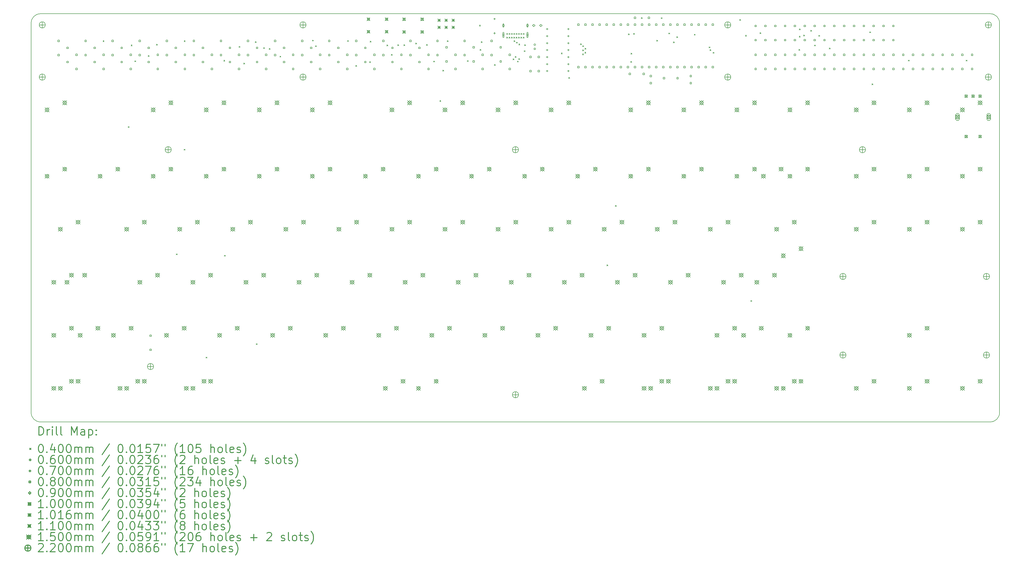
<source format=gbr>
%FSLAX45Y45*%
G04 Gerber Fmt 4.5, Leading zero omitted, Abs format (unit mm)*
G04 Created by KiCad (PCBNEW 5.1.10-88a1d61d58~90~ubuntu21.04.1) date 2021-08-16 12:22:26*
%MOMM*%
%LPD*%
G01*
G04 APERTURE LIST*
%TA.AperFunction,Profile*%
%ADD10C,0.150000*%
%TD*%
%ADD11C,0.200000*%
%ADD12C,0.300000*%
G04 APERTURE END LIST*
D10*
X38481000Y-19861994D02*
G75*
G02*
X38150594Y-20193000I-330706J-300D01*
G01*
X38149994Y-5531350D02*
G75*
G02*
X38481000Y-5861756I300J-330706D01*
G01*
X3714750Y-5862356D02*
G75*
G02*
X4045156Y-5531350I330706J300D01*
G01*
X4045756Y-20193000D02*
G75*
G02*
X3714750Y-19862594I-300J330706D01*
G01*
X38481000Y-5861756D02*
X38481000Y-19861994D01*
X38150594Y-20193000D02*
X4045756Y-20193000D01*
X3714750Y-19862594D02*
X3714750Y-5862356D01*
X4045156Y-5531350D02*
X38149994Y-5531350D01*
D11*
X6293170Y-6496370D02*
X6333170Y-6536370D01*
X6333170Y-6496370D02*
X6293170Y-6536370D01*
X7193600Y-9581200D02*
X7233600Y-9621200D01*
X7233600Y-9581200D02*
X7193600Y-9621200D01*
X7301550Y-6648770D02*
X7341550Y-6688770D01*
X7341550Y-6648770D02*
X7301550Y-6688770D01*
X7434900Y-7219000D02*
X7474900Y-7259000D01*
X7474900Y-7219000D02*
X7434900Y-7259000D01*
X7917500Y-7028500D02*
X7957500Y-7068500D01*
X7957500Y-7028500D02*
X7917500Y-7068500D01*
X8208330Y-6623370D02*
X8248330Y-6663370D01*
X8248330Y-6623370D02*
X8208330Y-6663370D01*
X8920800Y-14153200D02*
X8960800Y-14193200D01*
X8960800Y-14153200D02*
X8920800Y-14193200D01*
X9200200Y-10394000D02*
X9240200Y-10434000D01*
X9240200Y-10394000D02*
X9200200Y-10434000D01*
X9206550Y-6496370D02*
X9246550Y-6536370D01*
X9246550Y-6496370D02*
X9206550Y-6536370D01*
X9987600Y-17861600D02*
X10027600Y-17901600D01*
X10027600Y-17861600D02*
X9987600Y-17901600D01*
X10628950Y-7197410D02*
X10668950Y-7237410D01*
X10668950Y-7197410D02*
X10628950Y-7237410D01*
X10648000Y-14204000D02*
X10688000Y-14244000D01*
X10688000Y-14204000D02*
X10648000Y-14244000D01*
X11177590Y-6702110D02*
X11217590Y-6742110D01*
X11217590Y-6702110D02*
X11177590Y-6742110D01*
X11345230Y-7296470D02*
X11385230Y-7336470D01*
X11385230Y-7296470D02*
X11345230Y-7336470D01*
X11756710Y-6526850D02*
X11796710Y-6566850D01*
X11796710Y-6526850D02*
X11756710Y-6566850D01*
X11791000Y-17379000D02*
X11831000Y-17419000D01*
X11831000Y-17379000D02*
X11791000Y-17419000D01*
X12056430Y-6745290D02*
X12096430Y-6785290D01*
X12096430Y-6745290D02*
X12056430Y-6785290D01*
X12259630Y-6775770D02*
X12299630Y-6815770D01*
X12299630Y-6775770D02*
X12259630Y-6815770D01*
X12643170Y-7050090D02*
X12683170Y-7090090D01*
X12683170Y-7050090D02*
X12643170Y-7090090D01*
X13811570Y-6473510D02*
X13851570Y-6513510D01*
X13851570Y-6473510D02*
X13811570Y-6513510D01*
X13918250Y-6676710D02*
X13958250Y-6716710D01*
X13958250Y-6676710D02*
X13918250Y-6716710D01*
X15066330Y-6491290D02*
X15106330Y-6531290D01*
X15106330Y-6491290D02*
X15066330Y-6531290D01*
X15363510Y-7385370D02*
X15403510Y-7425370D01*
X15403510Y-7385370D02*
X15363510Y-7425370D01*
X15861350Y-7248210D02*
X15901350Y-7288210D01*
X15901350Y-7248210D02*
X15861350Y-7288210D01*
X15881670Y-6511610D02*
X15921670Y-6551610D01*
X15921670Y-6511610D02*
X15881670Y-6551610D01*
X16483650Y-6648770D02*
X16523650Y-6688770D01*
X16523650Y-6648770D02*
X16483650Y-6688770D01*
X16641130Y-6989130D02*
X16681130Y-7029130D01*
X16681130Y-6989130D02*
X16641130Y-7029130D01*
X16872270Y-6638610D02*
X16912270Y-6678610D01*
X16912270Y-6638610D02*
X16872270Y-6678610D01*
X17095790Y-6638610D02*
X17135790Y-6678610D01*
X17135790Y-6638610D02*
X17095790Y-6678610D01*
X17514890Y-6577650D02*
X17554890Y-6617650D01*
X17554890Y-6577650D02*
X17514890Y-6617650D01*
X17903510Y-6628450D02*
X17943510Y-6668450D01*
X17943510Y-6628450D02*
X17903510Y-6668450D01*
X18162590Y-7227890D02*
X18202590Y-7267890D01*
X18202590Y-7227890D02*
X18162590Y-7267890D01*
X18383570Y-8647750D02*
X18423570Y-8687750D01*
X18423570Y-8647750D02*
X18383570Y-8687750D01*
X18490250Y-7553010D02*
X18530250Y-7593010D01*
X18530250Y-7553010D02*
X18490250Y-7593010D01*
X18652810Y-6496370D02*
X18692810Y-6536370D01*
X18692810Y-6496370D02*
X18652810Y-6536370D01*
X19369090Y-7210110D02*
X19409090Y-7250110D01*
X19409090Y-7210110D02*
X19369090Y-7250110D01*
X19805970Y-5935030D02*
X19845970Y-5975030D01*
X19845970Y-5935030D02*
X19805970Y-5975030D01*
X19828830Y-6808790D02*
X19868830Y-6848790D01*
X19868830Y-6808790D02*
X19828830Y-6848790D01*
X19872010Y-6526850D02*
X19912010Y-6566850D01*
X19912010Y-6526850D02*
X19872010Y-6566850D01*
X20346990Y-7352350D02*
X20386990Y-7392350D01*
X20386990Y-7352350D02*
X20346990Y-7392350D01*
X20783625Y-6237270D02*
X20823625Y-6277270D01*
X20823625Y-6237270D02*
X20783625Y-6277270D01*
X20784125Y-6369770D02*
X20824125Y-6409770D01*
X20824125Y-6369770D02*
X20784125Y-6409770D01*
X20868625Y-6237270D02*
X20908625Y-6277270D01*
X20908625Y-6237270D02*
X20868625Y-6277270D01*
X20869125Y-6369770D02*
X20909125Y-6409770D01*
X20909125Y-6369770D02*
X20869125Y-6409770D01*
X20953625Y-6237270D02*
X20993625Y-6277270D01*
X20993625Y-6237270D02*
X20953625Y-6277270D01*
X20954125Y-6369770D02*
X20994125Y-6409770D01*
X20994125Y-6369770D02*
X20954125Y-6409770D01*
X21009930Y-7144070D02*
X21049930Y-7184070D01*
X21049930Y-7144070D02*
X21009930Y-7184070D01*
X21038625Y-6237270D02*
X21078625Y-6277270D01*
X21078625Y-6237270D02*
X21038625Y-6277270D01*
X21039125Y-6369770D02*
X21079125Y-6409770D01*
X21079125Y-6369770D02*
X21039125Y-6409770D01*
X21045490Y-6493830D02*
X21085490Y-6533830D01*
X21085490Y-6493830D02*
X21045490Y-6533830D01*
X21086130Y-7060250D02*
X21126130Y-7100250D01*
X21126130Y-7060250D02*
X21086130Y-7100250D01*
X21123625Y-6237270D02*
X21163625Y-6277270D01*
X21163625Y-6237270D02*
X21123625Y-6277270D01*
X21124125Y-6369770D02*
X21164125Y-6409770D01*
X21164125Y-6369770D02*
X21124125Y-6409770D01*
X21130691Y-6551278D02*
X21170691Y-6591278D01*
X21170691Y-6551278D02*
X21130691Y-6591278D01*
X21168828Y-7226685D02*
X21208828Y-7266685D01*
X21208828Y-7226685D02*
X21168828Y-7266685D01*
X21208625Y-6237270D02*
X21248625Y-6277270D01*
X21248625Y-6237270D02*
X21208625Y-6277270D01*
X21209125Y-6369770D02*
X21249125Y-6409770D01*
X21249125Y-6369770D02*
X21209125Y-6409770D01*
X21219016Y-7140190D02*
X21259016Y-7180190D01*
X21259016Y-7140190D02*
X21219016Y-7180190D01*
X21220750Y-6610670D02*
X21260750Y-6650670D01*
X21260750Y-6610670D02*
X21220750Y-6650670D01*
X21293625Y-6237270D02*
X21333625Y-6277270D01*
X21333625Y-6237270D02*
X21293625Y-6277270D01*
X21294125Y-6369770D02*
X21334125Y-6409770D01*
X21334125Y-6369770D02*
X21294125Y-6409770D01*
X21379125Y-6237270D02*
X21419125Y-6277270D01*
X21419125Y-6237270D02*
X21379125Y-6277270D01*
X21379125Y-6369770D02*
X21419125Y-6409770D01*
X21419125Y-6369770D02*
X21379125Y-6409770D01*
X21411250Y-6854510D02*
X21451250Y-6894510D01*
X21451250Y-6854510D02*
X21411250Y-6894510D01*
X21429030Y-6638610D02*
X21469030Y-6678610D01*
X21469030Y-6638610D02*
X21429030Y-6678610D01*
X22744750Y-6933250D02*
X22784750Y-6973250D01*
X22784750Y-6933250D02*
X22744750Y-6973250D01*
X23008910Y-7817170D02*
X23048910Y-7857170D01*
X23048910Y-7817170D02*
X23008910Y-7857170D01*
X23436537Y-6605420D02*
X23476537Y-6645420D01*
X23476537Y-6605420D02*
X23436537Y-6645420D01*
X23507347Y-6970191D02*
X23547347Y-7010191D01*
X23547347Y-6970191D02*
X23507347Y-7010191D01*
X23508155Y-6822922D02*
X23548155Y-6862922D01*
X23548155Y-6822922D02*
X23508155Y-6862922D01*
X23510256Y-6677921D02*
X23550256Y-6717921D01*
X23550256Y-6677921D02*
X23510256Y-6717921D01*
X23590852Y-6911771D02*
X23630852Y-6951771D01*
X23630852Y-6911771D02*
X23590852Y-6951771D01*
X23593575Y-6766733D02*
X23633575Y-6806733D01*
X23633575Y-6766733D02*
X23593575Y-6806733D01*
X24380510Y-14548170D02*
X24420510Y-14588170D01*
X24420510Y-14548170D02*
X24380510Y-14588170D01*
X24687850Y-12412030D02*
X24727850Y-12452030D01*
X24727850Y-12412030D02*
X24687850Y-12452030D01*
X25150130Y-6247450D02*
X25190130Y-6287450D01*
X25190130Y-6247450D02*
X25150130Y-6287450D01*
X25240300Y-7238050D02*
X25280300Y-7278050D01*
X25280300Y-7238050D02*
X25240300Y-7278050D01*
X25246650Y-6945950D02*
X25286650Y-6985950D01*
X25286650Y-6945950D02*
X25246650Y-6985950D01*
X25338090Y-6234750D02*
X25378090Y-6274750D01*
X25378090Y-6234750D02*
X25338090Y-6274750D01*
X25621300Y-5663250D02*
X25661300Y-5703250D01*
X25661300Y-5663250D02*
X25621300Y-5703250D01*
X26171210Y-6481130D02*
X26211210Y-6521130D01*
X26211210Y-6481130D02*
X26171210Y-6521130D01*
X26332500Y-5669600D02*
X26372500Y-5709600D01*
X26372500Y-5669600D02*
X26332500Y-5709600D01*
X26603010Y-6219510D02*
X26643010Y-6259510D01*
X26643010Y-6219510D02*
X26603010Y-6259510D01*
X26773190Y-6537010D02*
X26813190Y-6577010D01*
X26813190Y-6537010D02*
X26773190Y-6577010D01*
X26890030Y-6349050D02*
X26930030Y-6389050D01*
X26930030Y-6349050D02*
X26890030Y-6389050D01*
X27519950Y-6262690D02*
X27559950Y-6302690D01*
X27559950Y-6262690D02*
X27519950Y-6302690D01*
X28050149Y-6719244D02*
X28090149Y-6759244D01*
X28090149Y-6719244D02*
X28050149Y-6759244D01*
X28085100Y-6818950D02*
X28125100Y-6858950D01*
X28125100Y-6818950D02*
X28085100Y-6858950D01*
X28193050Y-6914200D02*
X28233050Y-6954200D01*
X28233050Y-6914200D02*
X28193050Y-6954200D01*
X29150630Y-5731830D02*
X29190630Y-5771830D01*
X29190630Y-5731830D02*
X29150630Y-5771830D01*
X29356370Y-6298250D02*
X29396370Y-6338250D01*
X29396370Y-6298250D02*
X29356370Y-6338250D01*
X29545600Y-15829600D02*
X29585600Y-15869600D01*
X29585600Y-15829600D02*
X29545600Y-15869600D01*
X29877070Y-6204270D02*
X29917070Y-6244270D01*
X29917070Y-6204270D02*
X29877070Y-6244270D01*
X31274070Y-6808790D02*
X31314070Y-6848790D01*
X31314070Y-6808790D02*
X31274070Y-6848790D01*
X31286770Y-6333810D02*
X31326770Y-6373810D01*
X31326770Y-6333810D02*
X31286770Y-6373810D01*
X31294390Y-6072190D02*
X31334390Y-6112190D01*
X31334390Y-6072190D02*
X31294390Y-6112190D01*
X31444250Y-6293170D02*
X31484250Y-6333170D01*
X31484250Y-6293170D02*
X31444250Y-6333170D01*
X31695710Y-6125530D02*
X31735710Y-6165530D01*
X31735710Y-6125530D02*
X31695710Y-6165530D01*
X31832870Y-6651310D02*
X31872870Y-6691310D01*
X31872870Y-6651310D02*
X31832870Y-6691310D01*
X31984000Y-6304600D02*
X32024000Y-6344600D01*
X32024000Y-6304600D02*
X31984000Y-6344600D01*
X32363730Y-6760530D02*
X32403730Y-6800530D01*
X32403730Y-6760530D02*
X32363730Y-6800530D01*
X33812800Y-6177600D02*
X33852800Y-6217600D01*
X33852800Y-6177600D02*
X33812800Y-6217600D01*
X33901700Y-8044500D02*
X33941700Y-8084500D01*
X33941700Y-8044500D02*
X33901700Y-8084500D01*
X35203450Y-7193600D02*
X35243450Y-7233600D01*
X35243450Y-7193600D02*
X35203450Y-7233600D01*
X37279900Y-7193600D02*
X37319900Y-7233600D01*
X37319900Y-7193600D02*
X37279900Y-7233600D01*
X20699125Y-5953770D02*
G75*
G03*
X20699125Y-5953770I-30000J0D01*
G01*
X20689125Y-5993770D02*
X20689125Y-5913770D01*
X20649125Y-5993770D02*
X20649125Y-5913770D01*
X20689125Y-5913770D02*
G75*
G03*
X20649125Y-5913770I-20000J0D01*
G01*
X20649125Y-5993770D02*
G75*
G03*
X20689125Y-5993770I20000J0D01*
G01*
X20699125Y-6291770D02*
G75*
G03*
X20699125Y-6291770I-30000J0D01*
G01*
X20689125Y-6366770D02*
X20689125Y-6216770D01*
X20649125Y-6366770D02*
X20649125Y-6216770D01*
X20689125Y-6216770D02*
G75*
G03*
X20649125Y-6216770I-20000J0D01*
G01*
X20649125Y-6366770D02*
G75*
G03*
X20689125Y-6366770I20000J0D01*
G01*
X21564125Y-5953770D02*
G75*
G03*
X21564125Y-5953770I-30000J0D01*
G01*
X21554125Y-5993770D02*
X21554125Y-5913770D01*
X21514125Y-5993770D02*
X21514125Y-5913770D01*
X21554125Y-5913770D02*
G75*
G03*
X21514125Y-5913770I-20000J0D01*
G01*
X21514125Y-5993770D02*
G75*
G03*
X21554125Y-5993770I20000J0D01*
G01*
X21564125Y-6291770D02*
G75*
G03*
X21564125Y-6291770I-30000J0D01*
G01*
X21554125Y-6366770D02*
X21554125Y-6216770D01*
X21514125Y-6366770D02*
X21514125Y-6216770D01*
X21554125Y-6216770D02*
G75*
G03*
X21514125Y-6216770I-20000J0D01*
G01*
X21514125Y-6366770D02*
G75*
G03*
X21554125Y-6366770I20000J0D01*
G01*
X21824546Y-6641154D02*
G75*
G03*
X21824546Y-6641154I-30000J0D01*
G01*
X21824546Y-6791154D02*
G75*
G03*
X21824546Y-6791154I-30000J0D01*
G01*
X20351540Y-5682810D02*
X20351540Y-5752810D01*
X20316540Y-5717810D02*
X20386540Y-5717810D01*
X20351540Y-6192810D02*
X20351540Y-6262810D01*
X20316540Y-6227810D02*
X20386540Y-6227810D01*
X22236430Y-6047030D02*
X22236430Y-6117030D01*
X22201430Y-6082030D02*
X22271430Y-6082030D01*
X22236430Y-6298126D02*
X22236430Y-6368126D01*
X22201430Y-6333126D02*
X22271430Y-6333126D01*
X22236430Y-6549223D02*
X22236430Y-6619223D01*
X22201430Y-6584223D02*
X22271430Y-6584223D01*
X22236430Y-6800319D02*
X22236430Y-6870319D01*
X22201430Y-6835319D02*
X22271430Y-6835319D01*
X22236430Y-7051415D02*
X22236430Y-7121415D01*
X22201430Y-7086415D02*
X22271430Y-7086415D01*
X22236430Y-7302511D02*
X22236430Y-7372511D01*
X22201430Y-7337511D02*
X22271430Y-7337511D01*
X22236430Y-7553608D02*
X22236430Y-7623608D01*
X22201430Y-7588608D02*
X22271430Y-7588608D01*
X22998430Y-6047030D02*
X22998430Y-6117030D01*
X22963430Y-6082030D02*
X23033430Y-6082030D01*
X22998430Y-6298126D02*
X22998430Y-6368126D01*
X22963430Y-6333126D02*
X23033430Y-6333126D01*
X22998430Y-6549223D02*
X22998430Y-6619223D01*
X22963430Y-6584223D02*
X23033430Y-6584223D01*
X22998430Y-6800319D02*
X22998430Y-6870319D01*
X22963430Y-6835319D02*
X23033430Y-6835319D01*
X22998430Y-7051415D02*
X22998430Y-7121415D01*
X22963430Y-7086415D02*
X23033430Y-7086415D01*
X22998430Y-7302511D02*
X22998430Y-7372511D01*
X22963430Y-7337511D02*
X23033430Y-7337511D01*
X22998430Y-7553608D02*
X22998430Y-7623608D01*
X22963430Y-7588608D02*
X23033430Y-7588608D01*
X4726425Y-6537721D02*
X4726425Y-6481152D01*
X4669856Y-6481152D01*
X4669856Y-6537721D01*
X4726425Y-6537721D01*
X4726425Y-7045721D02*
X4726425Y-6989152D01*
X4669856Y-6989152D01*
X4669856Y-7045721D01*
X4726425Y-7045721D01*
X5050368Y-6785750D02*
X5050368Y-6729181D01*
X4993799Y-6729181D01*
X4993799Y-6785750D01*
X5050368Y-6785750D01*
X5050368Y-7293750D02*
X5050368Y-7237181D01*
X4993799Y-7237181D01*
X4993799Y-7293750D01*
X5050368Y-7293750D01*
X5374311Y-7033779D02*
X5374311Y-6977210D01*
X5317742Y-6977210D01*
X5317742Y-7033779D01*
X5374311Y-7033779D01*
X5374311Y-7541779D02*
X5374311Y-7485210D01*
X5317742Y-7485210D01*
X5317742Y-7541779D01*
X5374311Y-7541779D01*
X5698255Y-6537721D02*
X5698255Y-6481152D01*
X5641686Y-6481152D01*
X5641686Y-6537721D01*
X5698255Y-6537721D01*
X5698255Y-7045721D02*
X5698255Y-6989152D01*
X5641686Y-6989152D01*
X5641686Y-7045721D01*
X5698255Y-7045721D01*
X6022198Y-6785750D02*
X6022198Y-6729181D01*
X5965629Y-6729181D01*
X5965629Y-6785750D01*
X6022198Y-6785750D01*
X6022198Y-7293750D02*
X6022198Y-7237181D01*
X5965629Y-7237181D01*
X5965629Y-7293750D01*
X6022198Y-7293750D01*
X6346141Y-7033779D02*
X6346141Y-6977210D01*
X6289572Y-6977210D01*
X6289572Y-7033779D01*
X6346141Y-7033779D01*
X6346141Y-7541779D02*
X6346141Y-7485210D01*
X6289572Y-7485210D01*
X6289572Y-7541779D01*
X6346141Y-7541779D01*
X6670084Y-6537721D02*
X6670084Y-6481152D01*
X6613515Y-6481152D01*
X6613515Y-6537721D01*
X6670084Y-6537721D01*
X6670084Y-7045721D02*
X6670084Y-6989152D01*
X6613515Y-6989152D01*
X6613515Y-7045721D01*
X6670084Y-7045721D01*
X6994028Y-6785750D02*
X6994028Y-6729181D01*
X6937459Y-6729181D01*
X6937459Y-6785750D01*
X6994028Y-6785750D01*
X6994028Y-7293750D02*
X6994028Y-7237181D01*
X6937459Y-7237181D01*
X6937459Y-7293750D01*
X6994028Y-7293750D01*
X7317971Y-7033779D02*
X7317971Y-6977210D01*
X7261402Y-6977210D01*
X7261402Y-7033779D01*
X7317971Y-7033779D01*
X7317971Y-7541779D02*
X7317971Y-7485210D01*
X7261402Y-7485210D01*
X7261402Y-7541779D01*
X7317971Y-7541779D01*
X7641914Y-6537721D02*
X7641914Y-6481152D01*
X7585345Y-6481152D01*
X7585345Y-6537721D01*
X7641914Y-6537721D01*
X7641914Y-7045721D02*
X7641914Y-6989152D01*
X7585345Y-6989152D01*
X7585345Y-7045721D01*
X7641914Y-7045721D01*
X7965858Y-6785750D02*
X7965858Y-6729181D01*
X7909289Y-6729181D01*
X7909289Y-6785750D01*
X7965858Y-6785750D01*
X7965858Y-7293750D02*
X7965858Y-7237181D01*
X7909289Y-7237181D01*
X7909289Y-7293750D01*
X7965858Y-7293750D01*
X8029284Y-17122485D02*
X8029284Y-17065916D01*
X7972715Y-17065916D01*
X7972715Y-17122485D01*
X8029284Y-17122485D01*
X8029284Y-17630485D02*
X8029284Y-17573916D01*
X7972715Y-17573916D01*
X7972715Y-17630485D01*
X8029284Y-17630485D01*
X8289801Y-7033779D02*
X8289801Y-6977210D01*
X8233232Y-6977210D01*
X8233232Y-7033779D01*
X8289801Y-7033779D01*
X8289801Y-7541779D02*
X8289801Y-7485210D01*
X8233232Y-7485210D01*
X8233232Y-7541779D01*
X8289801Y-7541779D01*
X8613744Y-6537721D02*
X8613744Y-6481152D01*
X8557175Y-6481152D01*
X8557175Y-6537721D01*
X8613744Y-6537721D01*
X8613744Y-7045721D02*
X8613744Y-6989152D01*
X8557175Y-6989152D01*
X8557175Y-7045721D01*
X8613744Y-7045721D01*
X8937688Y-6785750D02*
X8937688Y-6729181D01*
X8881119Y-6729181D01*
X8881119Y-6785750D01*
X8937688Y-6785750D01*
X8937688Y-7293750D02*
X8937688Y-7237181D01*
X8881119Y-7237181D01*
X8881119Y-7293750D01*
X8937688Y-7293750D01*
X9261631Y-7033779D02*
X9261631Y-6977210D01*
X9205062Y-6977210D01*
X9205062Y-7033779D01*
X9261631Y-7033779D01*
X9261631Y-7541779D02*
X9261631Y-7485210D01*
X9205062Y-7485210D01*
X9205062Y-7541779D01*
X9261631Y-7541779D01*
X9585574Y-6537721D02*
X9585574Y-6481152D01*
X9529005Y-6481152D01*
X9529005Y-6537721D01*
X9585574Y-6537721D01*
X9585574Y-7045721D02*
X9585574Y-6989152D01*
X9529005Y-6989152D01*
X9529005Y-7045721D01*
X9585574Y-7045721D01*
X9909518Y-6785750D02*
X9909518Y-6729181D01*
X9852949Y-6729181D01*
X9852949Y-6785750D01*
X9909518Y-6785750D01*
X9909518Y-7293750D02*
X9909518Y-7237181D01*
X9852949Y-7237181D01*
X9852949Y-7293750D01*
X9909518Y-7293750D01*
X10233461Y-7033779D02*
X10233461Y-6977210D01*
X10176892Y-6977210D01*
X10176892Y-7033779D01*
X10233461Y-7033779D01*
X10233461Y-7541779D02*
X10233461Y-7485210D01*
X10176892Y-7485210D01*
X10176892Y-7541779D01*
X10233461Y-7541779D01*
X10557404Y-6537721D02*
X10557404Y-6481152D01*
X10500835Y-6481152D01*
X10500835Y-6537721D01*
X10557404Y-6537721D01*
X10557404Y-7045721D02*
X10557404Y-6989152D01*
X10500835Y-6989152D01*
X10500835Y-7045721D01*
X10557404Y-7045721D01*
X10881347Y-6785750D02*
X10881347Y-6729181D01*
X10824778Y-6729181D01*
X10824778Y-6785750D01*
X10881347Y-6785750D01*
X10881347Y-7293750D02*
X10881347Y-7237181D01*
X10824778Y-7237181D01*
X10824778Y-7293750D01*
X10881347Y-7293750D01*
X11205291Y-7033779D02*
X11205291Y-6977210D01*
X11148722Y-6977210D01*
X11148722Y-7033779D01*
X11205291Y-7033779D01*
X11205291Y-7541779D02*
X11205291Y-7485210D01*
X11148722Y-7485210D01*
X11148722Y-7541779D01*
X11205291Y-7541779D01*
X11529234Y-6537721D02*
X11529234Y-6481152D01*
X11472665Y-6481152D01*
X11472665Y-6537721D01*
X11529234Y-6537721D01*
X11529234Y-7045721D02*
X11529234Y-6989152D01*
X11472665Y-6989152D01*
X11472665Y-7045721D01*
X11529234Y-7045721D01*
X11853177Y-6785750D02*
X11853177Y-6729181D01*
X11796608Y-6729181D01*
X11796608Y-6785750D01*
X11853177Y-6785750D01*
X11853177Y-7293750D02*
X11853177Y-7237181D01*
X11796608Y-7237181D01*
X11796608Y-7293750D01*
X11853177Y-7293750D01*
X12177121Y-7033779D02*
X12177121Y-6977210D01*
X12120552Y-6977210D01*
X12120552Y-7033779D01*
X12177121Y-7033779D01*
X12177121Y-7541779D02*
X12177121Y-7485210D01*
X12120552Y-7485210D01*
X12120552Y-7541779D01*
X12177121Y-7541779D01*
X12501064Y-6537721D02*
X12501064Y-6481152D01*
X12444495Y-6481152D01*
X12444495Y-6537721D01*
X12501064Y-6537721D01*
X12501064Y-7045721D02*
X12501064Y-6989152D01*
X12444495Y-6989152D01*
X12444495Y-7045721D01*
X12501064Y-7045721D01*
X12825007Y-6785750D02*
X12825007Y-6729181D01*
X12768438Y-6729181D01*
X12768438Y-6785750D01*
X12825007Y-6785750D01*
X12825007Y-7293750D02*
X12825007Y-7237181D01*
X12768438Y-7237181D01*
X12768438Y-7293750D01*
X12825007Y-7293750D01*
X13148950Y-7033779D02*
X13148950Y-6977210D01*
X13092381Y-6977210D01*
X13092381Y-7033779D01*
X13148950Y-7033779D01*
X13148950Y-7541779D02*
X13148950Y-7485210D01*
X13092381Y-7485210D01*
X13092381Y-7541779D01*
X13148950Y-7541779D01*
X13472894Y-6537721D02*
X13472894Y-6481152D01*
X13416325Y-6481152D01*
X13416325Y-6537721D01*
X13472894Y-6537721D01*
X13472894Y-7045721D02*
X13472894Y-6989152D01*
X13416325Y-6989152D01*
X13416325Y-7045721D01*
X13472894Y-7045721D01*
X13796837Y-6785750D02*
X13796837Y-6729181D01*
X13740268Y-6729181D01*
X13740268Y-6785750D01*
X13796837Y-6785750D01*
X13796837Y-7293750D02*
X13796837Y-7237181D01*
X13740268Y-7237181D01*
X13740268Y-7293750D01*
X13796837Y-7293750D01*
X14120780Y-7033779D02*
X14120780Y-6977210D01*
X14064211Y-6977210D01*
X14064211Y-7033779D01*
X14120780Y-7033779D01*
X14120780Y-7541779D02*
X14120780Y-7485210D01*
X14064211Y-7485210D01*
X14064211Y-7541779D01*
X14120780Y-7541779D01*
X14444724Y-6537721D02*
X14444724Y-6481152D01*
X14388155Y-6481152D01*
X14388155Y-6537721D01*
X14444724Y-6537721D01*
X14444724Y-7045721D02*
X14444724Y-6989152D01*
X14388155Y-6989152D01*
X14388155Y-7045721D01*
X14444724Y-7045721D01*
X14768667Y-6785750D02*
X14768667Y-6729181D01*
X14712098Y-6729181D01*
X14712098Y-6785750D01*
X14768667Y-6785750D01*
X14768667Y-7293750D02*
X14768667Y-7237181D01*
X14712098Y-7237181D01*
X14712098Y-7293750D01*
X14768667Y-7293750D01*
X15092610Y-7033779D02*
X15092610Y-6977210D01*
X15036041Y-6977210D01*
X15036041Y-7033779D01*
X15092610Y-7033779D01*
X15092610Y-7541779D02*
X15092610Y-7485210D01*
X15036041Y-7485210D01*
X15036041Y-7541779D01*
X15092610Y-7541779D01*
X15416554Y-6537721D02*
X15416554Y-6481152D01*
X15359985Y-6481152D01*
X15359985Y-6537721D01*
X15416554Y-6537721D01*
X15416554Y-7045721D02*
X15416554Y-6989152D01*
X15359985Y-6989152D01*
X15359985Y-7045721D01*
X15416554Y-7045721D01*
X15740497Y-6785750D02*
X15740497Y-6729181D01*
X15683928Y-6729181D01*
X15683928Y-6785750D01*
X15740497Y-6785750D01*
X15740497Y-7293750D02*
X15740497Y-7237181D01*
X15683928Y-7237181D01*
X15683928Y-7293750D01*
X15740497Y-7293750D01*
X16064440Y-7033779D02*
X16064440Y-6977210D01*
X16007871Y-6977210D01*
X16007871Y-7033779D01*
X16064440Y-7033779D01*
X16064440Y-7541779D02*
X16064440Y-7485210D01*
X16007871Y-7485210D01*
X16007871Y-7541779D01*
X16064440Y-7541779D01*
X16388383Y-6537721D02*
X16388383Y-6481152D01*
X16331814Y-6481152D01*
X16331814Y-6537721D01*
X16388383Y-6537721D01*
X16388383Y-7045721D02*
X16388383Y-6989152D01*
X16331814Y-6989152D01*
X16331814Y-7045721D01*
X16388383Y-7045721D01*
X16712327Y-6785750D02*
X16712327Y-6729181D01*
X16655758Y-6729181D01*
X16655758Y-6785750D01*
X16712327Y-6785750D01*
X16712327Y-7293750D02*
X16712327Y-7237181D01*
X16655758Y-7237181D01*
X16655758Y-7293750D01*
X16712327Y-7293750D01*
X17036270Y-7033779D02*
X17036270Y-6977210D01*
X16979701Y-6977210D01*
X16979701Y-7033779D01*
X17036270Y-7033779D01*
X17036270Y-7541779D02*
X17036270Y-7485210D01*
X16979701Y-7485210D01*
X16979701Y-7541779D01*
X17036270Y-7541779D01*
X17360213Y-6537721D02*
X17360213Y-6481152D01*
X17303644Y-6481152D01*
X17303644Y-6537721D01*
X17360213Y-6537721D01*
X17360213Y-7045721D02*
X17360213Y-6989152D01*
X17303644Y-6989152D01*
X17303644Y-7045721D01*
X17360213Y-7045721D01*
X17684157Y-6785750D02*
X17684157Y-6729181D01*
X17627588Y-6729181D01*
X17627588Y-6785750D01*
X17684157Y-6785750D01*
X17684157Y-7293750D02*
X17684157Y-7237181D01*
X17627588Y-7237181D01*
X17627588Y-7293750D01*
X17684157Y-7293750D01*
X18008100Y-7033779D02*
X18008100Y-6977210D01*
X17951531Y-6977210D01*
X17951531Y-7033779D01*
X18008100Y-7033779D01*
X18008100Y-7541779D02*
X18008100Y-7485210D01*
X17951531Y-7485210D01*
X17951531Y-7541779D01*
X18008100Y-7541779D01*
X18332043Y-6537721D02*
X18332043Y-6481152D01*
X18275474Y-6481152D01*
X18275474Y-6537721D01*
X18332043Y-6537721D01*
X18332043Y-7045721D02*
X18332043Y-6989152D01*
X18275474Y-6989152D01*
X18275474Y-7045721D01*
X18332043Y-7045721D01*
X18655987Y-6765634D02*
X18655987Y-6709065D01*
X18599418Y-6709065D01*
X18599418Y-6765634D01*
X18655987Y-6765634D01*
X18655987Y-7273634D02*
X18655987Y-7217065D01*
X18599418Y-7217065D01*
X18599418Y-7273634D01*
X18655987Y-7273634D01*
X18979931Y-7033779D02*
X18979931Y-6977210D01*
X18923362Y-6977210D01*
X18923362Y-7033779D01*
X18979931Y-7033779D01*
X18979931Y-7541779D02*
X18979931Y-7485210D01*
X18923362Y-7485210D01*
X18923362Y-7541779D01*
X18979931Y-7541779D01*
X19303875Y-6537721D02*
X19303875Y-6481152D01*
X19247306Y-6481152D01*
X19247306Y-6537721D01*
X19303875Y-6537721D01*
X19303875Y-7045721D02*
X19303875Y-6989152D01*
X19247306Y-6989152D01*
X19247306Y-7045721D01*
X19303875Y-7045721D01*
X19627819Y-6765634D02*
X19627819Y-6709065D01*
X19571250Y-6709065D01*
X19571250Y-6765634D01*
X19627819Y-6765634D01*
X19627819Y-7273634D02*
X19627819Y-7217065D01*
X19571250Y-7217065D01*
X19571250Y-7273634D01*
X19627819Y-7273634D01*
X19951763Y-7033779D02*
X19951763Y-6977210D01*
X19895194Y-6977210D01*
X19895194Y-7033779D01*
X19951763Y-7033779D01*
X19951763Y-7541779D02*
X19951763Y-7485210D01*
X19895194Y-7485210D01*
X19895194Y-7541779D01*
X19951763Y-7541779D01*
X20275707Y-6537721D02*
X20275707Y-6481152D01*
X20219138Y-6481152D01*
X20219138Y-6537721D01*
X20275707Y-6537721D01*
X20275707Y-7045721D02*
X20275707Y-6989152D01*
X20219138Y-6989152D01*
X20219138Y-7045721D01*
X20275707Y-7045721D01*
X20599651Y-6765634D02*
X20599651Y-6709065D01*
X20543082Y-6709065D01*
X20543082Y-6765634D01*
X20599651Y-6765634D01*
X20599651Y-7273634D02*
X20599651Y-7217065D01*
X20543082Y-7217065D01*
X20543082Y-7273634D01*
X20599651Y-7273634D01*
X20923595Y-7033779D02*
X20923595Y-6977210D01*
X20867026Y-6977210D01*
X20867026Y-7033779D01*
X20923595Y-7033779D01*
X20923595Y-7541779D02*
X20923595Y-7485210D01*
X20867026Y-7485210D01*
X20867026Y-7541779D01*
X20923595Y-7541779D01*
X21670355Y-7108534D02*
X21670355Y-7051965D01*
X21613786Y-7051965D01*
X21613786Y-7108534D01*
X21670355Y-7108534D01*
X21670355Y-7616534D02*
X21670355Y-7559965D01*
X21613786Y-7559965D01*
X21613786Y-7616534D01*
X21670355Y-7616534D01*
X21964995Y-7108534D02*
X21964995Y-7051965D01*
X21908426Y-7051965D01*
X21908426Y-7108534D01*
X21964995Y-7108534D01*
X21964995Y-7616534D02*
X21964995Y-7559965D01*
X21908426Y-7559965D01*
X21908426Y-7616534D01*
X21964995Y-7616534D01*
X23389934Y-5952834D02*
X23389934Y-5896265D01*
X23333365Y-5896265D01*
X23333365Y-5952834D01*
X23389934Y-5952834D01*
X23389934Y-7476834D02*
X23389934Y-7420265D01*
X23333365Y-7420265D01*
X23333365Y-7476834D01*
X23389934Y-7476834D01*
X23643934Y-5952834D02*
X23643934Y-5896265D01*
X23587365Y-5896265D01*
X23587365Y-5952834D01*
X23643934Y-5952834D01*
X23643934Y-7476834D02*
X23643934Y-7420265D01*
X23587365Y-7420265D01*
X23587365Y-7476834D01*
X23643934Y-7476834D01*
X23897934Y-5952834D02*
X23897934Y-5896265D01*
X23841365Y-5896265D01*
X23841365Y-5952834D01*
X23897934Y-5952834D01*
X23897934Y-7476834D02*
X23897934Y-7420265D01*
X23841365Y-7420265D01*
X23841365Y-7476834D01*
X23897934Y-7476834D01*
X24151934Y-5952834D02*
X24151934Y-5896265D01*
X24095365Y-5896265D01*
X24095365Y-5952834D01*
X24151934Y-5952834D01*
X24151934Y-7476834D02*
X24151934Y-7420265D01*
X24095365Y-7420265D01*
X24095365Y-7476834D01*
X24151934Y-7476834D01*
X24405934Y-5952834D02*
X24405934Y-5896265D01*
X24349365Y-5896265D01*
X24349365Y-5952834D01*
X24405934Y-5952834D01*
X24405934Y-7476834D02*
X24405934Y-7420265D01*
X24349365Y-7420265D01*
X24349365Y-7476834D01*
X24405934Y-7476834D01*
X24659934Y-5952834D02*
X24659934Y-5896265D01*
X24603365Y-5896265D01*
X24603365Y-5952834D01*
X24659934Y-5952834D01*
X24659934Y-7476834D02*
X24659934Y-7420265D01*
X24603365Y-7420265D01*
X24603365Y-7476834D01*
X24659934Y-7476834D01*
X24913934Y-5952834D02*
X24913934Y-5896265D01*
X24857365Y-5896265D01*
X24857365Y-5952834D01*
X24913934Y-5952834D01*
X24913934Y-7476834D02*
X24913934Y-7420265D01*
X24857365Y-7420265D01*
X24857365Y-7476834D01*
X24913934Y-7476834D01*
X25167934Y-5952834D02*
X25167934Y-5896265D01*
X25111365Y-5896265D01*
X25111365Y-5952834D01*
X25167934Y-5952834D01*
X25167934Y-7476834D02*
X25167934Y-7420265D01*
X25111365Y-7420265D01*
X25111365Y-7476834D01*
X25167934Y-7476834D01*
X25236514Y-7720674D02*
X25236514Y-7664105D01*
X25179945Y-7664105D01*
X25179945Y-7720674D01*
X25236514Y-7720674D01*
X25421934Y-5952834D02*
X25421934Y-5896265D01*
X25365365Y-5896265D01*
X25365365Y-5952834D01*
X25421934Y-5952834D01*
X25421934Y-7476834D02*
X25421934Y-7420265D01*
X25365365Y-7420265D01*
X25365365Y-7476834D01*
X25421934Y-7476834D01*
X25422314Y-5703914D02*
X25422314Y-5647345D01*
X25365745Y-5647345D01*
X25365745Y-5703914D01*
X25422314Y-5703914D01*
X25675934Y-5952834D02*
X25675934Y-5896265D01*
X25619365Y-5896265D01*
X25619365Y-5952834D01*
X25675934Y-5952834D01*
X25675934Y-7476834D02*
X25675934Y-7420265D01*
X25619365Y-7420265D01*
X25619365Y-7476834D01*
X25675934Y-7476834D01*
X25736514Y-7720674D02*
X25736514Y-7664105D01*
X25679945Y-7664105D01*
X25679945Y-7720674D01*
X25736514Y-7720674D01*
X25922314Y-5703914D02*
X25922314Y-5647345D01*
X25865745Y-5647345D01*
X25865745Y-5703914D01*
X25922314Y-5703914D01*
X25929934Y-5952834D02*
X25929934Y-5896265D01*
X25873365Y-5896265D01*
X25873365Y-5952834D01*
X25929934Y-5952834D01*
X25929934Y-7476834D02*
X25929934Y-7420265D01*
X25873365Y-7420265D01*
X25873365Y-7476834D01*
X25929934Y-7476834D01*
X25990894Y-7798334D02*
X25990894Y-7741765D01*
X25934325Y-7741765D01*
X25934325Y-7798334D01*
X25990894Y-7798334D01*
X25990894Y-8048334D02*
X25990894Y-7991765D01*
X25934325Y-7991765D01*
X25934325Y-8048334D01*
X25990894Y-8048334D01*
X26183934Y-5952834D02*
X26183934Y-5896265D01*
X26127365Y-5896265D01*
X26127365Y-5952834D01*
X26183934Y-5952834D01*
X26183934Y-7476834D02*
X26183934Y-7420265D01*
X26127365Y-7420265D01*
X26127365Y-7476834D01*
X26183934Y-7476834D01*
X26437934Y-5952834D02*
X26437934Y-5896265D01*
X26381365Y-5896265D01*
X26381365Y-5952834D01*
X26437934Y-5952834D01*
X26437934Y-7476834D02*
X26437934Y-7420265D01*
X26381365Y-7420265D01*
X26381365Y-7476834D01*
X26437934Y-7476834D01*
X26463014Y-7873074D02*
X26463014Y-7816505D01*
X26406445Y-7816505D01*
X26406445Y-7873074D01*
X26463014Y-7873074D01*
X26691934Y-5952834D02*
X26691934Y-5896265D01*
X26635365Y-5896265D01*
X26635365Y-5952834D01*
X26691934Y-5952834D01*
X26691934Y-7476834D02*
X26691934Y-7420265D01*
X26635365Y-7420265D01*
X26635365Y-7476834D01*
X26691934Y-7476834D01*
X26945934Y-5952834D02*
X26945934Y-5896265D01*
X26889365Y-5896265D01*
X26889365Y-5952834D01*
X26945934Y-5952834D01*
X26945934Y-7476834D02*
X26945934Y-7420265D01*
X26889365Y-7420265D01*
X26889365Y-7476834D01*
X26945934Y-7476834D01*
X26951014Y-7873074D02*
X26951014Y-7816505D01*
X26894445Y-7816505D01*
X26894445Y-7873074D01*
X26951014Y-7873074D01*
X27199934Y-5952834D02*
X27199934Y-5896265D01*
X27143365Y-5896265D01*
X27143365Y-5952834D01*
X27199934Y-5952834D01*
X27199934Y-7476834D02*
X27199934Y-7420265D01*
X27143365Y-7420265D01*
X27143365Y-7476834D01*
X27199934Y-7476834D01*
X27423454Y-7798334D02*
X27423454Y-7741765D01*
X27366885Y-7741765D01*
X27366885Y-7798334D01*
X27423454Y-7798334D01*
X27423454Y-8048334D02*
X27423454Y-7991765D01*
X27366885Y-7991765D01*
X27366885Y-8048334D01*
X27423454Y-8048334D01*
X27453934Y-5952834D02*
X27453934Y-5896265D01*
X27397365Y-5896265D01*
X27397365Y-5952834D01*
X27453934Y-5952834D01*
X27453934Y-7476834D02*
X27453934Y-7420265D01*
X27397365Y-7420265D01*
X27397365Y-7476834D01*
X27453934Y-7476834D01*
X27707934Y-5952834D02*
X27707934Y-5896265D01*
X27651365Y-5896265D01*
X27651365Y-5952834D01*
X27707934Y-5952834D01*
X27707934Y-7476834D02*
X27707934Y-7420265D01*
X27651365Y-7420265D01*
X27651365Y-7476834D01*
X27707934Y-7476834D01*
X27961934Y-5952834D02*
X27961934Y-5896265D01*
X27905365Y-5896265D01*
X27905365Y-5952834D01*
X27961934Y-5952834D01*
X27961934Y-7476834D02*
X27961934Y-7420265D01*
X27905365Y-7420265D01*
X27905365Y-7476834D01*
X27961934Y-7476834D01*
X28215934Y-5952834D02*
X28215934Y-5896265D01*
X28159365Y-5896265D01*
X28159365Y-5952834D01*
X28215934Y-5952834D01*
X28215934Y-7476834D02*
X28215934Y-7420265D01*
X28159365Y-7420265D01*
X28159365Y-7476834D01*
X28215934Y-7476834D01*
X29751255Y-5996334D02*
X29751255Y-5939765D01*
X29694686Y-5939765D01*
X29694686Y-5996334D01*
X29751255Y-5996334D01*
X29751255Y-6504334D02*
X29751255Y-6447765D01*
X29694686Y-6447765D01*
X29694686Y-6504334D01*
X29751255Y-6504334D01*
X29751255Y-7033779D02*
X29751255Y-6977210D01*
X29694686Y-6977210D01*
X29694686Y-7033779D01*
X29751255Y-7033779D01*
X29751255Y-7541779D02*
X29751255Y-7485210D01*
X29694686Y-7485210D01*
X29694686Y-7541779D01*
X29751255Y-7541779D01*
X30104648Y-5996334D02*
X30104648Y-5939765D01*
X30048079Y-5939765D01*
X30048079Y-5996334D01*
X30104648Y-5996334D01*
X30104648Y-6504334D02*
X30104648Y-6447765D01*
X30048079Y-6447765D01*
X30048079Y-6504334D01*
X30104648Y-6504334D01*
X30104648Y-7033779D02*
X30104648Y-6977210D01*
X30048079Y-6977210D01*
X30048079Y-7033779D01*
X30104648Y-7033779D01*
X30104648Y-7541779D02*
X30104648Y-7485210D01*
X30048079Y-7485210D01*
X30048079Y-7541779D01*
X30104648Y-7541779D01*
X30458040Y-5996334D02*
X30458040Y-5939765D01*
X30401471Y-5939765D01*
X30401471Y-5996334D01*
X30458040Y-5996334D01*
X30458040Y-6504334D02*
X30458040Y-6447765D01*
X30401471Y-6447765D01*
X30401471Y-6504334D01*
X30458040Y-6504334D01*
X30458040Y-7033779D02*
X30458040Y-6977210D01*
X30401471Y-6977210D01*
X30401471Y-7033779D01*
X30458040Y-7033779D01*
X30458040Y-7541779D02*
X30458040Y-7485210D01*
X30401471Y-7485210D01*
X30401471Y-7541779D01*
X30458040Y-7541779D01*
X30811433Y-5996334D02*
X30811433Y-5939765D01*
X30754864Y-5939765D01*
X30754864Y-5996334D01*
X30811433Y-5996334D01*
X30811433Y-6504334D02*
X30811433Y-6447765D01*
X30754864Y-6447765D01*
X30754864Y-6504334D01*
X30811433Y-6504334D01*
X30811433Y-7033779D02*
X30811433Y-6977210D01*
X30754864Y-6977210D01*
X30754864Y-7033779D01*
X30811433Y-7033779D01*
X30811433Y-7541779D02*
X30811433Y-7485210D01*
X30754864Y-7485210D01*
X30754864Y-7541779D01*
X30811433Y-7541779D01*
X31164825Y-5996334D02*
X31164825Y-5939765D01*
X31108256Y-5939765D01*
X31108256Y-5996334D01*
X31164825Y-5996334D01*
X31164825Y-6504334D02*
X31164825Y-6447765D01*
X31108256Y-6447765D01*
X31108256Y-6504334D01*
X31164825Y-6504334D01*
X31164825Y-7033779D02*
X31164825Y-6977210D01*
X31108256Y-6977210D01*
X31108256Y-7033779D01*
X31164825Y-7033779D01*
X31164825Y-7541779D02*
X31164825Y-7485210D01*
X31108256Y-7485210D01*
X31108256Y-7541779D01*
X31164825Y-7541779D01*
X31518218Y-5996334D02*
X31518218Y-5939765D01*
X31461649Y-5939765D01*
X31461649Y-5996334D01*
X31518218Y-5996334D01*
X31518218Y-6504334D02*
X31518218Y-6447765D01*
X31461649Y-6447765D01*
X31461649Y-6504334D01*
X31518218Y-6504334D01*
X31518218Y-7033779D02*
X31518218Y-6977210D01*
X31461649Y-6977210D01*
X31461649Y-7033779D01*
X31518218Y-7033779D01*
X31518218Y-7541779D02*
X31518218Y-7485210D01*
X31461649Y-7485210D01*
X31461649Y-7541779D01*
X31518218Y-7541779D01*
X31871611Y-5996334D02*
X31871611Y-5939765D01*
X31815042Y-5939765D01*
X31815042Y-5996334D01*
X31871611Y-5996334D01*
X31871611Y-6504334D02*
X31871611Y-6447765D01*
X31815042Y-6447765D01*
X31815042Y-6504334D01*
X31871611Y-6504334D01*
X31871611Y-7033779D02*
X31871611Y-6977210D01*
X31815042Y-6977210D01*
X31815042Y-7033779D01*
X31871611Y-7033779D01*
X31871611Y-7541779D02*
X31871611Y-7485210D01*
X31815042Y-7485210D01*
X31815042Y-7541779D01*
X31871611Y-7541779D01*
X32225003Y-5996334D02*
X32225003Y-5939765D01*
X32168434Y-5939765D01*
X32168434Y-5996334D01*
X32225003Y-5996334D01*
X32225003Y-6504334D02*
X32225003Y-6447765D01*
X32168434Y-6447765D01*
X32168434Y-6504334D01*
X32225003Y-6504334D01*
X32225003Y-7033779D02*
X32225003Y-6977210D01*
X32168434Y-6977210D01*
X32168434Y-7033779D01*
X32225003Y-7033779D01*
X32225003Y-7541779D02*
X32225003Y-7485210D01*
X32168434Y-7485210D01*
X32168434Y-7541779D01*
X32225003Y-7541779D01*
X32578396Y-5996334D02*
X32578396Y-5939765D01*
X32521827Y-5939765D01*
X32521827Y-5996334D01*
X32578396Y-5996334D01*
X32578396Y-6504334D02*
X32578396Y-6447765D01*
X32521827Y-6447765D01*
X32521827Y-6504334D01*
X32578396Y-6504334D01*
X32578396Y-7033779D02*
X32578396Y-6977210D01*
X32521827Y-6977210D01*
X32521827Y-7033779D01*
X32578396Y-7033779D01*
X32578396Y-7541779D02*
X32578396Y-7485210D01*
X32521827Y-7485210D01*
X32521827Y-7541779D01*
X32578396Y-7541779D01*
X32931788Y-5996334D02*
X32931788Y-5939765D01*
X32875219Y-5939765D01*
X32875219Y-5996334D01*
X32931788Y-5996334D01*
X32931788Y-6504334D02*
X32931788Y-6447765D01*
X32875219Y-6447765D01*
X32875219Y-6504334D01*
X32931788Y-6504334D01*
X32931788Y-7033779D02*
X32931788Y-6977210D01*
X32875219Y-6977210D01*
X32875219Y-7033779D01*
X32931788Y-7033779D01*
X32931788Y-7541779D02*
X32931788Y-7485210D01*
X32875219Y-7485210D01*
X32875219Y-7541779D01*
X32931788Y-7541779D01*
X33285181Y-5996334D02*
X33285181Y-5939765D01*
X33228612Y-5939765D01*
X33228612Y-5996334D01*
X33285181Y-5996334D01*
X33285181Y-6504334D02*
X33285181Y-6447765D01*
X33228612Y-6447765D01*
X33228612Y-6504334D01*
X33285181Y-6504334D01*
X33285181Y-7033779D02*
X33285181Y-6977210D01*
X33228612Y-6977210D01*
X33228612Y-7033779D01*
X33285181Y-7033779D01*
X33285181Y-7541779D02*
X33285181Y-7485210D01*
X33228612Y-7485210D01*
X33228612Y-7541779D01*
X33285181Y-7541779D01*
X33638574Y-5996334D02*
X33638574Y-5939765D01*
X33582005Y-5939765D01*
X33582005Y-5996334D01*
X33638574Y-5996334D01*
X33638574Y-6504334D02*
X33638574Y-6447765D01*
X33582005Y-6447765D01*
X33582005Y-6504334D01*
X33638574Y-6504334D01*
X33638574Y-7033779D02*
X33638574Y-6977210D01*
X33582005Y-6977210D01*
X33582005Y-7033779D01*
X33638574Y-7033779D01*
X33638574Y-7541779D02*
X33638574Y-7485210D01*
X33582005Y-7485210D01*
X33582005Y-7541779D01*
X33638574Y-7541779D01*
X33991966Y-5996334D02*
X33991966Y-5939765D01*
X33935397Y-5939765D01*
X33935397Y-5996334D01*
X33991966Y-5996334D01*
X33991966Y-6504334D02*
X33991966Y-6447765D01*
X33935397Y-6447765D01*
X33935397Y-6504334D01*
X33991966Y-6504334D01*
X33991966Y-7033779D02*
X33991966Y-6977210D01*
X33935397Y-6977210D01*
X33935397Y-7033779D01*
X33991966Y-7033779D01*
X33991966Y-7541779D02*
X33991966Y-7485210D01*
X33935397Y-7485210D01*
X33935397Y-7541779D01*
X33991966Y-7541779D01*
X34344966Y-5996334D02*
X34344966Y-5939765D01*
X34288397Y-5939765D01*
X34288397Y-5996334D01*
X34344966Y-5996334D01*
X34344966Y-6504334D02*
X34344966Y-6447765D01*
X34288397Y-6447765D01*
X34288397Y-6504334D01*
X34344966Y-6504334D01*
X34345359Y-7033779D02*
X34345359Y-6977210D01*
X34288790Y-6977210D01*
X34288790Y-7033779D01*
X34345359Y-7033779D01*
X34345359Y-7541779D02*
X34345359Y-7485210D01*
X34288790Y-7485210D01*
X34288790Y-7541779D01*
X34345359Y-7541779D01*
X34697966Y-5996334D02*
X34697966Y-5939765D01*
X34641397Y-5939765D01*
X34641397Y-5996334D01*
X34697966Y-5996334D01*
X34697966Y-6504334D02*
X34697966Y-6447765D01*
X34641397Y-6447765D01*
X34641397Y-6504334D01*
X34697966Y-6504334D01*
X34698752Y-7033779D02*
X34698752Y-6977210D01*
X34642183Y-6977210D01*
X34642183Y-7033779D01*
X34698752Y-7033779D01*
X34698752Y-7541779D02*
X34698752Y-7485210D01*
X34642183Y-7485210D01*
X34642183Y-7541779D01*
X34698752Y-7541779D01*
X35052144Y-7033779D02*
X35052144Y-6977210D01*
X34995575Y-6977210D01*
X34995575Y-7033779D01*
X35052144Y-7033779D01*
X35052144Y-7541779D02*
X35052144Y-7485210D01*
X34995575Y-7485210D01*
X34995575Y-7541779D01*
X35052144Y-7541779D01*
X35405537Y-7033779D02*
X35405537Y-6977210D01*
X35348968Y-6977210D01*
X35348968Y-7033779D01*
X35405537Y-7033779D01*
X35405537Y-7541779D02*
X35405537Y-7485210D01*
X35348968Y-7485210D01*
X35348968Y-7541779D01*
X35405537Y-7541779D01*
X35758929Y-7033779D02*
X35758929Y-6977210D01*
X35702360Y-6977210D01*
X35702360Y-7033779D01*
X35758929Y-7033779D01*
X35758929Y-7541779D02*
X35758929Y-7485210D01*
X35702360Y-7485210D01*
X35702360Y-7541779D01*
X35758929Y-7541779D01*
X36112322Y-7033779D02*
X36112322Y-6977210D01*
X36055753Y-6977210D01*
X36055753Y-7033779D01*
X36112322Y-7033779D01*
X36112322Y-7541779D02*
X36112322Y-7485210D01*
X36055753Y-7485210D01*
X36055753Y-7541779D01*
X36112322Y-7541779D01*
X36465715Y-7033779D02*
X36465715Y-6977210D01*
X36409146Y-6977210D01*
X36409146Y-7033779D01*
X36465715Y-7033779D01*
X36465715Y-7541779D02*
X36465715Y-7485210D01*
X36409146Y-7485210D01*
X36409146Y-7541779D01*
X36465715Y-7541779D01*
X36819107Y-7033779D02*
X36819107Y-6977210D01*
X36762538Y-6977210D01*
X36762538Y-7033779D01*
X36819107Y-7033779D01*
X36819107Y-7541779D02*
X36819107Y-7485210D01*
X36762538Y-7485210D01*
X36762538Y-7541779D01*
X36819107Y-7541779D01*
X37172500Y-7033779D02*
X37172500Y-6977210D01*
X37115931Y-6977210D01*
X37115931Y-7033779D01*
X37172500Y-7033779D01*
X37172500Y-7541779D02*
X37172500Y-7485210D01*
X37115931Y-7485210D01*
X37115931Y-7541779D01*
X37172500Y-7541779D01*
X37525894Y-7033779D02*
X37525894Y-6977210D01*
X37469325Y-6977210D01*
X37469325Y-7033779D01*
X37525894Y-7033779D01*
X37525894Y-7541779D02*
X37525894Y-7485210D01*
X37469325Y-7485210D01*
X37469325Y-7541779D01*
X37525894Y-7541779D01*
X21759550Y-5997490D02*
X21804550Y-5952490D01*
X21759550Y-5907490D01*
X21714550Y-5952490D01*
X21759550Y-5997490D01*
X22013550Y-5997490D02*
X22058550Y-5952490D01*
X22013550Y-5907490D01*
X21968550Y-5952490D01*
X22013550Y-5997490D01*
X37232500Y-8439950D02*
X37332500Y-8539950D01*
X37332500Y-8439950D02*
X37232500Y-8539950D01*
X37332500Y-8489950D02*
G75*
G03*
X37332500Y-8489950I-50000J0D01*
G01*
X37232500Y-9889950D02*
X37332500Y-9989950D01*
X37332500Y-9889950D02*
X37232500Y-9989950D01*
X37332500Y-9939950D02*
G75*
G03*
X37332500Y-9939950I-50000J0D01*
G01*
X37482500Y-8439950D02*
X37582500Y-8539950D01*
X37582500Y-8439950D02*
X37482500Y-8539950D01*
X37582500Y-8489950D02*
G75*
G03*
X37582500Y-8489950I-50000J0D01*
G01*
X37732500Y-8439950D02*
X37832500Y-8539950D01*
X37832500Y-8439950D02*
X37732500Y-8539950D01*
X37832500Y-8489950D02*
G75*
G03*
X37832500Y-8489950I-50000J0D01*
G01*
X37732500Y-9889950D02*
X37832500Y-9989950D01*
X37832500Y-9889950D02*
X37732500Y-9989950D01*
X37832500Y-9939950D02*
G75*
G03*
X37832500Y-9939950I-50000J0D01*
G01*
X18310040Y-5718810D02*
X18411640Y-5820410D01*
X18411640Y-5718810D02*
X18310040Y-5820410D01*
X18360840Y-5718810D02*
X18360840Y-5820410D01*
X18310040Y-5769610D02*
X18411640Y-5769610D01*
X18310040Y-5972810D02*
X18411640Y-6074410D01*
X18411640Y-5972810D02*
X18310040Y-6074410D01*
X18360840Y-5972810D02*
X18360840Y-6074410D01*
X18310040Y-6023610D02*
X18411640Y-6023610D01*
X18564040Y-5718810D02*
X18665640Y-5820410D01*
X18665640Y-5718810D02*
X18564040Y-5820410D01*
X18614840Y-5718810D02*
X18614840Y-5820410D01*
X18564040Y-5769610D02*
X18665640Y-5769610D01*
X18564040Y-5972810D02*
X18665640Y-6074410D01*
X18665640Y-5972810D02*
X18564040Y-6074410D01*
X18614840Y-5972810D02*
X18614840Y-6074410D01*
X18564040Y-6023610D02*
X18665640Y-6023610D01*
X18818040Y-5718810D02*
X18919640Y-5820410D01*
X18919640Y-5718810D02*
X18818040Y-5820410D01*
X18868840Y-5718810D02*
X18868840Y-5820410D01*
X18818040Y-5769610D02*
X18919640Y-5769610D01*
X18818040Y-5972810D02*
X18919640Y-6074410D01*
X18919640Y-5972810D02*
X18818040Y-6074410D01*
X18868840Y-5972810D02*
X18868840Y-6074410D01*
X18818040Y-6023610D02*
X18919640Y-6023610D01*
X15773460Y-5673970D02*
X15883460Y-5783970D01*
X15883460Y-5673970D02*
X15773460Y-5783970D01*
X15867351Y-5767861D02*
X15867351Y-5690079D01*
X15789568Y-5690079D01*
X15789568Y-5767861D01*
X15867351Y-5767861D01*
X15773460Y-6123970D02*
X15883460Y-6233970D01*
X15883460Y-6123970D02*
X15773460Y-6233970D01*
X15867351Y-6217861D02*
X15867351Y-6140079D01*
X15789568Y-6140079D01*
X15789568Y-6217861D01*
X15867351Y-6217861D01*
X16423460Y-5673970D02*
X16533460Y-5783970D01*
X16533460Y-5673970D02*
X16423460Y-5783970D01*
X16517351Y-5767861D02*
X16517351Y-5690079D01*
X16439568Y-5690079D01*
X16439568Y-5767861D01*
X16517351Y-5767861D01*
X16423460Y-6123970D02*
X16533460Y-6233970D01*
X16533460Y-6123970D02*
X16423460Y-6233970D01*
X16517351Y-6217861D02*
X16517351Y-6140079D01*
X16439568Y-6140079D01*
X16439568Y-6217861D01*
X16517351Y-6217861D01*
X17047320Y-5676510D02*
X17157320Y-5786510D01*
X17157320Y-5676510D02*
X17047320Y-5786510D01*
X17141211Y-5770401D02*
X17141211Y-5692619D01*
X17063429Y-5692619D01*
X17063429Y-5770401D01*
X17141211Y-5770401D01*
X17047320Y-6126510D02*
X17157320Y-6236510D01*
X17157320Y-6126510D02*
X17047320Y-6236510D01*
X17141211Y-6220401D02*
X17141211Y-6142619D01*
X17063429Y-6142619D01*
X17063429Y-6220401D01*
X17141211Y-6220401D01*
X17697320Y-5676510D02*
X17807320Y-5786510D01*
X17807320Y-5676510D02*
X17697320Y-5786510D01*
X17791211Y-5770401D02*
X17791211Y-5692619D01*
X17713429Y-5692619D01*
X17713429Y-5770401D01*
X17791211Y-5770401D01*
X17697320Y-6126510D02*
X17807320Y-6236510D01*
X17807320Y-6126510D02*
X17697320Y-6236510D01*
X17791211Y-6220401D02*
X17791211Y-6142619D01*
X17713429Y-6142619D01*
X17713429Y-6220401D01*
X17791211Y-6220401D01*
X4211250Y-8910250D02*
X4361250Y-9060250D01*
X4361250Y-8910250D02*
X4211250Y-9060250D01*
X4286250Y-9060250D02*
X4361250Y-8985250D01*
X4286250Y-8910250D01*
X4211250Y-8985250D01*
X4286250Y-9060250D01*
X4211250Y-11291500D02*
X4361250Y-11441500D01*
X4361250Y-11291500D02*
X4211250Y-11441500D01*
X4286250Y-11441500D02*
X4361250Y-11366500D01*
X4286250Y-11291500D01*
X4211250Y-11366500D01*
X4286250Y-11441500D01*
X4449375Y-15101500D02*
X4599375Y-15251500D01*
X4599375Y-15101500D02*
X4449375Y-15251500D01*
X4524375Y-15251500D02*
X4599375Y-15176500D01*
X4524375Y-15101500D01*
X4449375Y-15176500D01*
X4524375Y-15251500D01*
X4449375Y-17006500D02*
X4599375Y-17156500D01*
X4599375Y-17006500D02*
X4449375Y-17156500D01*
X4524375Y-17156500D02*
X4599375Y-17081500D01*
X4524375Y-17006500D01*
X4449375Y-17081500D01*
X4524375Y-17156500D01*
X4449375Y-18911500D02*
X4599375Y-19061500D01*
X4599375Y-18911500D02*
X4449375Y-19061500D01*
X4524375Y-19061500D02*
X4599375Y-18986500D01*
X4524375Y-18911500D01*
X4449375Y-18986500D01*
X4524375Y-19061500D01*
X4687500Y-13196500D02*
X4837500Y-13346500D01*
X4837500Y-13196500D02*
X4687500Y-13346500D01*
X4762500Y-13346500D02*
X4837500Y-13271500D01*
X4762500Y-13196500D01*
X4687500Y-13271500D01*
X4762500Y-13346500D01*
X4687500Y-18911500D02*
X4837500Y-19061500D01*
X4837500Y-18911500D02*
X4687500Y-19061500D01*
X4762500Y-19061500D02*
X4837500Y-18986500D01*
X4762500Y-18911500D01*
X4687500Y-18986500D01*
X4762500Y-19061500D01*
X4846250Y-8656250D02*
X4996250Y-8806250D01*
X4996250Y-8656250D02*
X4846250Y-8806250D01*
X4921250Y-8806250D02*
X4996250Y-8731250D01*
X4921250Y-8656250D01*
X4846250Y-8731250D01*
X4921250Y-8806250D01*
X4846250Y-11037500D02*
X4996250Y-11187500D01*
X4996250Y-11037500D02*
X4846250Y-11187500D01*
X4921250Y-11187500D02*
X4996250Y-11112500D01*
X4921250Y-11037500D01*
X4846250Y-11112500D01*
X4921250Y-11187500D01*
X4925625Y-15101500D02*
X5075625Y-15251500D01*
X5075625Y-15101500D02*
X4925625Y-15251500D01*
X5000625Y-15251500D02*
X5075625Y-15176500D01*
X5000625Y-15101500D01*
X4925625Y-15176500D01*
X5000625Y-15251500D01*
X5084375Y-14847500D02*
X5234375Y-14997500D01*
X5234375Y-14847500D02*
X5084375Y-14997500D01*
X5159375Y-14997500D02*
X5234375Y-14922500D01*
X5159375Y-14847500D01*
X5084375Y-14922500D01*
X5159375Y-14997500D01*
X5084375Y-16752500D02*
X5234375Y-16902500D01*
X5234375Y-16752500D02*
X5084375Y-16902500D01*
X5159375Y-16902500D02*
X5234375Y-16827500D01*
X5159375Y-16752500D01*
X5084375Y-16827500D01*
X5159375Y-16902500D01*
X5084375Y-18657500D02*
X5234375Y-18807500D01*
X5234375Y-18657500D02*
X5084375Y-18807500D01*
X5159375Y-18807500D02*
X5234375Y-18732500D01*
X5159375Y-18657500D01*
X5084375Y-18732500D01*
X5159375Y-18807500D01*
X5322500Y-12942500D02*
X5472500Y-13092500D01*
X5472500Y-12942500D02*
X5322500Y-13092500D01*
X5397500Y-13092500D02*
X5472500Y-13017500D01*
X5397500Y-12942500D01*
X5322500Y-13017500D01*
X5397500Y-13092500D01*
X5322500Y-18657500D02*
X5472500Y-18807500D01*
X5472500Y-18657500D02*
X5322500Y-18807500D01*
X5397500Y-18807500D02*
X5472500Y-18732500D01*
X5397500Y-18657500D01*
X5322500Y-18732500D01*
X5397500Y-18807500D01*
X5401875Y-17006500D02*
X5551875Y-17156500D01*
X5551875Y-17006500D02*
X5401875Y-17156500D01*
X5476875Y-17156500D02*
X5551875Y-17081500D01*
X5476875Y-17006500D01*
X5401875Y-17081500D01*
X5476875Y-17156500D01*
X5560625Y-14847500D02*
X5710625Y-14997500D01*
X5710625Y-14847500D02*
X5560625Y-14997500D01*
X5635625Y-14997500D02*
X5710625Y-14922500D01*
X5635625Y-14847500D01*
X5560625Y-14922500D01*
X5635625Y-14997500D01*
X6036875Y-16752500D02*
X6186875Y-16902500D01*
X6186875Y-16752500D02*
X6036875Y-16902500D01*
X6111875Y-16902500D02*
X6186875Y-16827500D01*
X6111875Y-16752500D01*
X6036875Y-16827500D01*
X6111875Y-16902500D01*
X6116250Y-11291500D02*
X6266250Y-11441500D01*
X6266250Y-11291500D02*
X6116250Y-11441500D01*
X6191250Y-11441500D02*
X6266250Y-11366500D01*
X6191250Y-11291500D01*
X6116250Y-11366500D01*
X6191250Y-11441500D01*
X6592500Y-17006500D02*
X6742500Y-17156500D01*
X6742500Y-17006500D02*
X6592500Y-17156500D01*
X6667500Y-17156500D02*
X6742500Y-17081500D01*
X6667500Y-17006500D01*
X6592500Y-17081500D01*
X6667500Y-17156500D01*
X6751250Y-11037500D02*
X6901250Y-11187500D01*
X6901250Y-11037500D02*
X6751250Y-11187500D01*
X6826250Y-11187500D02*
X6901250Y-11112500D01*
X6826250Y-11037500D01*
X6751250Y-11112500D01*
X6826250Y-11187500D01*
X6830625Y-18911500D02*
X6980625Y-19061500D01*
X6980625Y-18911500D02*
X6830625Y-19061500D01*
X6905625Y-19061500D02*
X6980625Y-18986500D01*
X6905625Y-18911500D01*
X6830625Y-18986500D01*
X6905625Y-19061500D01*
X7068750Y-13196500D02*
X7218750Y-13346500D01*
X7218750Y-13196500D02*
X7068750Y-13346500D01*
X7143750Y-13346500D02*
X7218750Y-13271500D01*
X7143750Y-13196500D01*
X7068750Y-13271500D01*
X7143750Y-13346500D01*
X7068750Y-18911500D02*
X7218750Y-19061500D01*
X7218750Y-18911500D02*
X7068750Y-19061500D01*
X7143750Y-19061500D02*
X7218750Y-18986500D01*
X7143750Y-18911500D01*
X7068750Y-18986500D01*
X7143750Y-19061500D01*
X7227500Y-16752500D02*
X7377500Y-16902500D01*
X7377500Y-16752500D02*
X7227500Y-16902500D01*
X7302500Y-16902500D02*
X7377500Y-16827500D01*
X7302500Y-16752500D01*
X7227500Y-16827500D01*
X7302500Y-16902500D01*
X7465625Y-18657500D02*
X7615625Y-18807500D01*
X7615625Y-18657500D02*
X7465625Y-18807500D01*
X7540625Y-18807500D02*
X7615625Y-18732500D01*
X7540625Y-18657500D01*
X7465625Y-18732500D01*
X7540625Y-18807500D01*
X7545000Y-15101500D02*
X7695000Y-15251500D01*
X7695000Y-15101500D02*
X7545000Y-15251500D01*
X7620000Y-15251500D02*
X7695000Y-15176500D01*
X7620000Y-15101500D01*
X7545000Y-15176500D01*
X7620000Y-15251500D01*
X7703750Y-12942500D02*
X7853750Y-13092500D01*
X7853750Y-12942500D02*
X7703750Y-13092500D01*
X7778750Y-13092500D02*
X7853750Y-13017500D01*
X7778750Y-12942500D01*
X7703750Y-13017500D01*
X7778750Y-13092500D01*
X7703750Y-18657500D02*
X7853750Y-18807500D01*
X7853750Y-18657500D02*
X7703750Y-18807500D01*
X7778750Y-18807500D02*
X7853750Y-18732500D01*
X7778750Y-18657500D01*
X7703750Y-18732500D01*
X7778750Y-18807500D01*
X8021250Y-8910250D02*
X8171250Y-9060250D01*
X8171250Y-8910250D02*
X8021250Y-9060250D01*
X8096250Y-9060250D02*
X8171250Y-8985250D01*
X8096250Y-8910250D01*
X8021250Y-8985250D01*
X8096250Y-9060250D01*
X8021250Y-11291500D02*
X8171250Y-11441500D01*
X8171250Y-11291500D02*
X8021250Y-11441500D01*
X8096250Y-11441500D02*
X8171250Y-11366500D01*
X8096250Y-11291500D01*
X8021250Y-11366500D01*
X8096250Y-11441500D01*
X8180000Y-14847500D02*
X8330000Y-14997500D01*
X8330000Y-14847500D02*
X8180000Y-14997500D01*
X8255000Y-14997500D02*
X8330000Y-14922500D01*
X8255000Y-14847500D01*
X8180000Y-14922500D01*
X8255000Y-14997500D01*
X8497500Y-17006500D02*
X8647500Y-17156500D01*
X8647500Y-17006500D02*
X8497500Y-17156500D01*
X8572500Y-17156500D02*
X8647500Y-17081500D01*
X8572500Y-17006500D01*
X8497500Y-17081500D01*
X8572500Y-17156500D01*
X8656250Y-8656250D02*
X8806250Y-8806250D01*
X8806250Y-8656250D02*
X8656250Y-8806250D01*
X8731250Y-8806250D02*
X8806250Y-8731250D01*
X8731250Y-8656250D01*
X8656250Y-8731250D01*
X8731250Y-8806250D01*
X8656250Y-11037500D02*
X8806250Y-11187500D01*
X8806250Y-11037500D02*
X8656250Y-11187500D01*
X8731250Y-11187500D02*
X8806250Y-11112500D01*
X8731250Y-11037500D01*
X8656250Y-11112500D01*
X8731250Y-11187500D01*
X8973750Y-13196500D02*
X9123750Y-13346500D01*
X9123750Y-13196500D02*
X8973750Y-13346500D01*
X9048750Y-13346500D02*
X9123750Y-13271500D01*
X9048750Y-13196500D01*
X8973750Y-13271500D01*
X9048750Y-13346500D01*
X9132500Y-16752500D02*
X9282500Y-16902500D01*
X9282500Y-16752500D02*
X9132500Y-16902500D01*
X9207500Y-16902500D02*
X9282500Y-16827500D01*
X9207500Y-16752500D01*
X9132500Y-16827500D01*
X9207500Y-16902500D01*
X9211875Y-18911500D02*
X9361875Y-19061500D01*
X9361875Y-18911500D02*
X9211875Y-19061500D01*
X9286875Y-19061500D02*
X9361875Y-18986500D01*
X9286875Y-18911500D01*
X9211875Y-18986500D01*
X9286875Y-19061500D01*
X9450000Y-15101500D02*
X9600000Y-15251500D01*
X9600000Y-15101500D02*
X9450000Y-15251500D01*
X9525000Y-15251500D02*
X9600000Y-15176500D01*
X9525000Y-15101500D01*
X9450000Y-15176500D01*
X9525000Y-15251500D01*
X9450000Y-18911500D02*
X9600000Y-19061500D01*
X9600000Y-18911500D02*
X9450000Y-19061500D01*
X9525000Y-19061500D02*
X9600000Y-18986500D01*
X9525000Y-18911500D01*
X9450000Y-18986500D01*
X9525000Y-19061500D01*
X9608750Y-12942500D02*
X9758750Y-13092500D01*
X9758750Y-12942500D02*
X9608750Y-13092500D01*
X9683750Y-13092500D02*
X9758750Y-13017500D01*
X9683750Y-12942500D01*
X9608750Y-13017500D01*
X9683750Y-13092500D01*
X9846875Y-18657500D02*
X9996875Y-18807500D01*
X9996875Y-18657500D02*
X9846875Y-18807500D01*
X9921875Y-18807500D02*
X9996875Y-18732500D01*
X9921875Y-18657500D01*
X9846875Y-18732500D01*
X9921875Y-18807500D01*
X9926250Y-8910250D02*
X10076250Y-9060250D01*
X10076250Y-8910250D02*
X9926250Y-9060250D01*
X10001250Y-9060250D02*
X10076250Y-8985250D01*
X10001250Y-8910250D01*
X9926250Y-8985250D01*
X10001250Y-9060250D01*
X9926250Y-11291500D02*
X10076250Y-11441500D01*
X10076250Y-11291500D02*
X9926250Y-11441500D01*
X10001250Y-11441500D02*
X10076250Y-11366500D01*
X10001250Y-11291500D01*
X9926250Y-11366500D01*
X10001250Y-11441500D01*
X10085000Y-14847500D02*
X10235000Y-14997500D01*
X10235000Y-14847500D02*
X10085000Y-14997500D01*
X10160000Y-14997500D02*
X10235000Y-14922500D01*
X10160000Y-14847500D01*
X10085000Y-14922500D01*
X10160000Y-14997500D01*
X10085000Y-18657500D02*
X10235000Y-18807500D01*
X10235000Y-18657500D02*
X10085000Y-18807500D01*
X10160000Y-18807500D02*
X10235000Y-18732500D01*
X10160000Y-18657500D01*
X10085000Y-18732500D01*
X10160000Y-18807500D01*
X10402500Y-17006500D02*
X10552500Y-17156500D01*
X10552500Y-17006500D02*
X10402500Y-17156500D01*
X10477500Y-17156500D02*
X10552500Y-17081500D01*
X10477500Y-17006500D01*
X10402500Y-17081500D01*
X10477500Y-17156500D01*
X10561250Y-8656250D02*
X10711250Y-8806250D01*
X10711250Y-8656250D02*
X10561250Y-8806250D01*
X10636250Y-8806250D02*
X10711250Y-8731250D01*
X10636250Y-8656250D01*
X10561250Y-8731250D01*
X10636250Y-8806250D01*
X10561250Y-11037500D02*
X10711250Y-11187500D01*
X10711250Y-11037500D02*
X10561250Y-11187500D01*
X10636250Y-11187500D02*
X10711250Y-11112500D01*
X10636250Y-11037500D01*
X10561250Y-11112500D01*
X10636250Y-11187500D01*
X10878750Y-13196500D02*
X11028750Y-13346500D01*
X11028750Y-13196500D02*
X10878750Y-13346500D01*
X10953750Y-13346500D02*
X11028750Y-13271500D01*
X10953750Y-13196500D01*
X10878750Y-13271500D01*
X10953750Y-13346500D01*
X11037500Y-16752500D02*
X11187500Y-16902500D01*
X11187500Y-16752500D02*
X11037500Y-16902500D01*
X11112500Y-16902500D02*
X11187500Y-16827500D01*
X11112500Y-16752500D01*
X11037500Y-16827500D01*
X11112500Y-16902500D01*
X11355000Y-15101500D02*
X11505000Y-15251500D01*
X11505000Y-15101500D02*
X11355000Y-15251500D01*
X11430000Y-15251500D02*
X11505000Y-15176500D01*
X11430000Y-15101500D01*
X11355000Y-15176500D01*
X11430000Y-15251500D01*
X11513750Y-12942500D02*
X11663750Y-13092500D01*
X11663750Y-12942500D02*
X11513750Y-13092500D01*
X11588750Y-13092500D02*
X11663750Y-13017500D01*
X11588750Y-12942500D01*
X11513750Y-13017500D01*
X11588750Y-13092500D01*
X11831250Y-8910250D02*
X11981250Y-9060250D01*
X11981250Y-8910250D02*
X11831250Y-9060250D01*
X11906250Y-9060250D02*
X11981250Y-8985250D01*
X11906250Y-8910250D01*
X11831250Y-8985250D01*
X11906250Y-9060250D01*
X11831250Y-11291500D02*
X11981250Y-11441500D01*
X11981250Y-11291500D02*
X11831250Y-11441500D01*
X11906250Y-11441500D02*
X11981250Y-11366500D01*
X11906250Y-11291500D01*
X11831250Y-11366500D01*
X11906250Y-11441500D01*
X11990000Y-14847500D02*
X12140000Y-14997500D01*
X12140000Y-14847500D02*
X11990000Y-14997500D01*
X12065000Y-14997500D02*
X12140000Y-14922500D01*
X12065000Y-14847500D01*
X11990000Y-14922500D01*
X12065000Y-14997500D01*
X12307500Y-17006500D02*
X12457500Y-17156500D01*
X12457500Y-17006500D02*
X12307500Y-17156500D01*
X12382500Y-17156500D02*
X12457500Y-17081500D01*
X12382500Y-17006500D01*
X12307500Y-17081500D01*
X12382500Y-17156500D01*
X12466250Y-8656250D02*
X12616250Y-8806250D01*
X12616250Y-8656250D02*
X12466250Y-8806250D01*
X12541250Y-8806250D02*
X12616250Y-8731250D01*
X12541250Y-8656250D01*
X12466250Y-8731250D01*
X12541250Y-8806250D01*
X12466250Y-11037500D02*
X12616250Y-11187500D01*
X12616250Y-11037500D02*
X12466250Y-11187500D01*
X12541250Y-11187500D02*
X12616250Y-11112500D01*
X12541250Y-11037500D01*
X12466250Y-11112500D01*
X12541250Y-11187500D01*
X12783750Y-13196500D02*
X12933750Y-13346500D01*
X12933750Y-13196500D02*
X12783750Y-13346500D01*
X12858750Y-13346500D02*
X12933750Y-13271500D01*
X12858750Y-13196500D01*
X12783750Y-13271500D01*
X12858750Y-13346500D01*
X12942500Y-16752500D02*
X13092500Y-16902500D01*
X13092500Y-16752500D02*
X12942500Y-16902500D01*
X13017500Y-16902500D02*
X13092500Y-16827500D01*
X13017500Y-16752500D01*
X12942500Y-16827500D01*
X13017500Y-16902500D01*
X13260000Y-15101500D02*
X13410000Y-15251500D01*
X13410000Y-15101500D02*
X13260000Y-15251500D01*
X13335000Y-15251500D02*
X13410000Y-15176500D01*
X13335000Y-15101500D01*
X13260000Y-15176500D01*
X13335000Y-15251500D01*
X13418750Y-12942500D02*
X13568750Y-13092500D01*
X13568750Y-12942500D02*
X13418750Y-13092500D01*
X13493750Y-13092500D02*
X13568750Y-13017500D01*
X13493750Y-12942500D01*
X13418750Y-13017500D01*
X13493750Y-13092500D01*
X13736250Y-8910250D02*
X13886250Y-9060250D01*
X13886250Y-8910250D02*
X13736250Y-9060250D01*
X13811250Y-9060250D02*
X13886250Y-8985250D01*
X13811250Y-8910250D01*
X13736250Y-8985250D01*
X13811250Y-9060250D01*
X13736250Y-11291500D02*
X13886250Y-11441500D01*
X13886250Y-11291500D02*
X13736250Y-11441500D01*
X13811250Y-11441500D02*
X13886250Y-11366500D01*
X13811250Y-11291500D01*
X13736250Y-11366500D01*
X13811250Y-11441500D01*
X13895000Y-14847500D02*
X14045000Y-14997500D01*
X14045000Y-14847500D02*
X13895000Y-14997500D01*
X13970000Y-14997500D02*
X14045000Y-14922500D01*
X13970000Y-14847500D01*
X13895000Y-14922500D01*
X13970000Y-14997500D01*
X14212500Y-17006500D02*
X14362500Y-17156500D01*
X14362500Y-17006500D02*
X14212500Y-17156500D01*
X14287500Y-17156500D02*
X14362500Y-17081500D01*
X14287500Y-17006500D01*
X14212500Y-17081500D01*
X14287500Y-17156500D01*
X14371250Y-8656250D02*
X14521250Y-8806250D01*
X14521250Y-8656250D02*
X14371250Y-8806250D01*
X14446250Y-8806250D02*
X14521250Y-8731250D01*
X14446250Y-8656250D01*
X14371250Y-8731250D01*
X14446250Y-8806250D01*
X14371250Y-11037500D02*
X14521250Y-11187500D01*
X14521250Y-11037500D02*
X14371250Y-11187500D01*
X14446250Y-11187500D02*
X14521250Y-11112500D01*
X14446250Y-11037500D01*
X14371250Y-11112500D01*
X14446250Y-11187500D01*
X14688750Y-13196500D02*
X14838750Y-13346500D01*
X14838750Y-13196500D02*
X14688750Y-13346500D01*
X14763750Y-13346500D02*
X14838750Y-13271500D01*
X14763750Y-13196500D01*
X14688750Y-13271500D01*
X14763750Y-13346500D01*
X14847500Y-16752500D02*
X14997500Y-16902500D01*
X14997500Y-16752500D02*
X14847500Y-16902500D01*
X14922500Y-16902500D02*
X14997500Y-16827500D01*
X14922500Y-16752500D01*
X14847500Y-16827500D01*
X14922500Y-16902500D01*
X15165000Y-15101500D02*
X15315000Y-15251500D01*
X15315000Y-15101500D02*
X15165000Y-15251500D01*
X15240000Y-15251500D02*
X15315000Y-15176500D01*
X15240000Y-15101500D01*
X15165000Y-15176500D01*
X15240000Y-15251500D01*
X15323750Y-12942500D02*
X15473750Y-13092500D01*
X15473750Y-12942500D02*
X15323750Y-13092500D01*
X15398750Y-13092500D02*
X15473750Y-13017500D01*
X15398750Y-12942500D01*
X15323750Y-13017500D01*
X15398750Y-13092500D01*
X15641250Y-11291500D02*
X15791250Y-11441500D01*
X15791250Y-11291500D02*
X15641250Y-11441500D01*
X15716250Y-11441500D02*
X15791250Y-11366500D01*
X15716250Y-11291500D01*
X15641250Y-11366500D01*
X15716250Y-11441500D01*
X15800000Y-14847500D02*
X15950000Y-14997500D01*
X15950000Y-14847500D02*
X15800000Y-14997500D01*
X15875000Y-14997500D02*
X15950000Y-14922500D01*
X15875000Y-14847500D01*
X15800000Y-14922500D01*
X15875000Y-14997500D01*
X16117500Y-17006500D02*
X16267500Y-17156500D01*
X16267500Y-17006500D02*
X16117500Y-17156500D01*
X16192500Y-17156500D02*
X16267500Y-17081500D01*
X16192500Y-17006500D01*
X16117500Y-17081500D01*
X16192500Y-17156500D01*
X16276250Y-11037500D02*
X16426250Y-11187500D01*
X16426250Y-11037500D02*
X16276250Y-11187500D01*
X16351250Y-11187500D02*
X16426250Y-11112500D01*
X16351250Y-11037500D01*
X16276250Y-11112500D01*
X16351250Y-11187500D01*
X16355625Y-18911500D02*
X16505625Y-19061500D01*
X16505625Y-18911500D02*
X16355625Y-19061500D01*
X16430625Y-19061500D02*
X16505625Y-18986500D01*
X16430625Y-18911500D01*
X16355625Y-18986500D01*
X16430625Y-19061500D01*
X16593750Y-8910250D02*
X16743750Y-9060250D01*
X16743750Y-8910250D02*
X16593750Y-9060250D01*
X16668750Y-9060250D02*
X16743750Y-8985250D01*
X16668750Y-8910250D01*
X16593750Y-8985250D01*
X16668750Y-9060250D01*
X16593750Y-13196500D02*
X16743750Y-13346500D01*
X16743750Y-13196500D02*
X16593750Y-13346500D01*
X16668750Y-13346500D02*
X16743750Y-13271500D01*
X16668750Y-13196500D01*
X16593750Y-13271500D01*
X16668750Y-13346500D01*
X16752500Y-16752500D02*
X16902500Y-16902500D01*
X16902500Y-16752500D02*
X16752500Y-16902500D01*
X16827500Y-16902500D02*
X16902500Y-16827500D01*
X16827500Y-16752500D01*
X16752500Y-16827500D01*
X16827500Y-16902500D01*
X16990625Y-18657500D02*
X17140625Y-18807500D01*
X17140625Y-18657500D02*
X16990625Y-18807500D01*
X17065625Y-18807500D02*
X17140625Y-18732500D01*
X17065625Y-18657500D01*
X16990625Y-18732500D01*
X17065625Y-18807500D01*
X17070000Y-15101500D02*
X17220000Y-15251500D01*
X17220000Y-15101500D02*
X17070000Y-15251500D01*
X17145000Y-15251500D02*
X17220000Y-15176500D01*
X17145000Y-15101500D01*
X17070000Y-15176500D01*
X17145000Y-15251500D01*
X17228750Y-8656250D02*
X17378750Y-8806250D01*
X17378750Y-8656250D02*
X17228750Y-8806250D01*
X17303750Y-8806250D02*
X17378750Y-8731250D01*
X17303750Y-8656250D01*
X17228750Y-8731250D01*
X17303750Y-8806250D01*
X17228750Y-12942500D02*
X17378750Y-13092500D01*
X17378750Y-12942500D02*
X17228750Y-13092500D01*
X17303750Y-13092500D02*
X17378750Y-13017500D01*
X17303750Y-12942500D01*
X17228750Y-13017500D01*
X17303750Y-13092500D01*
X17546250Y-11291500D02*
X17696250Y-11441500D01*
X17696250Y-11291500D02*
X17546250Y-11441500D01*
X17621250Y-11441500D02*
X17696250Y-11366500D01*
X17621250Y-11291500D01*
X17546250Y-11366500D01*
X17621250Y-11441500D01*
X17546250Y-18911500D02*
X17696250Y-19061500D01*
X17696250Y-18911500D02*
X17546250Y-19061500D01*
X17621250Y-19061500D02*
X17696250Y-18986500D01*
X17621250Y-18911500D01*
X17546250Y-18986500D01*
X17621250Y-19061500D01*
X17705000Y-14847500D02*
X17855000Y-14997500D01*
X17855000Y-14847500D02*
X17705000Y-14997500D01*
X17780000Y-14997500D02*
X17855000Y-14922500D01*
X17780000Y-14847500D01*
X17705000Y-14922500D01*
X17780000Y-14997500D01*
X18022500Y-17006500D02*
X18172500Y-17156500D01*
X18172500Y-17006500D02*
X18022500Y-17156500D01*
X18097500Y-17156500D02*
X18172500Y-17081500D01*
X18097500Y-17006500D01*
X18022500Y-17081500D01*
X18097500Y-17156500D01*
X18181250Y-11037500D02*
X18331250Y-11187500D01*
X18331250Y-11037500D02*
X18181250Y-11187500D01*
X18256250Y-11187500D02*
X18331250Y-11112500D01*
X18256250Y-11037500D01*
X18181250Y-11112500D01*
X18256250Y-11187500D01*
X18181250Y-18657500D02*
X18331250Y-18807500D01*
X18331250Y-18657500D02*
X18181250Y-18807500D01*
X18256250Y-18807500D02*
X18331250Y-18732500D01*
X18256250Y-18657500D01*
X18181250Y-18732500D01*
X18256250Y-18807500D01*
X18498750Y-8910250D02*
X18648750Y-9060250D01*
X18648750Y-8910250D02*
X18498750Y-9060250D01*
X18573750Y-9060250D02*
X18648750Y-8985250D01*
X18573750Y-8910250D01*
X18498750Y-8985250D01*
X18573750Y-9060250D01*
X18498750Y-13196500D02*
X18648750Y-13346500D01*
X18648750Y-13196500D02*
X18498750Y-13346500D01*
X18573750Y-13346500D02*
X18648750Y-13271500D01*
X18573750Y-13196500D01*
X18498750Y-13271500D01*
X18573750Y-13346500D01*
X18657500Y-16752500D02*
X18807500Y-16902500D01*
X18807500Y-16752500D02*
X18657500Y-16902500D01*
X18732500Y-16902500D02*
X18807500Y-16827500D01*
X18732500Y-16752500D01*
X18657500Y-16827500D01*
X18732500Y-16902500D01*
X18975000Y-15101500D02*
X19125000Y-15251500D01*
X19125000Y-15101500D02*
X18975000Y-15251500D01*
X19050000Y-15251500D02*
X19125000Y-15176500D01*
X19050000Y-15101500D01*
X18975000Y-15176500D01*
X19050000Y-15251500D01*
X19133750Y-8656250D02*
X19283750Y-8806250D01*
X19283750Y-8656250D02*
X19133750Y-8806250D01*
X19208750Y-8806250D02*
X19283750Y-8731250D01*
X19208750Y-8656250D01*
X19133750Y-8731250D01*
X19208750Y-8806250D01*
X19133750Y-12942500D02*
X19283750Y-13092500D01*
X19283750Y-12942500D02*
X19133750Y-13092500D01*
X19208750Y-13092500D02*
X19283750Y-13017500D01*
X19208750Y-12942500D01*
X19133750Y-13017500D01*
X19208750Y-13092500D01*
X19451250Y-11291500D02*
X19601250Y-11441500D01*
X19601250Y-11291500D02*
X19451250Y-11441500D01*
X19526250Y-11441500D02*
X19601250Y-11366500D01*
X19526250Y-11291500D01*
X19451250Y-11366500D01*
X19526250Y-11441500D01*
X19610000Y-14847500D02*
X19760000Y-14997500D01*
X19760000Y-14847500D02*
X19610000Y-14997500D01*
X19685000Y-14997500D02*
X19760000Y-14922500D01*
X19685000Y-14847500D01*
X19610000Y-14922500D01*
X19685000Y-14997500D01*
X19927500Y-17006500D02*
X20077500Y-17156500D01*
X20077500Y-17006500D02*
X19927500Y-17156500D01*
X20002500Y-17156500D02*
X20077500Y-17081500D01*
X20002500Y-17006500D01*
X19927500Y-17081500D01*
X20002500Y-17156500D01*
X20086250Y-11037500D02*
X20236250Y-11187500D01*
X20236250Y-11037500D02*
X20086250Y-11187500D01*
X20161250Y-11187500D02*
X20236250Y-11112500D01*
X20161250Y-11037500D01*
X20086250Y-11112500D01*
X20161250Y-11187500D01*
X20403750Y-8910250D02*
X20553750Y-9060250D01*
X20553750Y-8910250D02*
X20403750Y-9060250D01*
X20478750Y-9060250D02*
X20553750Y-8985250D01*
X20478750Y-8910250D01*
X20403750Y-8985250D01*
X20478750Y-9060250D01*
X20403750Y-13196500D02*
X20553750Y-13346500D01*
X20553750Y-13196500D02*
X20403750Y-13346500D01*
X20478750Y-13346500D02*
X20553750Y-13271500D01*
X20478750Y-13196500D01*
X20403750Y-13271500D01*
X20478750Y-13346500D01*
X20562500Y-16752500D02*
X20712500Y-16902500D01*
X20712500Y-16752500D02*
X20562500Y-16902500D01*
X20637500Y-16902500D02*
X20712500Y-16827500D01*
X20637500Y-16752500D01*
X20562500Y-16827500D01*
X20637500Y-16902500D01*
X20880000Y-15101500D02*
X21030000Y-15251500D01*
X21030000Y-15101500D02*
X20880000Y-15251500D01*
X20955000Y-15251500D02*
X21030000Y-15176500D01*
X20955000Y-15101500D01*
X20880000Y-15176500D01*
X20955000Y-15251500D01*
X21038750Y-8656250D02*
X21188750Y-8806250D01*
X21188750Y-8656250D02*
X21038750Y-8806250D01*
X21113750Y-8806250D02*
X21188750Y-8731250D01*
X21113750Y-8656250D01*
X21038750Y-8731250D01*
X21113750Y-8806250D01*
X21038750Y-12942500D02*
X21188750Y-13092500D01*
X21188750Y-12942500D02*
X21038750Y-13092500D01*
X21113750Y-13092500D02*
X21188750Y-13017500D01*
X21113750Y-12942500D01*
X21038750Y-13017500D01*
X21113750Y-13092500D01*
X21356250Y-11291500D02*
X21506250Y-11441500D01*
X21506250Y-11291500D02*
X21356250Y-11441500D01*
X21431250Y-11441500D02*
X21506250Y-11366500D01*
X21431250Y-11291500D01*
X21356250Y-11366500D01*
X21431250Y-11441500D01*
X21515000Y-14847500D02*
X21665000Y-14997500D01*
X21665000Y-14847500D02*
X21515000Y-14997500D01*
X21590000Y-14997500D02*
X21665000Y-14922500D01*
X21590000Y-14847500D01*
X21515000Y-14922500D01*
X21590000Y-14997500D01*
X21832500Y-17006500D02*
X21982500Y-17156500D01*
X21982500Y-17006500D02*
X21832500Y-17156500D01*
X21907500Y-17156500D02*
X21982500Y-17081500D01*
X21907500Y-17006500D01*
X21832500Y-17081500D01*
X21907500Y-17156500D01*
X21991250Y-11037500D02*
X22141250Y-11187500D01*
X22141250Y-11037500D02*
X21991250Y-11187500D01*
X22066250Y-11187500D02*
X22141250Y-11112500D01*
X22066250Y-11037500D01*
X21991250Y-11112500D01*
X22066250Y-11187500D01*
X22308750Y-8910250D02*
X22458750Y-9060250D01*
X22458750Y-8910250D02*
X22308750Y-9060250D01*
X22383750Y-9060250D02*
X22458750Y-8985250D01*
X22383750Y-8910250D01*
X22308750Y-8985250D01*
X22383750Y-9060250D01*
X22308750Y-13196500D02*
X22458750Y-13346500D01*
X22458750Y-13196500D02*
X22308750Y-13346500D01*
X22383750Y-13346500D02*
X22458750Y-13271500D01*
X22383750Y-13196500D01*
X22308750Y-13271500D01*
X22383750Y-13346500D01*
X22467500Y-16752500D02*
X22617500Y-16902500D01*
X22617500Y-16752500D02*
X22467500Y-16902500D01*
X22542500Y-16902500D02*
X22617500Y-16827500D01*
X22542500Y-16752500D01*
X22467500Y-16827500D01*
X22542500Y-16902500D01*
X22785000Y-15101500D02*
X22935000Y-15251500D01*
X22935000Y-15101500D02*
X22785000Y-15251500D01*
X22860000Y-15251500D02*
X22935000Y-15176500D01*
X22860000Y-15101500D01*
X22785000Y-15176500D01*
X22860000Y-15251500D01*
X22943750Y-8656250D02*
X23093750Y-8806250D01*
X23093750Y-8656250D02*
X22943750Y-8806250D01*
X23018750Y-8806250D02*
X23093750Y-8731250D01*
X23018750Y-8656250D01*
X22943750Y-8731250D01*
X23018750Y-8806250D01*
X22943750Y-12942500D02*
X23093750Y-13092500D01*
X23093750Y-12942500D02*
X22943750Y-13092500D01*
X23018750Y-13092500D02*
X23093750Y-13017500D01*
X23018750Y-12942500D01*
X22943750Y-13017500D01*
X23018750Y-13092500D01*
X23261250Y-11291500D02*
X23411250Y-11441500D01*
X23411250Y-11291500D02*
X23261250Y-11441500D01*
X23336250Y-11441500D02*
X23411250Y-11366500D01*
X23336250Y-11291500D01*
X23261250Y-11366500D01*
X23336250Y-11441500D01*
X23420000Y-14847500D02*
X23570000Y-14997500D01*
X23570000Y-14847500D02*
X23420000Y-14997500D01*
X23495000Y-14997500D02*
X23570000Y-14922500D01*
X23495000Y-14847500D01*
X23420000Y-14922500D01*
X23495000Y-14997500D01*
X23499375Y-18911500D02*
X23649375Y-19061500D01*
X23649375Y-18911500D02*
X23499375Y-19061500D01*
X23574375Y-19061500D02*
X23649375Y-18986500D01*
X23574375Y-18911500D01*
X23499375Y-18986500D01*
X23574375Y-19061500D01*
X23737500Y-17006500D02*
X23887500Y-17156500D01*
X23887500Y-17006500D02*
X23737500Y-17156500D01*
X23812500Y-17156500D02*
X23887500Y-17081500D01*
X23812500Y-17006500D01*
X23737500Y-17081500D01*
X23812500Y-17156500D01*
X23896250Y-11037500D02*
X24046250Y-11187500D01*
X24046250Y-11037500D02*
X23896250Y-11187500D01*
X23971250Y-11187500D02*
X24046250Y-11112500D01*
X23971250Y-11037500D01*
X23896250Y-11112500D01*
X23971250Y-11187500D01*
X24134375Y-18657500D02*
X24284375Y-18807500D01*
X24284375Y-18657500D02*
X24134375Y-18807500D01*
X24209375Y-18807500D02*
X24284375Y-18732500D01*
X24209375Y-18657500D01*
X24134375Y-18732500D01*
X24209375Y-18807500D01*
X24213750Y-13196500D02*
X24363750Y-13346500D01*
X24363750Y-13196500D02*
X24213750Y-13346500D01*
X24288750Y-13346500D02*
X24363750Y-13271500D01*
X24288750Y-13196500D01*
X24213750Y-13271500D01*
X24288750Y-13346500D01*
X24372500Y-16752500D02*
X24522500Y-16902500D01*
X24522500Y-16752500D02*
X24372500Y-16902500D01*
X24447500Y-16902500D02*
X24522500Y-16827500D01*
X24447500Y-16752500D01*
X24372500Y-16827500D01*
X24447500Y-16902500D01*
X24690000Y-15101500D02*
X24840000Y-15251500D01*
X24840000Y-15101500D02*
X24690000Y-15251500D01*
X24765000Y-15251500D02*
X24840000Y-15176500D01*
X24765000Y-15101500D01*
X24690000Y-15176500D01*
X24765000Y-15251500D01*
X24848750Y-12942500D02*
X24998750Y-13092500D01*
X24998750Y-12942500D02*
X24848750Y-13092500D01*
X24923750Y-13092500D02*
X24998750Y-13017500D01*
X24923750Y-12942500D01*
X24848750Y-13017500D01*
X24923750Y-13092500D01*
X25166250Y-8910250D02*
X25316250Y-9060250D01*
X25316250Y-8910250D02*
X25166250Y-9060250D01*
X25241250Y-9060250D02*
X25316250Y-8985250D01*
X25241250Y-8910250D01*
X25166250Y-8985250D01*
X25241250Y-9060250D01*
X25166250Y-11291500D02*
X25316250Y-11441500D01*
X25316250Y-11291500D02*
X25166250Y-11441500D01*
X25241250Y-11441500D02*
X25316250Y-11366500D01*
X25241250Y-11291500D01*
X25166250Y-11366500D01*
X25241250Y-11441500D01*
X25325000Y-14847500D02*
X25475000Y-14997500D01*
X25475000Y-14847500D02*
X25325000Y-14997500D01*
X25400000Y-14997500D02*
X25475000Y-14922500D01*
X25400000Y-14847500D01*
X25325000Y-14922500D01*
X25400000Y-14997500D01*
X25642500Y-17006500D02*
X25792500Y-17156500D01*
X25792500Y-17006500D02*
X25642500Y-17156500D01*
X25717500Y-17156500D02*
X25792500Y-17081500D01*
X25717500Y-17006500D01*
X25642500Y-17081500D01*
X25717500Y-17156500D01*
X25642500Y-18911500D02*
X25792500Y-19061500D01*
X25792500Y-18911500D02*
X25642500Y-19061500D01*
X25717500Y-19061500D02*
X25792500Y-18986500D01*
X25717500Y-18911500D01*
X25642500Y-18986500D01*
X25717500Y-19061500D01*
X25801250Y-8656250D02*
X25951250Y-8806250D01*
X25951250Y-8656250D02*
X25801250Y-8806250D01*
X25876250Y-8806250D02*
X25951250Y-8731250D01*
X25876250Y-8656250D01*
X25801250Y-8731250D01*
X25876250Y-8806250D01*
X25801250Y-11037500D02*
X25951250Y-11187500D01*
X25951250Y-11037500D02*
X25801250Y-11187500D01*
X25876250Y-11187500D02*
X25951250Y-11112500D01*
X25876250Y-11037500D01*
X25801250Y-11112500D01*
X25876250Y-11187500D01*
X25880625Y-18911500D02*
X26030625Y-19061500D01*
X26030625Y-18911500D02*
X25880625Y-19061500D01*
X25955625Y-19061500D02*
X26030625Y-18986500D01*
X25955625Y-18911500D01*
X25880625Y-18986500D01*
X25955625Y-19061500D01*
X26118750Y-13196500D02*
X26268750Y-13346500D01*
X26268750Y-13196500D02*
X26118750Y-13346500D01*
X26193750Y-13346500D02*
X26268750Y-13271500D01*
X26193750Y-13196500D01*
X26118750Y-13271500D01*
X26193750Y-13346500D01*
X26277500Y-16752500D02*
X26427500Y-16902500D01*
X26427500Y-16752500D02*
X26277500Y-16902500D01*
X26352500Y-16902500D02*
X26427500Y-16827500D01*
X26352500Y-16752500D01*
X26277500Y-16827500D01*
X26352500Y-16902500D01*
X26277500Y-18657500D02*
X26427500Y-18807500D01*
X26427500Y-18657500D02*
X26277500Y-18807500D01*
X26352500Y-18807500D02*
X26427500Y-18732500D01*
X26352500Y-18657500D01*
X26277500Y-18732500D01*
X26352500Y-18807500D01*
X26515625Y-18657500D02*
X26665625Y-18807500D01*
X26665625Y-18657500D02*
X26515625Y-18807500D01*
X26590625Y-18807500D02*
X26665625Y-18732500D01*
X26590625Y-18657500D01*
X26515625Y-18732500D01*
X26590625Y-18807500D01*
X26595000Y-15101500D02*
X26745000Y-15251500D01*
X26745000Y-15101500D02*
X26595000Y-15251500D01*
X26670000Y-15251500D02*
X26745000Y-15176500D01*
X26670000Y-15101500D01*
X26595000Y-15176500D01*
X26670000Y-15251500D01*
X26753750Y-12942500D02*
X26903750Y-13092500D01*
X26903750Y-12942500D02*
X26753750Y-13092500D01*
X26828750Y-13092500D02*
X26903750Y-13017500D01*
X26828750Y-12942500D01*
X26753750Y-13017500D01*
X26828750Y-13092500D01*
X27071250Y-8910250D02*
X27221250Y-9060250D01*
X27221250Y-8910250D02*
X27071250Y-9060250D01*
X27146250Y-9060250D02*
X27221250Y-8985250D01*
X27146250Y-8910250D01*
X27071250Y-8985250D01*
X27146250Y-9060250D01*
X27071250Y-11291500D02*
X27221250Y-11441500D01*
X27221250Y-11291500D02*
X27071250Y-11441500D01*
X27146250Y-11441500D02*
X27221250Y-11366500D01*
X27146250Y-11291500D01*
X27071250Y-11366500D01*
X27146250Y-11441500D01*
X27230000Y-14847500D02*
X27380000Y-14997500D01*
X27380000Y-14847500D02*
X27230000Y-14997500D01*
X27305000Y-14997500D02*
X27380000Y-14922500D01*
X27305000Y-14847500D01*
X27230000Y-14922500D01*
X27305000Y-14997500D01*
X27706250Y-8656250D02*
X27856250Y-8806250D01*
X27856250Y-8656250D02*
X27706250Y-8806250D01*
X27781250Y-8806250D02*
X27856250Y-8731250D01*
X27781250Y-8656250D01*
X27706250Y-8731250D01*
X27781250Y-8806250D01*
X27706250Y-11037500D02*
X27856250Y-11187500D01*
X27856250Y-11037500D02*
X27706250Y-11187500D01*
X27781250Y-11187500D02*
X27856250Y-11112500D01*
X27781250Y-11037500D01*
X27706250Y-11112500D01*
X27781250Y-11187500D01*
X28023750Y-13196500D02*
X28173750Y-13346500D01*
X28173750Y-13196500D02*
X28023750Y-13346500D01*
X28098750Y-13346500D02*
X28173750Y-13271500D01*
X28098750Y-13196500D01*
X28023750Y-13271500D01*
X28098750Y-13346500D01*
X28023750Y-18911500D02*
X28173750Y-19061500D01*
X28173750Y-18911500D02*
X28023750Y-19061500D01*
X28098750Y-19061500D02*
X28173750Y-18986500D01*
X28098750Y-18911500D01*
X28023750Y-18986500D01*
X28098750Y-19061500D01*
X28261875Y-17006500D02*
X28411875Y-17156500D01*
X28411875Y-17006500D02*
X28261875Y-17156500D01*
X28336875Y-17156500D02*
X28411875Y-17081500D01*
X28336875Y-17006500D01*
X28261875Y-17081500D01*
X28336875Y-17156500D01*
X28261875Y-18911500D02*
X28411875Y-19061500D01*
X28411875Y-18911500D02*
X28261875Y-19061500D01*
X28336875Y-19061500D02*
X28411875Y-18986500D01*
X28336875Y-18911500D01*
X28261875Y-18986500D01*
X28336875Y-19061500D01*
X28500000Y-15101500D02*
X28650000Y-15251500D01*
X28650000Y-15101500D02*
X28500000Y-15251500D01*
X28575000Y-15251500D02*
X28650000Y-15176500D01*
X28575000Y-15101500D01*
X28500000Y-15176500D01*
X28575000Y-15251500D01*
X28658750Y-12942500D02*
X28808750Y-13092500D01*
X28808750Y-12942500D02*
X28658750Y-13092500D01*
X28733750Y-13092500D02*
X28808750Y-13017500D01*
X28733750Y-12942500D01*
X28658750Y-13017500D01*
X28733750Y-13092500D01*
X28658750Y-18657500D02*
X28808750Y-18807500D01*
X28808750Y-18657500D02*
X28658750Y-18807500D01*
X28733750Y-18807500D02*
X28808750Y-18732500D01*
X28733750Y-18657500D01*
X28658750Y-18732500D01*
X28733750Y-18807500D01*
X28896875Y-16752500D02*
X29046875Y-16902500D01*
X29046875Y-16752500D02*
X28896875Y-16902500D01*
X28971875Y-16902500D02*
X29046875Y-16827500D01*
X28971875Y-16752500D01*
X28896875Y-16827500D01*
X28971875Y-16902500D01*
X28896875Y-18657500D02*
X29046875Y-18807500D01*
X29046875Y-18657500D02*
X28896875Y-18807500D01*
X28971875Y-18807500D02*
X29046875Y-18732500D01*
X28971875Y-18657500D01*
X28896875Y-18732500D01*
X28971875Y-18807500D01*
X28976250Y-8910250D02*
X29126250Y-9060250D01*
X29126250Y-8910250D02*
X28976250Y-9060250D01*
X29051250Y-9060250D02*
X29126250Y-8985250D01*
X29051250Y-8910250D01*
X28976250Y-8985250D01*
X29051250Y-9060250D01*
X28976250Y-11291500D02*
X29126250Y-11441500D01*
X29126250Y-11291500D02*
X28976250Y-11441500D01*
X29051250Y-11441500D02*
X29126250Y-11366500D01*
X29051250Y-11291500D01*
X28976250Y-11366500D01*
X29051250Y-11441500D01*
X29135000Y-14847500D02*
X29285000Y-14997500D01*
X29285000Y-14847500D02*
X29135000Y-14997500D01*
X29210000Y-14997500D02*
X29285000Y-14922500D01*
X29210000Y-14847500D01*
X29135000Y-14922500D01*
X29210000Y-14997500D01*
X29214375Y-17007135D02*
X29364375Y-17157135D01*
X29364375Y-17007135D02*
X29214375Y-17157135D01*
X29289375Y-17157135D02*
X29364375Y-17082135D01*
X29289375Y-17007135D01*
X29214375Y-17082135D01*
X29289375Y-17157135D01*
X29611250Y-8656250D02*
X29761250Y-8806250D01*
X29761250Y-8656250D02*
X29611250Y-8806250D01*
X29686250Y-8806250D02*
X29761250Y-8731250D01*
X29686250Y-8656250D01*
X29611250Y-8731250D01*
X29686250Y-8806250D01*
X29611250Y-11037500D02*
X29761250Y-11187500D01*
X29761250Y-11037500D02*
X29611250Y-11187500D01*
X29686250Y-11187500D02*
X29761250Y-11112500D01*
X29686250Y-11037500D01*
X29611250Y-11112500D01*
X29686250Y-11187500D01*
X29690625Y-15101500D02*
X29840625Y-15251500D01*
X29840625Y-15101500D02*
X29690625Y-15251500D01*
X29765625Y-15251500D02*
X29840625Y-15176500D01*
X29765625Y-15101500D01*
X29690625Y-15176500D01*
X29765625Y-15251500D01*
X29849375Y-16753135D02*
X29999375Y-16903135D01*
X29999375Y-16753135D02*
X29849375Y-16903135D01*
X29924375Y-16903135D02*
X29999375Y-16828135D01*
X29924375Y-16753135D01*
X29849375Y-16828135D01*
X29924375Y-16903135D01*
X29928750Y-11291500D02*
X30078750Y-11441500D01*
X30078750Y-11291500D02*
X29928750Y-11441500D01*
X30003750Y-11441500D02*
X30078750Y-11366500D01*
X30003750Y-11291500D01*
X29928750Y-11366500D01*
X30003750Y-11441500D01*
X30325625Y-14847500D02*
X30475625Y-14997500D01*
X30475625Y-14847500D02*
X30325625Y-14997500D01*
X30400625Y-14997500D02*
X30475625Y-14922500D01*
X30400625Y-14847500D01*
X30325625Y-14922500D01*
X30400625Y-14997500D01*
X30405000Y-13196500D02*
X30555000Y-13346500D01*
X30555000Y-13196500D02*
X30405000Y-13346500D01*
X30480000Y-13346500D02*
X30555000Y-13271500D01*
X30480000Y-13196500D01*
X30405000Y-13271500D01*
X30480000Y-13346500D01*
X30405000Y-18911500D02*
X30555000Y-19061500D01*
X30555000Y-18911500D02*
X30405000Y-19061500D01*
X30480000Y-19061500D02*
X30555000Y-18986500D01*
X30480000Y-18911500D01*
X30405000Y-18986500D01*
X30480000Y-19061500D01*
X30563750Y-11037500D02*
X30713750Y-11187500D01*
X30713750Y-11037500D02*
X30563750Y-11187500D01*
X30638750Y-11187500D02*
X30713750Y-11112500D01*
X30638750Y-11037500D01*
X30563750Y-11112500D01*
X30638750Y-11187500D01*
X30643125Y-18911500D02*
X30793125Y-19061500D01*
X30793125Y-18911500D02*
X30643125Y-19061500D01*
X30718125Y-19061500D02*
X30793125Y-18986500D01*
X30718125Y-18911500D01*
X30643125Y-18986500D01*
X30718125Y-19061500D01*
X30643175Y-14149000D02*
X30793175Y-14299000D01*
X30793175Y-14149000D02*
X30643175Y-14299000D01*
X30718175Y-14299000D02*
X30793175Y-14224000D01*
X30718175Y-14149000D01*
X30643175Y-14224000D01*
X30718175Y-14299000D01*
X30881250Y-8910250D02*
X31031250Y-9060250D01*
X31031250Y-8910250D02*
X30881250Y-9060250D01*
X30956250Y-9060250D02*
X31031250Y-8985250D01*
X30956250Y-8910250D01*
X30881250Y-8985250D01*
X30956250Y-9060250D01*
X30881250Y-11291500D02*
X31031250Y-11441500D01*
X31031250Y-11291500D02*
X30881250Y-11441500D01*
X30956250Y-11441500D02*
X31031250Y-11366500D01*
X30956250Y-11291500D01*
X30881250Y-11366500D01*
X30956250Y-11441500D01*
X30881250Y-17006500D02*
X31031250Y-17156500D01*
X31031250Y-17006500D02*
X30881250Y-17156500D01*
X30956250Y-17156500D02*
X31031250Y-17081500D01*
X30956250Y-17006500D01*
X30881250Y-17081500D01*
X30956250Y-17156500D01*
X31040000Y-12942500D02*
X31190000Y-13092500D01*
X31190000Y-12942500D02*
X31040000Y-13092500D01*
X31115000Y-13092500D02*
X31190000Y-13017500D01*
X31115000Y-12942500D01*
X31040000Y-13017500D01*
X31115000Y-13092500D01*
X31040000Y-18657500D02*
X31190000Y-18807500D01*
X31190000Y-18657500D02*
X31040000Y-18807500D01*
X31115000Y-18807500D02*
X31190000Y-18732500D01*
X31115000Y-18657500D01*
X31040000Y-18732500D01*
X31115000Y-18807500D01*
X31278125Y-18657500D02*
X31428125Y-18807500D01*
X31428125Y-18657500D02*
X31278125Y-18807500D01*
X31353125Y-18807500D02*
X31428125Y-18732500D01*
X31353125Y-18657500D01*
X31278125Y-18732500D01*
X31353125Y-18807500D01*
X31278175Y-13895000D02*
X31428175Y-14045000D01*
X31428175Y-13895000D02*
X31278175Y-14045000D01*
X31353175Y-14045000D02*
X31428175Y-13970000D01*
X31353175Y-13895000D01*
X31278175Y-13970000D01*
X31353175Y-14045000D01*
X31516250Y-8656250D02*
X31666250Y-8806250D01*
X31666250Y-8656250D02*
X31516250Y-8806250D01*
X31591250Y-8806250D02*
X31666250Y-8731250D01*
X31591250Y-8656250D01*
X31516250Y-8731250D01*
X31591250Y-8806250D01*
X31516250Y-11037500D02*
X31666250Y-11187500D01*
X31666250Y-11037500D02*
X31516250Y-11187500D01*
X31591250Y-11187500D02*
X31666250Y-11112500D01*
X31591250Y-11037500D01*
X31516250Y-11112500D01*
X31591250Y-11187500D01*
X31516250Y-16752500D02*
X31666250Y-16902500D01*
X31666250Y-16752500D02*
X31516250Y-16902500D01*
X31591250Y-16902500D02*
X31666250Y-16827500D01*
X31591250Y-16752500D01*
X31516250Y-16827500D01*
X31591250Y-16902500D01*
X33262500Y-8910250D02*
X33412500Y-9060250D01*
X33412500Y-8910250D02*
X33262500Y-9060250D01*
X33337500Y-9060250D02*
X33412500Y-8985250D01*
X33337500Y-8910250D01*
X33262500Y-8985250D01*
X33337500Y-9060250D01*
X33262500Y-11291500D02*
X33412500Y-11441500D01*
X33412500Y-11291500D02*
X33262500Y-11441500D01*
X33337500Y-11441500D02*
X33412500Y-11366500D01*
X33337500Y-11291500D01*
X33262500Y-11366500D01*
X33337500Y-11441500D01*
X33262500Y-13196500D02*
X33412500Y-13346500D01*
X33412500Y-13196500D02*
X33262500Y-13346500D01*
X33337500Y-13346500D02*
X33412500Y-13271500D01*
X33337500Y-13196500D01*
X33262500Y-13271500D01*
X33337500Y-13346500D01*
X33262500Y-18911500D02*
X33412500Y-19061500D01*
X33412500Y-18911500D02*
X33262500Y-19061500D01*
X33337500Y-19061500D02*
X33412500Y-18986500D01*
X33337500Y-18911500D01*
X33262500Y-18986500D01*
X33337500Y-19061500D01*
X33897500Y-8656250D02*
X34047500Y-8806250D01*
X34047500Y-8656250D02*
X33897500Y-8806250D01*
X33972500Y-8806250D02*
X34047500Y-8731250D01*
X33972500Y-8656250D01*
X33897500Y-8731250D01*
X33972500Y-8806250D01*
X33897500Y-11037500D02*
X34047500Y-11187500D01*
X34047500Y-11037500D02*
X33897500Y-11187500D01*
X33972500Y-11187500D02*
X34047500Y-11112500D01*
X33972500Y-11037500D01*
X33897500Y-11112500D01*
X33972500Y-11187500D01*
X33897500Y-12942500D02*
X34047500Y-13092500D01*
X34047500Y-12942500D02*
X33897500Y-13092500D01*
X33972500Y-13092500D02*
X34047500Y-13017500D01*
X33972500Y-12942500D01*
X33897500Y-13017500D01*
X33972500Y-13092500D01*
X33897500Y-18657500D02*
X34047500Y-18807500D01*
X34047500Y-18657500D02*
X33897500Y-18807500D01*
X33972500Y-18807500D02*
X34047500Y-18732500D01*
X33972500Y-18657500D01*
X33897500Y-18732500D01*
X33972500Y-18807500D01*
X35167500Y-8910250D02*
X35317500Y-9060250D01*
X35317500Y-8910250D02*
X35167500Y-9060250D01*
X35242500Y-9060250D02*
X35317500Y-8985250D01*
X35242500Y-8910250D01*
X35167500Y-8985250D01*
X35242500Y-9060250D01*
X35167500Y-11291500D02*
X35317500Y-11441500D01*
X35317500Y-11291500D02*
X35167500Y-11441500D01*
X35242500Y-11441500D02*
X35317500Y-11366500D01*
X35242500Y-11291500D01*
X35167500Y-11366500D01*
X35242500Y-11441500D01*
X35167500Y-13196500D02*
X35317500Y-13346500D01*
X35317500Y-13196500D02*
X35167500Y-13346500D01*
X35242500Y-13346500D02*
X35317500Y-13271500D01*
X35242500Y-13196500D01*
X35167500Y-13271500D01*
X35242500Y-13346500D01*
X35167500Y-17006500D02*
X35317500Y-17156500D01*
X35317500Y-17006500D02*
X35167500Y-17156500D01*
X35242500Y-17156500D02*
X35317500Y-17081500D01*
X35242500Y-17006500D01*
X35167500Y-17081500D01*
X35242500Y-17156500D01*
X35167500Y-18911500D02*
X35317500Y-19061500D01*
X35317500Y-18911500D02*
X35167500Y-19061500D01*
X35242500Y-19061500D02*
X35317500Y-18986500D01*
X35242500Y-18911500D01*
X35167500Y-18986500D01*
X35242500Y-19061500D01*
X35802500Y-8656250D02*
X35952500Y-8806250D01*
X35952500Y-8656250D02*
X35802500Y-8806250D01*
X35877500Y-8806250D02*
X35952500Y-8731250D01*
X35877500Y-8656250D01*
X35802500Y-8731250D01*
X35877500Y-8806250D01*
X35802500Y-11037500D02*
X35952500Y-11187500D01*
X35952500Y-11037500D02*
X35802500Y-11187500D01*
X35877500Y-11187500D02*
X35952500Y-11112500D01*
X35877500Y-11037500D01*
X35802500Y-11112500D01*
X35877500Y-11187500D01*
X35802500Y-12942500D02*
X35952500Y-13092500D01*
X35952500Y-12942500D02*
X35802500Y-13092500D01*
X35877500Y-13092500D02*
X35952500Y-13017500D01*
X35877500Y-12942500D01*
X35802500Y-13017500D01*
X35877500Y-13092500D01*
X35802500Y-16752500D02*
X35952500Y-16902500D01*
X35952500Y-16752500D02*
X35802500Y-16902500D01*
X35877500Y-16902500D02*
X35952500Y-16827500D01*
X35877500Y-16752500D01*
X35802500Y-16827500D01*
X35877500Y-16902500D01*
X35802500Y-18657500D02*
X35952500Y-18807500D01*
X35952500Y-18657500D02*
X35802500Y-18807500D01*
X35877500Y-18807500D02*
X35952500Y-18732500D01*
X35877500Y-18657500D01*
X35802500Y-18732500D01*
X35877500Y-18807500D01*
X36897500Y-9164950D02*
X37047500Y-9314950D01*
X37047500Y-9164950D02*
X36897500Y-9314950D01*
X36972500Y-9314950D02*
X37047500Y-9239950D01*
X36972500Y-9164950D01*
X36897500Y-9239950D01*
X36972500Y-9314950D01*
X36907500Y-9174950D02*
X36907500Y-9304950D01*
X37037500Y-9174950D02*
X37037500Y-9304950D01*
X36907500Y-9304950D02*
G75*
G03*
X37037500Y-9304950I65000J0D01*
G01*
X37037500Y-9174950D02*
G75*
G03*
X36907500Y-9174950I-65000J0D01*
G01*
X37072500Y-8910250D02*
X37222500Y-9060250D01*
X37222500Y-8910250D02*
X37072500Y-9060250D01*
X37147500Y-9060250D02*
X37222500Y-8985250D01*
X37147500Y-8910250D01*
X37072500Y-8985250D01*
X37147500Y-9060250D01*
X37072500Y-11291500D02*
X37222500Y-11441500D01*
X37222500Y-11291500D02*
X37072500Y-11441500D01*
X37147500Y-11441500D02*
X37222500Y-11366500D01*
X37147500Y-11291500D01*
X37072500Y-11366500D01*
X37147500Y-11441500D01*
X37072500Y-13196500D02*
X37222500Y-13346500D01*
X37222500Y-13196500D02*
X37072500Y-13346500D01*
X37147500Y-13346500D02*
X37222500Y-13271500D01*
X37147500Y-13196500D01*
X37072500Y-13271500D01*
X37147500Y-13346500D01*
X37072500Y-18911500D02*
X37222500Y-19061500D01*
X37222500Y-18911500D02*
X37072500Y-19061500D01*
X37147500Y-19061500D02*
X37222500Y-18986500D01*
X37147500Y-18911500D01*
X37072500Y-18986500D01*
X37147500Y-19061500D01*
X37707500Y-8656250D02*
X37857500Y-8806250D01*
X37857500Y-8656250D02*
X37707500Y-8806250D01*
X37782500Y-8806250D02*
X37857500Y-8731250D01*
X37782500Y-8656250D01*
X37707500Y-8731250D01*
X37782500Y-8806250D01*
X37707500Y-11037500D02*
X37857500Y-11187500D01*
X37857500Y-11037500D02*
X37707500Y-11187500D01*
X37782500Y-11187500D02*
X37857500Y-11112500D01*
X37782500Y-11037500D01*
X37707500Y-11112500D01*
X37782500Y-11187500D01*
X37707500Y-12942500D02*
X37857500Y-13092500D01*
X37857500Y-12942500D02*
X37707500Y-13092500D01*
X37782500Y-13092500D02*
X37857500Y-13017500D01*
X37782500Y-12942500D01*
X37707500Y-13017500D01*
X37782500Y-13092500D01*
X37707500Y-18657500D02*
X37857500Y-18807500D01*
X37857500Y-18657500D02*
X37707500Y-18807500D01*
X37782500Y-18807500D02*
X37857500Y-18732500D01*
X37782500Y-18657500D01*
X37707500Y-18732500D01*
X37782500Y-18807500D01*
X38017500Y-9164950D02*
X38167500Y-9314950D01*
X38167500Y-9164950D02*
X38017500Y-9314950D01*
X38092500Y-9314950D02*
X38167500Y-9239950D01*
X38092500Y-9164950D01*
X38017500Y-9239950D01*
X38092500Y-9314950D01*
X38027500Y-9174950D02*
X38027500Y-9304950D01*
X38157500Y-9174950D02*
X38157500Y-9304950D01*
X38027500Y-9304950D02*
G75*
G03*
X38157500Y-9304950I65000J0D01*
G01*
X38157500Y-9174950D02*
G75*
G03*
X38027500Y-9174950I-65000J0D01*
G01*
X4114750Y-5821350D02*
X4114750Y-6041350D01*
X4004750Y-5931350D02*
X4224750Y-5931350D01*
X4224750Y-5931350D02*
G75*
G03*
X4224750Y-5931350I-110000J0D01*
G01*
X4114750Y-7696350D02*
X4114750Y-7916350D01*
X4004750Y-7806350D02*
X4224750Y-7806350D01*
X4224750Y-7806350D02*
G75*
G03*
X4224750Y-7806350I-110000J0D01*
G01*
X7999870Y-18093750D02*
X7999870Y-18313750D01*
X7889870Y-18203750D02*
X8109870Y-18203750D01*
X8109870Y-18203750D02*
G75*
G03*
X8109870Y-18203750I-110000J0D01*
G01*
X8636000Y-10305270D02*
X8636000Y-10525270D01*
X8526000Y-10415270D02*
X8746000Y-10415270D01*
X8746000Y-10415270D02*
G75*
G03*
X8746000Y-10415270I-110000J0D01*
G01*
X13473430Y-5821350D02*
X13473430Y-6041350D01*
X13363430Y-5931350D02*
X13583430Y-5931350D01*
X13583430Y-5931350D02*
G75*
G03*
X13583430Y-5931350I-110000J0D01*
G01*
X13473430Y-7696350D02*
X13473430Y-7916350D01*
X13363430Y-7806350D02*
X13583430Y-7806350D01*
X13583430Y-7806350D02*
G75*
G03*
X13583430Y-7806350I-110000J0D01*
G01*
X21101625Y-10305270D02*
X21101625Y-10525270D01*
X20991625Y-10415270D02*
X21211625Y-10415270D01*
X21211625Y-10415270D02*
G75*
G03*
X21211625Y-10415270I-110000J0D01*
G01*
X21101625Y-19106370D02*
X21101625Y-19326370D01*
X20991625Y-19216370D02*
X21211625Y-19216370D01*
X21211625Y-19216370D02*
G75*
G03*
X21211625Y-19216370I-110000J0D01*
G01*
X28722320Y-5821350D02*
X28722320Y-6041350D01*
X28612320Y-5931350D02*
X28832320Y-5931350D01*
X28832320Y-5931350D02*
G75*
G03*
X28832320Y-5931350I-110000J0D01*
G01*
X28722320Y-7696350D02*
X28722320Y-7916350D01*
X28612320Y-7806350D02*
X28832320Y-7806350D01*
X28832320Y-7806350D02*
G75*
G03*
X28832320Y-7806350I-110000J0D01*
G01*
X32858369Y-14856950D02*
X32858369Y-15076950D01*
X32748369Y-14966950D02*
X32968369Y-14966950D01*
X32968369Y-14966950D02*
G75*
G03*
X32968369Y-14966950I-110000J0D01*
G01*
X32858369Y-17680490D02*
X32858369Y-17900490D01*
X32748369Y-17790490D02*
X32968369Y-17790490D01*
X32968369Y-17790490D02*
G75*
G03*
X32968369Y-17790490I-110000J0D01*
G01*
X33559750Y-10305270D02*
X33559750Y-10525270D01*
X33449750Y-10415270D02*
X33669750Y-10415270D01*
X33669750Y-10415270D02*
G75*
G03*
X33669750Y-10415270I-110000J0D01*
G01*
X38012041Y-14856950D02*
X38012041Y-15076950D01*
X37902041Y-14966950D02*
X38122041Y-14966950D01*
X38122041Y-14966950D02*
G75*
G03*
X38122041Y-14966950I-110000J0D01*
G01*
X38012041Y-17680490D02*
X38012041Y-17900490D01*
X37902041Y-17790490D02*
X38122041Y-17790490D01*
X38122041Y-17790490D02*
G75*
G03*
X38122041Y-17790490I-110000J0D01*
G01*
X38081000Y-5821350D02*
X38081000Y-6041350D01*
X37971000Y-5931350D02*
X38191000Y-5931350D01*
X38191000Y-5931350D02*
G75*
G03*
X38191000Y-5931350I-110000J0D01*
G01*
X38081000Y-7696350D02*
X38081000Y-7916350D01*
X37971000Y-7806350D02*
X38191000Y-7806350D01*
X38191000Y-7806350D02*
G75*
G03*
X38191000Y-7806350I-110000J0D01*
G01*
D12*
X3993678Y-20666214D02*
X3993678Y-20366214D01*
X4065107Y-20366214D01*
X4107964Y-20380500D01*
X4136536Y-20409072D01*
X4150821Y-20437643D01*
X4165107Y-20494786D01*
X4165107Y-20537643D01*
X4150821Y-20594786D01*
X4136536Y-20623357D01*
X4107964Y-20651929D01*
X4065107Y-20666214D01*
X3993678Y-20666214D01*
X4293678Y-20666214D02*
X4293678Y-20466214D01*
X4293678Y-20523357D02*
X4307964Y-20494786D01*
X4322250Y-20480500D01*
X4350821Y-20466214D01*
X4379393Y-20466214D01*
X4479393Y-20666214D02*
X4479393Y-20466214D01*
X4479393Y-20366214D02*
X4465107Y-20380500D01*
X4479393Y-20394786D01*
X4493678Y-20380500D01*
X4479393Y-20366214D01*
X4479393Y-20394786D01*
X4665107Y-20666214D02*
X4636536Y-20651929D01*
X4622250Y-20623357D01*
X4622250Y-20366214D01*
X4822250Y-20666214D02*
X4793678Y-20651929D01*
X4779393Y-20623357D01*
X4779393Y-20366214D01*
X5165107Y-20666214D02*
X5165107Y-20366214D01*
X5265107Y-20580500D01*
X5365107Y-20366214D01*
X5365107Y-20666214D01*
X5636536Y-20666214D02*
X5636536Y-20509072D01*
X5622250Y-20480500D01*
X5593678Y-20466214D01*
X5536536Y-20466214D01*
X5507964Y-20480500D01*
X5636536Y-20651929D02*
X5607964Y-20666214D01*
X5536536Y-20666214D01*
X5507964Y-20651929D01*
X5493678Y-20623357D01*
X5493678Y-20594786D01*
X5507964Y-20566214D01*
X5536536Y-20551929D01*
X5607964Y-20551929D01*
X5636536Y-20537643D01*
X5779393Y-20466214D02*
X5779393Y-20766214D01*
X5779393Y-20480500D02*
X5807964Y-20466214D01*
X5865107Y-20466214D01*
X5893678Y-20480500D01*
X5907964Y-20494786D01*
X5922250Y-20523357D01*
X5922250Y-20609072D01*
X5907964Y-20637643D01*
X5893678Y-20651929D01*
X5865107Y-20666214D01*
X5807964Y-20666214D01*
X5779393Y-20651929D01*
X6050821Y-20637643D02*
X6065107Y-20651929D01*
X6050821Y-20666214D01*
X6036536Y-20651929D01*
X6050821Y-20637643D01*
X6050821Y-20666214D01*
X6050821Y-20480500D02*
X6065107Y-20494786D01*
X6050821Y-20509072D01*
X6036536Y-20494786D01*
X6050821Y-20480500D01*
X6050821Y-20509072D01*
X3667250Y-21140500D02*
X3707250Y-21180500D01*
X3707250Y-21140500D02*
X3667250Y-21180500D01*
X4050821Y-20996214D02*
X4079393Y-20996214D01*
X4107964Y-21010500D01*
X4122250Y-21024786D01*
X4136536Y-21053357D01*
X4150821Y-21110500D01*
X4150821Y-21181929D01*
X4136536Y-21239072D01*
X4122250Y-21267643D01*
X4107964Y-21281929D01*
X4079393Y-21296214D01*
X4050821Y-21296214D01*
X4022250Y-21281929D01*
X4007964Y-21267643D01*
X3993678Y-21239072D01*
X3979393Y-21181929D01*
X3979393Y-21110500D01*
X3993678Y-21053357D01*
X4007964Y-21024786D01*
X4022250Y-21010500D01*
X4050821Y-20996214D01*
X4279393Y-21267643D02*
X4293678Y-21281929D01*
X4279393Y-21296214D01*
X4265107Y-21281929D01*
X4279393Y-21267643D01*
X4279393Y-21296214D01*
X4550821Y-21096214D02*
X4550821Y-21296214D01*
X4479393Y-20981929D02*
X4407964Y-21196214D01*
X4593678Y-21196214D01*
X4765107Y-20996214D02*
X4793678Y-20996214D01*
X4822250Y-21010500D01*
X4836536Y-21024786D01*
X4850821Y-21053357D01*
X4865107Y-21110500D01*
X4865107Y-21181929D01*
X4850821Y-21239072D01*
X4836536Y-21267643D01*
X4822250Y-21281929D01*
X4793678Y-21296214D01*
X4765107Y-21296214D01*
X4736536Y-21281929D01*
X4722250Y-21267643D01*
X4707964Y-21239072D01*
X4693678Y-21181929D01*
X4693678Y-21110500D01*
X4707964Y-21053357D01*
X4722250Y-21024786D01*
X4736536Y-21010500D01*
X4765107Y-20996214D01*
X5050821Y-20996214D02*
X5079393Y-20996214D01*
X5107964Y-21010500D01*
X5122250Y-21024786D01*
X5136536Y-21053357D01*
X5150821Y-21110500D01*
X5150821Y-21181929D01*
X5136536Y-21239072D01*
X5122250Y-21267643D01*
X5107964Y-21281929D01*
X5079393Y-21296214D01*
X5050821Y-21296214D01*
X5022250Y-21281929D01*
X5007964Y-21267643D01*
X4993678Y-21239072D01*
X4979393Y-21181929D01*
X4979393Y-21110500D01*
X4993678Y-21053357D01*
X5007964Y-21024786D01*
X5022250Y-21010500D01*
X5050821Y-20996214D01*
X5279393Y-21296214D02*
X5279393Y-21096214D01*
X5279393Y-21124786D02*
X5293678Y-21110500D01*
X5322250Y-21096214D01*
X5365107Y-21096214D01*
X5393678Y-21110500D01*
X5407964Y-21139072D01*
X5407964Y-21296214D01*
X5407964Y-21139072D02*
X5422250Y-21110500D01*
X5450821Y-21096214D01*
X5493678Y-21096214D01*
X5522250Y-21110500D01*
X5536536Y-21139072D01*
X5536536Y-21296214D01*
X5679393Y-21296214D02*
X5679393Y-21096214D01*
X5679393Y-21124786D02*
X5693678Y-21110500D01*
X5722250Y-21096214D01*
X5765107Y-21096214D01*
X5793678Y-21110500D01*
X5807964Y-21139072D01*
X5807964Y-21296214D01*
X5807964Y-21139072D02*
X5822250Y-21110500D01*
X5850821Y-21096214D01*
X5893678Y-21096214D01*
X5922250Y-21110500D01*
X5936536Y-21139072D01*
X5936536Y-21296214D01*
X6522250Y-20981929D02*
X6265107Y-21367643D01*
X6907964Y-20996214D02*
X6936536Y-20996214D01*
X6965107Y-21010500D01*
X6979393Y-21024786D01*
X6993678Y-21053357D01*
X7007964Y-21110500D01*
X7007964Y-21181929D01*
X6993678Y-21239072D01*
X6979393Y-21267643D01*
X6965107Y-21281929D01*
X6936536Y-21296214D01*
X6907964Y-21296214D01*
X6879393Y-21281929D01*
X6865107Y-21267643D01*
X6850821Y-21239072D01*
X6836536Y-21181929D01*
X6836536Y-21110500D01*
X6850821Y-21053357D01*
X6865107Y-21024786D01*
X6879393Y-21010500D01*
X6907964Y-20996214D01*
X7136536Y-21267643D02*
X7150821Y-21281929D01*
X7136536Y-21296214D01*
X7122250Y-21281929D01*
X7136536Y-21267643D01*
X7136536Y-21296214D01*
X7336536Y-20996214D02*
X7365107Y-20996214D01*
X7393678Y-21010500D01*
X7407964Y-21024786D01*
X7422250Y-21053357D01*
X7436536Y-21110500D01*
X7436536Y-21181929D01*
X7422250Y-21239072D01*
X7407964Y-21267643D01*
X7393678Y-21281929D01*
X7365107Y-21296214D01*
X7336536Y-21296214D01*
X7307964Y-21281929D01*
X7293678Y-21267643D01*
X7279393Y-21239072D01*
X7265107Y-21181929D01*
X7265107Y-21110500D01*
X7279393Y-21053357D01*
X7293678Y-21024786D01*
X7307964Y-21010500D01*
X7336536Y-20996214D01*
X7722250Y-21296214D02*
X7550821Y-21296214D01*
X7636536Y-21296214D02*
X7636536Y-20996214D01*
X7607964Y-21039072D01*
X7579393Y-21067643D01*
X7550821Y-21081929D01*
X7993678Y-20996214D02*
X7850821Y-20996214D01*
X7836536Y-21139072D01*
X7850821Y-21124786D01*
X7879393Y-21110500D01*
X7950821Y-21110500D01*
X7979393Y-21124786D01*
X7993678Y-21139072D01*
X8007964Y-21167643D01*
X8007964Y-21239072D01*
X7993678Y-21267643D01*
X7979393Y-21281929D01*
X7950821Y-21296214D01*
X7879393Y-21296214D01*
X7850821Y-21281929D01*
X7836536Y-21267643D01*
X8107964Y-20996214D02*
X8307964Y-20996214D01*
X8179393Y-21296214D01*
X8407964Y-20996214D02*
X8407964Y-21053357D01*
X8522250Y-20996214D02*
X8522250Y-21053357D01*
X8965107Y-21410500D02*
X8950821Y-21396214D01*
X8922250Y-21353357D01*
X8907964Y-21324786D01*
X8893678Y-21281929D01*
X8879393Y-21210500D01*
X8879393Y-21153357D01*
X8893678Y-21081929D01*
X8907964Y-21039072D01*
X8922250Y-21010500D01*
X8950821Y-20967643D01*
X8965107Y-20953357D01*
X9236536Y-21296214D02*
X9065107Y-21296214D01*
X9150821Y-21296214D02*
X9150821Y-20996214D01*
X9122250Y-21039072D01*
X9093678Y-21067643D01*
X9065107Y-21081929D01*
X9422250Y-20996214D02*
X9450821Y-20996214D01*
X9479393Y-21010500D01*
X9493678Y-21024786D01*
X9507964Y-21053357D01*
X9522250Y-21110500D01*
X9522250Y-21181929D01*
X9507964Y-21239072D01*
X9493678Y-21267643D01*
X9479393Y-21281929D01*
X9450821Y-21296214D01*
X9422250Y-21296214D01*
X9393678Y-21281929D01*
X9379393Y-21267643D01*
X9365107Y-21239072D01*
X9350821Y-21181929D01*
X9350821Y-21110500D01*
X9365107Y-21053357D01*
X9379393Y-21024786D01*
X9393678Y-21010500D01*
X9422250Y-20996214D01*
X9793678Y-20996214D02*
X9650821Y-20996214D01*
X9636536Y-21139072D01*
X9650821Y-21124786D01*
X9679393Y-21110500D01*
X9750821Y-21110500D01*
X9779393Y-21124786D01*
X9793678Y-21139072D01*
X9807964Y-21167643D01*
X9807964Y-21239072D01*
X9793678Y-21267643D01*
X9779393Y-21281929D01*
X9750821Y-21296214D01*
X9679393Y-21296214D01*
X9650821Y-21281929D01*
X9636536Y-21267643D01*
X10165107Y-21296214D02*
X10165107Y-20996214D01*
X10293678Y-21296214D02*
X10293678Y-21139072D01*
X10279393Y-21110500D01*
X10250821Y-21096214D01*
X10207964Y-21096214D01*
X10179393Y-21110500D01*
X10165107Y-21124786D01*
X10479393Y-21296214D02*
X10450821Y-21281929D01*
X10436536Y-21267643D01*
X10422250Y-21239072D01*
X10422250Y-21153357D01*
X10436536Y-21124786D01*
X10450821Y-21110500D01*
X10479393Y-21096214D01*
X10522250Y-21096214D01*
X10550821Y-21110500D01*
X10565107Y-21124786D01*
X10579393Y-21153357D01*
X10579393Y-21239072D01*
X10565107Y-21267643D01*
X10550821Y-21281929D01*
X10522250Y-21296214D01*
X10479393Y-21296214D01*
X10750821Y-21296214D02*
X10722250Y-21281929D01*
X10707964Y-21253357D01*
X10707964Y-20996214D01*
X10979393Y-21281929D02*
X10950821Y-21296214D01*
X10893678Y-21296214D01*
X10865107Y-21281929D01*
X10850821Y-21253357D01*
X10850821Y-21139072D01*
X10865107Y-21110500D01*
X10893678Y-21096214D01*
X10950821Y-21096214D01*
X10979393Y-21110500D01*
X10993678Y-21139072D01*
X10993678Y-21167643D01*
X10850821Y-21196214D01*
X11107964Y-21281929D02*
X11136536Y-21296214D01*
X11193678Y-21296214D01*
X11222250Y-21281929D01*
X11236536Y-21253357D01*
X11236536Y-21239072D01*
X11222250Y-21210500D01*
X11193678Y-21196214D01*
X11150821Y-21196214D01*
X11122250Y-21181929D01*
X11107964Y-21153357D01*
X11107964Y-21139072D01*
X11122250Y-21110500D01*
X11150821Y-21096214D01*
X11193678Y-21096214D01*
X11222250Y-21110500D01*
X11336536Y-21410500D02*
X11350821Y-21396214D01*
X11379393Y-21353357D01*
X11393678Y-21324786D01*
X11407964Y-21281929D01*
X11422250Y-21210500D01*
X11422250Y-21153357D01*
X11407964Y-21081929D01*
X11393678Y-21039072D01*
X11379393Y-21010500D01*
X11350821Y-20967643D01*
X11336536Y-20953357D01*
X3707250Y-21556500D02*
G75*
G03*
X3707250Y-21556500I-30000J0D01*
G01*
X4050821Y-21392214D02*
X4079393Y-21392214D01*
X4107964Y-21406500D01*
X4122250Y-21420786D01*
X4136536Y-21449357D01*
X4150821Y-21506500D01*
X4150821Y-21577929D01*
X4136536Y-21635072D01*
X4122250Y-21663643D01*
X4107964Y-21677929D01*
X4079393Y-21692214D01*
X4050821Y-21692214D01*
X4022250Y-21677929D01*
X4007964Y-21663643D01*
X3993678Y-21635072D01*
X3979393Y-21577929D01*
X3979393Y-21506500D01*
X3993678Y-21449357D01*
X4007964Y-21420786D01*
X4022250Y-21406500D01*
X4050821Y-21392214D01*
X4279393Y-21663643D02*
X4293678Y-21677929D01*
X4279393Y-21692214D01*
X4265107Y-21677929D01*
X4279393Y-21663643D01*
X4279393Y-21692214D01*
X4550821Y-21392214D02*
X4493678Y-21392214D01*
X4465107Y-21406500D01*
X4450821Y-21420786D01*
X4422250Y-21463643D01*
X4407964Y-21520786D01*
X4407964Y-21635072D01*
X4422250Y-21663643D01*
X4436536Y-21677929D01*
X4465107Y-21692214D01*
X4522250Y-21692214D01*
X4550821Y-21677929D01*
X4565107Y-21663643D01*
X4579393Y-21635072D01*
X4579393Y-21563643D01*
X4565107Y-21535072D01*
X4550821Y-21520786D01*
X4522250Y-21506500D01*
X4465107Y-21506500D01*
X4436536Y-21520786D01*
X4422250Y-21535072D01*
X4407964Y-21563643D01*
X4765107Y-21392214D02*
X4793678Y-21392214D01*
X4822250Y-21406500D01*
X4836536Y-21420786D01*
X4850821Y-21449357D01*
X4865107Y-21506500D01*
X4865107Y-21577929D01*
X4850821Y-21635072D01*
X4836536Y-21663643D01*
X4822250Y-21677929D01*
X4793678Y-21692214D01*
X4765107Y-21692214D01*
X4736536Y-21677929D01*
X4722250Y-21663643D01*
X4707964Y-21635072D01*
X4693678Y-21577929D01*
X4693678Y-21506500D01*
X4707964Y-21449357D01*
X4722250Y-21420786D01*
X4736536Y-21406500D01*
X4765107Y-21392214D01*
X5050821Y-21392214D02*
X5079393Y-21392214D01*
X5107964Y-21406500D01*
X5122250Y-21420786D01*
X5136536Y-21449357D01*
X5150821Y-21506500D01*
X5150821Y-21577929D01*
X5136536Y-21635072D01*
X5122250Y-21663643D01*
X5107964Y-21677929D01*
X5079393Y-21692214D01*
X5050821Y-21692214D01*
X5022250Y-21677929D01*
X5007964Y-21663643D01*
X4993678Y-21635072D01*
X4979393Y-21577929D01*
X4979393Y-21506500D01*
X4993678Y-21449357D01*
X5007964Y-21420786D01*
X5022250Y-21406500D01*
X5050821Y-21392214D01*
X5279393Y-21692214D02*
X5279393Y-21492214D01*
X5279393Y-21520786D02*
X5293678Y-21506500D01*
X5322250Y-21492214D01*
X5365107Y-21492214D01*
X5393678Y-21506500D01*
X5407964Y-21535072D01*
X5407964Y-21692214D01*
X5407964Y-21535072D02*
X5422250Y-21506500D01*
X5450821Y-21492214D01*
X5493678Y-21492214D01*
X5522250Y-21506500D01*
X5536536Y-21535072D01*
X5536536Y-21692214D01*
X5679393Y-21692214D02*
X5679393Y-21492214D01*
X5679393Y-21520786D02*
X5693678Y-21506500D01*
X5722250Y-21492214D01*
X5765107Y-21492214D01*
X5793678Y-21506500D01*
X5807964Y-21535072D01*
X5807964Y-21692214D01*
X5807964Y-21535072D02*
X5822250Y-21506500D01*
X5850821Y-21492214D01*
X5893678Y-21492214D01*
X5922250Y-21506500D01*
X5936536Y-21535072D01*
X5936536Y-21692214D01*
X6522250Y-21377929D02*
X6265107Y-21763643D01*
X6907964Y-21392214D02*
X6936536Y-21392214D01*
X6965107Y-21406500D01*
X6979393Y-21420786D01*
X6993678Y-21449357D01*
X7007964Y-21506500D01*
X7007964Y-21577929D01*
X6993678Y-21635072D01*
X6979393Y-21663643D01*
X6965107Y-21677929D01*
X6936536Y-21692214D01*
X6907964Y-21692214D01*
X6879393Y-21677929D01*
X6865107Y-21663643D01*
X6850821Y-21635072D01*
X6836536Y-21577929D01*
X6836536Y-21506500D01*
X6850821Y-21449357D01*
X6865107Y-21420786D01*
X6879393Y-21406500D01*
X6907964Y-21392214D01*
X7136536Y-21663643D02*
X7150821Y-21677929D01*
X7136536Y-21692214D01*
X7122250Y-21677929D01*
X7136536Y-21663643D01*
X7136536Y-21692214D01*
X7336536Y-21392214D02*
X7365107Y-21392214D01*
X7393678Y-21406500D01*
X7407964Y-21420786D01*
X7422250Y-21449357D01*
X7436536Y-21506500D01*
X7436536Y-21577929D01*
X7422250Y-21635072D01*
X7407964Y-21663643D01*
X7393678Y-21677929D01*
X7365107Y-21692214D01*
X7336536Y-21692214D01*
X7307964Y-21677929D01*
X7293678Y-21663643D01*
X7279393Y-21635072D01*
X7265107Y-21577929D01*
X7265107Y-21506500D01*
X7279393Y-21449357D01*
X7293678Y-21420786D01*
X7307964Y-21406500D01*
X7336536Y-21392214D01*
X7550821Y-21420786D02*
X7565107Y-21406500D01*
X7593678Y-21392214D01*
X7665107Y-21392214D01*
X7693678Y-21406500D01*
X7707964Y-21420786D01*
X7722250Y-21449357D01*
X7722250Y-21477929D01*
X7707964Y-21520786D01*
X7536536Y-21692214D01*
X7722250Y-21692214D01*
X7822250Y-21392214D02*
X8007964Y-21392214D01*
X7907964Y-21506500D01*
X7950821Y-21506500D01*
X7979393Y-21520786D01*
X7993678Y-21535072D01*
X8007964Y-21563643D01*
X8007964Y-21635072D01*
X7993678Y-21663643D01*
X7979393Y-21677929D01*
X7950821Y-21692214D01*
X7865107Y-21692214D01*
X7836536Y-21677929D01*
X7822250Y-21663643D01*
X8265107Y-21392214D02*
X8207964Y-21392214D01*
X8179393Y-21406500D01*
X8165107Y-21420786D01*
X8136536Y-21463643D01*
X8122250Y-21520786D01*
X8122250Y-21635072D01*
X8136536Y-21663643D01*
X8150821Y-21677929D01*
X8179393Y-21692214D01*
X8236536Y-21692214D01*
X8265107Y-21677929D01*
X8279393Y-21663643D01*
X8293678Y-21635072D01*
X8293678Y-21563643D01*
X8279393Y-21535072D01*
X8265107Y-21520786D01*
X8236536Y-21506500D01*
X8179393Y-21506500D01*
X8150821Y-21520786D01*
X8136536Y-21535072D01*
X8122250Y-21563643D01*
X8407964Y-21392214D02*
X8407964Y-21449357D01*
X8522250Y-21392214D02*
X8522250Y-21449357D01*
X8965107Y-21806500D02*
X8950821Y-21792214D01*
X8922250Y-21749357D01*
X8907964Y-21720786D01*
X8893678Y-21677929D01*
X8879393Y-21606500D01*
X8879393Y-21549357D01*
X8893678Y-21477929D01*
X8907964Y-21435072D01*
X8922250Y-21406500D01*
X8950821Y-21363643D01*
X8965107Y-21349357D01*
X9065107Y-21420786D02*
X9079393Y-21406500D01*
X9107964Y-21392214D01*
X9179393Y-21392214D01*
X9207964Y-21406500D01*
X9222250Y-21420786D01*
X9236536Y-21449357D01*
X9236536Y-21477929D01*
X9222250Y-21520786D01*
X9050821Y-21692214D01*
X9236536Y-21692214D01*
X9593678Y-21692214D02*
X9593678Y-21392214D01*
X9722250Y-21692214D02*
X9722250Y-21535072D01*
X9707964Y-21506500D01*
X9679393Y-21492214D01*
X9636536Y-21492214D01*
X9607964Y-21506500D01*
X9593678Y-21520786D01*
X9907964Y-21692214D02*
X9879393Y-21677929D01*
X9865107Y-21663643D01*
X9850821Y-21635072D01*
X9850821Y-21549357D01*
X9865107Y-21520786D01*
X9879393Y-21506500D01*
X9907964Y-21492214D01*
X9950821Y-21492214D01*
X9979393Y-21506500D01*
X9993678Y-21520786D01*
X10007964Y-21549357D01*
X10007964Y-21635072D01*
X9993678Y-21663643D01*
X9979393Y-21677929D01*
X9950821Y-21692214D01*
X9907964Y-21692214D01*
X10179393Y-21692214D02*
X10150821Y-21677929D01*
X10136536Y-21649357D01*
X10136536Y-21392214D01*
X10407964Y-21677929D02*
X10379393Y-21692214D01*
X10322250Y-21692214D01*
X10293678Y-21677929D01*
X10279393Y-21649357D01*
X10279393Y-21535072D01*
X10293678Y-21506500D01*
X10322250Y-21492214D01*
X10379393Y-21492214D01*
X10407964Y-21506500D01*
X10422250Y-21535072D01*
X10422250Y-21563643D01*
X10279393Y-21592214D01*
X10536536Y-21677929D02*
X10565107Y-21692214D01*
X10622250Y-21692214D01*
X10650821Y-21677929D01*
X10665107Y-21649357D01*
X10665107Y-21635072D01*
X10650821Y-21606500D01*
X10622250Y-21592214D01*
X10579393Y-21592214D01*
X10550821Y-21577929D01*
X10536536Y-21549357D01*
X10536536Y-21535072D01*
X10550821Y-21506500D01*
X10579393Y-21492214D01*
X10622250Y-21492214D01*
X10650821Y-21506500D01*
X11022250Y-21577929D02*
X11250821Y-21577929D01*
X11136536Y-21692214D02*
X11136536Y-21463643D01*
X11750821Y-21492214D02*
X11750821Y-21692214D01*
X11679393Y-21377929D02*
X11607964Y-21592214D01*
X11793678Y-21592214D01*
X12122250Y-21677929D02*
X12150821Y-21692214D01*
X12207964Y-21692214D01*
X12236536Y-21677929D01*
X12250821Y-21649357D01*
X12250821Y-21635072D01*
X12236536Y-21606500D01*
X12207964Y-21592214D01*
X12165107Y-21592214D01*
X12136536Y-21577929D01*
X12122250Y-21549357D01*
X12122250Y-21535072D01*
X12136536Y-21506500D01*
X12165107Y-21492214D01*
X12207964Y-21492214D01*
X12236536Y-21506500D01*
X12422250Y-21692214D02*
X12393678Y-21677929D01*
X12379393Y-21649357D01*
X12379393Y-21392214D01*
X12579393Y-21692214D02*
X12550821Y-21677929D01*
X12536536Y-21663643D01*
X12522250Y-21635072D01*
X12522250Y-21549357D01*
X12536536Y-21520786D01*
X12550821Y-21506500D01*
X12579393Y-21492214D01*
X12622250Y-21492214D01*
X12650821Y-21506500D01*
X12665107Y-21520786D01*
X12679393Y-21549357D01*
X12679393Y-21635072D01*
X12665107Y-21663643D01*
X12650821Y-21677929D01*
X12622250Y-21692214D01*
X12579393Y-21692214D01*
X12765107Y-21492214D02*
X12879393Y-21492214D01*
X12807964Y-21392214D02*
X12807964Y-21649357D01*
X12822250Y-21677929D01*
X12850821Y-21692214D01*
X12879393Y-21692214D01*
X12965107Y-21677929D02*
X12993678Y-21692214D01*
X13050821Y-21692214D01*
X13079393Y-21677929D01*
X13093678Y-21649357D01*
X13093678Y-21635072D01*
X13079393Y-21606500D01*
X13050821Y-21592214D01*
X13007964Y-21592214D01*
X12979393Y-21577929D01*
X12965107Y-21549357D01*
X12965107Y-21535072D01*
X12979393Y-21506500D01*
X13007964Y-21492214D01*
X13050821Y-21492214D01*
X13079393Y-21506500D01*
X13193678Y-21806500D02*
X13207964Y-21792214D01*
X13236536Y-21749357D01*
X13250821Y-21720786D01*
X13265107Y-21677929D01*
X13279393Y-21606500D01*
X13279393Y-21549357D01*
X13265107Y-21477929D01*
X13250821Y-21435072D01*
X13236536Y-21406500D01*
X13207964Y-21363643D01*
X13193678Y-21349357D01*
X3672250Y-21917500D02*
X3672250Y-21987500D01*
X3637250Y-21952500D02*
X3707250Y-21952500D01*
X4050821Y-21788214D02*
X4079393Y-21788214D01*
X4107964Y-21802500D01*
X4122250Y-21816786D01*
X4136536Y-21845357D01*
X4150821Y-21902500D01*
X4150821Y-21973929D01*
X4136536Y-22031072D01*
X4122250Y-22059643D01*
X4107964Y-22073929D01*
X4079393Y-22088214D01*
X4050821Y-22088214D01*
X4022250Y-22073929D01*
X4007964Y-22059643D01*
X3993678Y-22031072D01*
X3979393Y-21973929D01*
X3979393Y-21902500D01*
X3993678Y-21845357D01*
X4007964Y-21816786D01*
X4022250Y-21802500D01*
X4050821Y-21788214D01*
X4279393Y-22059643D02*
X4293678Y-22073929D01*
X4279393Y-22088214D01*
X4265107Y-22073929D01*
X4279393Y-22059643D01*
X4279393Y-22088214D01*
X4393678Y-21788214D02*
X4593678Y-21788214D01*
X4465107Y-22088214D01*
X4765107Y-21788214D02*
X4793678Y-21788214D01*
X4822250Y-21802500D01*
X4836536Y-21816786D01*
X4850821Y-21845357D01*
X4865107Y-21902500D01*
X4865107Y-21973929D01*
X4850821Y-22031072D01*
X4836536Y-22059643D01*
X4822250Y-22073929D01*
X4793678Y-22088214D01*
X4765107Y-22088214D01*
X4736536Y-22073929D01*
X4722250Y-22059643D01*
X4707964Y-22031072D01*
X4693678Y-21973929D01*
X4693678Y-21902500D01*
X4707964Y-21845357D01*
X4722250Y-21816786D01*
X4736536Y-21802500D01*
X4765107Y-21788214D01*
X5050821Y-21788214D02*
X5079393Y-21788214D01*
X5107964Y-21802500D01*
X5122250Y-21816786D01*
X5136536Y-21845357D01*
X5150821Y-21902500D01*
X5150821Y-21973929D01*
X5136536Y-22031072D01*
X5122250Y-22059643D01*
X5107964Y-22073929D01*
X5079393Y-22088214D01*
X5050821Y-22088214D01*
X5022250Y-22073929D01*
X5007964Y-22059643D01*
X4993678Y-22031072D01*
X4979393Y-21973929D01*
X4979393Y-21902500D01*
X4993678Y-21845357D01*
X5007964Y-21816786D01*
X5022250Y-21802500D01*
X5050821Y-21788214D01*
X5279393Y-22088214D02*
X5279393Y-21888214D01*
X5279393Y-21916786D02*
X5293678Y-21902500D01*
X5322250Y-21888214D01*
X5365107Y-21888214D01*
X5393678Y-21902500D01*
X5407964Y-21931072D01*
X5407964Y-22088214D01*
X5407964Y-21931072D02*
X5422250Y-21902500D01*
X5450821Y-21888214D01*
X5493678Y-21888214D01*
X5522250Y-21902500D01*
X5536536Y-21931072D01*
X5536536Y-22088214D01*
X5679393Y-22088214D02*
X5679393Y-21888214D01*
X5679393Y-21916786D02*
X5693678Y-21902500D01*
X5722250Y-21888214D01*
X5765107Y-21888214D01*
X5793678Y-21902500D01*
X5807964Y-21931072D01*
X5807964Y-22088214D01*
X5807964Y-21931072D02*
X5822250Y-21902500D01*
X5850821Y-21888214D01*
X5893678Y-21888214D01*
X5922250Y-21902500D01*
X5936536Y-21931072D01*
X5936536Y-22088214D01*
X6522250Y-21773929D02*
X6265107Y-22159643D01*
X6907964Y-21788214D02*
X6936536Y-21788214D01*
X6965107Y-21802500D01*
X6979393Y-21816786D01*
X6993678Y-21845357D01*
X7007964Y-21902500D01*
X7007964Y-21973929D01*
X6993678Y-22031072D01*
X6979393Y-22059643D01*
X6965107Y-22073929D01*
X6936536Y-22088214D01*
X6907964Y-22088214D01*
X6879393Y-22073929D01*
X6865107Y-22059643D01*
X6850821Y-22031072D01*
X6836536Y-21973929D01*
X6836536Y-21902500D01*
X6850821Y-21845357D01*
X6865107Y-21816786D01*
X6879393Y-21802500D01*
X6907964Y-21788214D01*
X7136536Y-22059643D02*
X7150821Y-22073929D01*
X7136536Y-22088214D01*
X7122250Y-22073929D01*
X7136536Y-22059643D01*
X7136536Y-22088214D01*
X7336536Y-21788214D02*
X7365107Y-21788214D01*
X7393678Y-21802500D01*
X7407964Y-21816786D01*
X7422250Y-21845357D01*
X7436536Y-21902500D01*
X7436536Y-21973929D01*
X7422250Y-22031072D01*
X7407964Y-22059643D01*
X7393678Y-22073929D01*
X7365107Y-22088214D01*
X7336536Y-22088214D01*
X7307964Y-22073929D01*
X7293678Y-22059643D01*
X7279393Y-22031072D01*
X7265107Y-21973929D01*
X7265107Y-21902500D01*
X7279393Y-21845357D01*
X7293678Y-21816786D01*
X7307964Y-21802500D01*
X7336536Y-21788214D01*
X7550821Y-21816786D02*
X7565107Y-21802500D01*
X7593678Y-21788214D01*
X7665107Y-21788214D01*
X7693678Y-21802500D01*
X7707964Y-21816786D01*
X7722250Y-21845357D01*
X7722250Y-21873929D01*
X7707964Y-21916786D01*
X7536536Y-22088214D01*
X7722250Y-22088214D01*
X7822250Y-21788214D02*
X8022250Y-21788214D01*
X7893678Y-22088214D01*
X8265107Y-21788214D02*
X8207964Y-21788214D01*
X8179393Y-21802500D01*
X8165107Y-21816786D01*
X8136536Y-21859643D01*
X8122250Y-21916786D01*
X8122250Y-22031072D01*
X8136536Y-22059643D01*
X8150821Y-22073929D01*
X8179393Y-22088214D01*
X8236536Y-22088214D01*
X8265107Y-22073929D01*
X8279393Y-22059643D01*
X8293678Y-22031072D01*
X8293678Y-21959643D01*
X8279393Y-21931072D01*
X8265107Y-21916786D01*
X8236536Y-21902500D01*
X8179393Y-21902500D01*
X8150821Y-21916786D01*
X8136536Y-21931072D01*
X8122250Y-21959643D01*
X8407964Y-21788214D02*
X8407964Y-21845357D01*
X8522250Y-21788214D02*
X8522250Y-21845357D01*
X8965107Y-22202500D02*
X8950821Y-22188214D01*
X8922250Y-22145357D01*
X8907964Y-22116786D01*
X8893678Y-22073929D01*
X8879393Y-22002500D01*
X8879393Y-21945357D01*
X8893678Y-21873929D01*
X8907964Y-21831072D01*
X8922250Y-21802500D01*
X8950821Y-21759643D01*
X8965107Y-21745357D01*
X9236536Y-22088214D02*
X9065107Y-22088214D01*
X9150821Y-22088214D02*
X9150821Y-21788214D01*
X9122250Y-21831072D01*
X9093678Y-21859643D01*
X9065107Y-21873929D01*
X9493678Y-21788214D02*
X9436536Y-21788214D01*
X9407964Y-21802500D01*
X9393678Y-21816786D01*
X9365107Y-21859643D01*
X9350821Y-21916786D01*
X9350821Y-22031072D01*
X9365107Y-22059643D01*
X9379393Y-22073929D01*
X9407964Y-22088214D01*
X9465107Y-22088214D01*
X9493678Y-22073929D01*
X9507964Y-22059643D01*
X9522250Y-22031072D01*
X9522250Y-21959643D01*
X9507964Y-21931072D01*
X9493678Y-21916786D01*
X9465107Y-21902500D01*
X9407964Y-21902500D01*
X9379393Y-21916786D01*
X9365107Y-21931072D01*
X9350821Y-21959643D01*
X9879393Y-22088214D02*
X9879393Y-21788214D01*
X10007964Y-22088214D02*
X10007964Y-21931072D01*
X9993678Y-21902500D01*
X9965107Y-21888214D01*
X9922250Y-21888214D01*
X9893678Y-21902500D01*
X9879393Y-21916786D01*
X10193678Y-22088214D02*
X10165107Y-22073929D01*
X10150821Y-22059643D01*
X10136536Y-22031072D01*
X10136536Y-21945357D01*
X10150821Y-21916786D01*
X10165107Y-21902500D01*
X10193678Y-21888214D01*
X10236536Y-21888214D01*
X10265107Y-21902500D01*
X10279393Y-21916786D01*
X10293678Y-21945357D01*
X10293678Y-22031072D01*
X10279393Y-22059643D01*
X10265107Y-22073929D01*
X10236536Y-22088214D01*
X10193678Y-22088214D01*
X10465107Y-22088214D02*
X10436536Y-22073929D01*
X10422250Y-22045357D01*
X10422250Y-21788214D01*
X10693678Y-22073929D02*
X10665107Y-22088214D01*
X10607964Y-22088214D01*
X10579393Y-22073929D01*
X10565107Y-22045357D01*
X10565107Y-21931072D01*
X10579393Y-21902500D01*
X10607964Y-21888214D01*
X10665107Y-21888214D01*
X10693678Y-21902500D01*
X10707964Y-21931072D01*
X10707964Y-21959643D01*
X10565107Y-21988214D01*
X10822250Y-22073929D02*
X10850821Y-22088214D01*
X10907964Y-22088214D01*
X10936536Y-22073929D01*
X10950821Y-22045357D01*
X10950821Y-22031072D01*
X10936536Y-22002500D01*
X10907964Y-21988214D01*
X10865107Y-21988214D01*
X10836536Y-21973929D01*
X10822250Y-21945357D01*
X10822250Y-21931072D01*
X10836536Y-21902500D01*
X10865107Y-21888214D01*
X10907964Y-21888214D01*
X10936536Y-21902500D01*
X11050821Y-22202500D02*
X11065107Y-22188214D01*
X11093678Y-22145357D01*
X11107964Y-22116786D01*
X11122250Y-22073929D01*
X11136536Y-22002500D01*
X11136536Y-21945357D01*
X11122250Y-21873929D01*
X11107964Y-21831072D01*
X11093678Y-21802500D01*
X11065107Y-21759643D01*
X11050821Y-21745357D01*
X3695534Y-22376785D02*
X3695534Y-22320216D01*
X3638965Y-22320216D01*
X3638965Y-22376785D01*
X3695534Y-22376785D01*
X4050821Y-22184214D02*
X4079393Y-22184214D01*
X4107964Y-22198500D01*
X4122250Y-22212786D01*
X4136536Y-22241357D01*
X4150821Y-22298500D01*
X4150821Y-22369929D01*
X4136536Y-22427071D01*
X4122250Y-22455643D01*
X4107964Y-22469929D01*
X4079393Y-22484214D01*
X4050821Y-22484214D01*
X4022250Y-22469929D01*
X4007964Y-22455643D01*
X3993678Y-22427071D01*
X3979393Y-22369929D01*
X3979393Y-22298500D01*
X3993678Y-22241357D01*
X4007964Y-22212786D01*
X4022250Y-22198500D01*
X4050821Y-22184214D01*
X4279393Y-22455643D02*
X4293678Y-22469929D01*
X4279393Y-22484214D01*
X4265107Y-22469929D01*
X4279393Y-22455643D01*
X4279393Y-22484214D01*
X4465107Y-22312786D02*
X4436536Y-22298500D01*
X4422250Y-22284214D01*
X4407964Y-22255643D01*
X4407964Y-22241357D01*
X4422250Y-22212786D01*
X4436536Y-22198500D01*
X4465107Y-22184214D01*
X4522250Y-22184214D01*
X4550821Y-22198500D01*
X4565107Y-22212786D01*
X4579393Y-22241357D01*
X4579393Y-22255643D01*
X4565107Y-22284214D01*
X4550821Y-22298500D01*
X4522250Y-22312786D01*
X4465107Y-22312786D01*
X4436536Y-22327072D01*
X4422250Y-22341357D01*
X4407964Y-22369929D01*
X4407964Y-22427071D01*
X4422250Y-22455643D01*
X4436536Y-22469929D01*
X4465107Y-22484214D01*
X4522250Y-22484214D01*
X4550821Y-22469929D01*
X4565107Y-22455643D01*
X4579393Y-22427071D01*
X4579393Y-22369929D01*
X4565107Y-22341357D01*
X4550821Y-22327072D01*
X4522250Y-22312786D01*
X4765107Y-22184214D02*
X4793678Y-22184214D01*
X4822250Y-22198500D01*
X4836536Y-22212786D01*
X4850821Y-22241357D01*
X4865107Y-22298500D01*
X4865107Y-22369929D01*
X4850821Y-22427071D01*
X4836536Y-22455643D01*
X4822250Y-22469929D01*
X4793678Y-22484214D01*
X4765107Y-22484214D01*
X4736536Y-22469929D01*
X4722250Y-22455643D01*
X4707964Y-22427071D01*
X4693678Y-22369929D01*
X4693678Y-22298500D01*
X4707964Y-22241357D01*
X4722250Y-22212786D01*
X4736536Y-22198500D01*
X4765107Y-22184214D01*
X5050821Y-22184214D02*
X5079393Y-22184214D01*
X5107964Y-22198500D01*
X5122250Y-22212786D01*
X5136536Y-22241357D01*
X5150821Y-22298500D01*
X5150821Y-22369929D01*
X5136536Y-22427071D01*
X5122250Y-22455643D01*
X5107964Y-22469929D01*
X5079393Y-22484214D01*
X5050821Y-22484214D01*
X5022250Y-22469929D01*
X5007964Y-22455643D01*
X4993678Y-22427071D01*
X4979393Y-22369929D01*
X4979393Y-22298500D01*
X4993678Y-22241357D01*
X5007964Y-22212786D01*
X5022250Y-22198500D01*
X5050821Y-22184214D01*
X5279393Y-22484214D02*
X5279393Y-22284214D01*
X5279393Y-22312786D02*
X5293678Y-22298500D01*
X5322250Y-22284214D01*
X5365107Y-22284214D01*
X5393678Y-22298500D01*
X5407964Y-22327072D01*
X5407964Y-22484214D01*
X5407964Y-22327072D02*
X5422250Y-22298500D01*
X5450821Y-22284214D01*
X5493678Y-22284214D01*
X5522250Y-22298500D01*
X5536536Y-22327072D01*
X5536536Y-22484214D01*
X5679393Y-22484214D02*
X5679393Y-22284214D01*
X5679393Y-22312786D02*
X5693678Y-22298500D01*
X5722250Y-22284214D01*
X5765107Y-22284214D01*
X5793678Y-22298500D01*
X5807964Y-22327072D01*
X5807964Y-22484214D01*
X5807964Y-22327072D02*
X5822250Y-22298500D01*
X5850821Y-22284214D01*
X5893678Y-22284214D01*
X5922250Y-22298500D01*
X5936536Y-22327072D01*
X5936536Y-22484214D01*
X6522250Y-22169929D02*
X6265107Y-22555643D01*
X6907964Y-22184214D02*
X6936536Y-22184214D01*
X6965107Y-22198500D01*
X6979393Y-22212786D01*
X6993678Y-22241357D01*
X7007964Y-22298500D01*
X7007964Y-22369929D01*
X6993678Y-22427071D01*
X6979393Y-22455643D01*
X6965107Y-22469929D01*
X6936536Y-22484214D01*
X6907964Y-22484214D01*
X6879393Y-22469929D01*
X6865107Y-22455643D01*
X6850821Y-22427071D01*
X6836536Y-22369929D01*
X6836536Y-22298500D01*
X6850821Y-22241357D01*
X6865107Y-22212786D01*
X6879393Y-22198500D01*
X6907964Y-22184214D01*
X7136536Y-22455643D02*
X7150821Y-22469929D01*
X7136536Y-22484214D01*
X7122250Y-22469929D01*
X7136536Y-22455643D01*
X7136536Y-22484214D01*
X7336536Y-22184214D02*
X7365107Y-22184214D01*
X7393678Y-22198500D01*
X7407964Y-22212786D01*
X7422250Y-22241357D01*
X7436536Y-22298500D01*
X7436536Y-22369929D01*
X7422250Y-22427071D01*
X7407964Y-22455643D01*
X7393678Y-22469929D01*
X7365107Y-22484214D01*
X7336536Y-22484214D01*
X7307964Y-22469929D01*
X7293678Y-22455643D01*
X7279393Y-22427071D01*
X7265107Y-22369929D01*
X7265107Y-22298500D01*
X7279393Y-22241357D01*
X7293678Y-22212786D01*
X7307964Y-22198500D01*
X7336536Y-22184214D01*
X7536536Y-22184214D02*
X7722250Y-22184214D01*
X7622250Y-22298500D01*
X7665107Y-22298500D01*
X7693678Y-22312786D01*
X7707964Y-22327072D01*
X7722250Y-22355643D01*
X7722250Y-22427071D01*
X7707964Y-22455643D01*
X7693678Y-22469929D01*
X7665107Y-22484214D01*
X7579393Y-22484214D01*
X7550821Y-22469929D01*
X7536536Y-22455643D01*
X8007964Y-22484214D02*
X7836536Y-22484214D01*
X7922250Y-22484214D02*
X7922250Y-22184214D01*
X7893678Y-22227072D01*
X7865107Y-22255643D01*
X7836536Y-22269929D01*
X8279393Y-22184214D02*
X8136536Y-22184214D01*
X8122250Y-22327072D01*
X8136536Y-22312786D01*
X8165107Y-22298500D01*
X8236536Y-22298500D01*
X8265107Y-22312786D01*
X8279393Y-22327072D01*
X8293678Y-22355643D01*
X8293678Y-22427071D01*
X8279393Y-22455643D01*
X8265107Y-22469929D01*
X8236536Y-22484214D01*
X8165107Y-22484214D01*
X8136536Y-22469929D01*
X8122250Y-22455643D01*
X8407964Y-22184214D02*
X8407964Y-22241357D01*
X8522250Y-22184214D02*
X8522250Y-22241357D01*
X8965107Y-22598500D02*
X8950821Y-22584214D01*
X8922250Y-22541357D01*
X8907964Y-22512786D01*
X8893678Y-22469929D01*
X8879393Y-22398500D01*
X8879393Y-22341357D01*
X8893678Y-22269929D01*
X8907964Y-22227072D01*
X8922250Y-22198500D01*
X8950821Y-22155643D01*
X8965107Y-22141357D01*
X9065107Y-22212786D02*
X9079393Y-22198500D01*
X9107964Y-22184214D01*
X9179393Y-22184214D01*
X9207964Y-22198500D01*
X9222250Y-22212786D01*
X9236536Y-22241357D01*
X9236536Y-22269929D01*
X9222250Y-22312786D01*
X9050821Y-22484214D01*
X9236536Y-22484214D01*
X9336536Y-22184214D02*
X9522250Y-22184214D01*
X9422250Y-22298500D01*
X9465107Y-22298500D01*
X9493678Y-22312786D01*
X9507964Y-22327072D01*
X9522250Y-22355643D01*
X9522250Y-22427071D01*
X9507964Y-22455643D01*
X9493678Y-22469929D01*
X9465107Y-22484214D01*
X9379393Y-22484214D01*
X9350821Y-22469929D01*
X9336536Y-22455643D01*
X9779393Y-22284214D02*
X9779393Y-22484214D01*
X9707964Y-22169929D02*
X9636536Y-22384214D01*
X9822250Y-22384214D01*
X10165107Y-22484214D02*
X10165107Y-22184214D01*
X10293678Y-22484214D02*
X10293678Y-22327072D01*
X10279393Y-22298500D01*
X10250821Y-22284214D01*
X10207964Y-22284214D01*
X10179393Y-22298500D01*
X10165107Y-22312786D01*
X10479393Y-22484214D02*
X10450821Y-22469929D01*
X10436536Y-22455643D01*
X10422250Y-22427071D01*
X10422250Y-22341357D01*
X10436536Y-22312786D01*
X10450821Y-22298500D01*
X10479393Y-22284214D01*
X10522250Y-22284214D01*
X10550821Y-22298500D01*
X10565107Y-22312786D01*
X10579393Y-22341357D01*
X10579393Y-22427071D01*
X10565107Y-22455643D01*
X10550821Y-22469929D01*
X10522250Y-22484214D01*
X10479393Y-22484214D01*
X10750821Y-22484214D02*
X10722250Y-22469929D01*
X10707964Y-22441357D01*
X10707964Y-22184214D01*
X10979393Y-22469929D02*
X10950821Y-22484214D01*
X10893678Y-22484214D01*
X10865107Y-22469929D01*
X10850821Y-22441357D01*
X10850821Y-22327072D01*
X10865107Y-22298500D01*
X10893678Y-22284214D01*
X10950821Y-22284214D01*
X10979393Y-22298500D01*
X10993678Y-22327072D01*
X10993678Y-22355643D01*
X10850821Y-22384214D01*
X11107964Y-22469929D02*
X11136536Y-22484214D01*
X11193678Y-22484214D01*
X11222250Y-22469929D01*
X11236536Y-22441357D01*
X11236536Y-22427071D01*
X11222250Y-22398500D01*
X11193678Y-22384214D01*
X11150821Y-22384214D01*
X11122250Y-22369929D01*
X11107964Y-22341357D01*
X11107964Y-22327072D01*
X11122250Y-22298500D01*
X11150821Y-22284214D01*
X11193678Y-22284214D01*
X11222250Y-22298500D01*
X11336536Y-22598500D02*
X11350821Y-22584214D01*
X11379393Y-22541357D01*
X11393678Y-22512786D01*
X11407964Y-22469929D01*
X11422250Y-22398500D01*
X11422250Y-22341357D01*
X11407964Y-22269929D01*
X11393678Y-22227072D01*
X11379393Y-22198500D01*
X11350821Y-22155643D01*
X11336536Y-22141357D01*
X3662250Y-22789500D02*
X3707250Y-22744500D01*
X3662250Y-22699500D01*
X3617250Y-22744500D01*
X3662250Y-22789500D01*
X4050821Y-22580214D02*
X4079393Y-22580214D01*
X4107964Y-22594500D01*
X4122250Y-22608786D01*
X4136536Y-22637357D01*
X4150821Y-22694500D01*
X4150821Y-22765929D01*
X4136536Y-22823071D01*
X4122250Y-22851643D01*
X4107964Y-22865929D01*
X4079393Y-22880214D01*
X4050821Y-22880214D01*
X4022250Y-22865929D01*
X4007964Y-22851643D01*
X3993678Y-22823071D01*
X3979393Y-22765929D01*
X3979393Y-22694500D01*
X3993678Y-22637357D01*
X4007964Y-22608786D01*
X4022250Y-22594500D01*
X4050821Y-22580214D01*
X4279393Y-22851643D02*
X4293678Y-22865929D01*
X4279393Y-22880214D01*
X4265107Y-22865929D01*
X4279393Y-22851643D01*
X4279393Y-22880214D01*
X4436536Y-22880214D02*
X4493678Y-22880214D01*
X4522250Y-22865929D01*
X4536536Y-22851643D01*
X4565107Y-22808786D01*
X4579393Y-22751643D01*
X4579393Y-22637357D01*
X4565107Y-22608786D01*
X4550821Y-22594500D01*
X4522250Y-22580214D01*
X4465107Y-22580214D01*
X4436536Y-22594500D01*
X4422250Y-22608786D01*
X4407964Y-22637357D01*
X4407964Y-22708786D01*
X4422250Y-22737357D01*
X4436536Y-22751643D01*
X4465107Y-22765929D01*
X4522250Y-22765929D01*
X4550821Y-22751643D01*
X4565107Y-22737357D01*
X4579393Y-22708786D01*
X4765107Y-22580214D02*
X4793678Y-22580214D01*
X4822250Y-22594500D01*
X4836536Y-22608786D01*
X4850821Y-22637357D01*
X4865107Y-22694500D01*
X4865107Y-22765929D01*
X4850821Y-22823071D01*
X4836536Y-22851643D01*
X4822250Y-22865929D01*
X4793678Y-22880214D01*
X4765107Y-22880214D01*
X4736536Y-22865929D01*
X4722250Y-22851643D01*
X4707964Y-22823071D01*
X4693678Y-22765929D01*
X4693678Y-22694500D01*
X4707964Y-22637357D01*
X4722250Y-22608786D01*
X4736536Y-22594500D01*
X4765107Y-22580214D01*
X5050821Y-22580214D02*
X5079393Y-22580214D01*
X5107964Y-22594500D01*
X5122250Y-22608786D01*
X5136536Y-22637357D01*
X5150821Y-22694500D01*
X5150821Y-22765929D01*
X5136536Y-22823071D01*
X5122250Y-22851643D01*
X5107964Y-22865929D01*
X5079393Y-22880214D01*
X5050821Y-22880214D01*
X5022250Y-22865929D01*
X5007964Y-22851643D01*
X4993678Y-22823071D01*
X4979393Y-22765929D01*
X4979393Y-22694500D01*
X4993678Y-22637357D01*
X5007964Y-22608786D01*
X5022250Y-22594500D01*
X5050821Y-22580214D01*
X5279393Y-22880214D02*
X5279393Y-22680214D01*
X5279393Y-22708786D02*
X5293678Y-22694500D01*
X5322250Y-22680214D01*
X5365107Y-22680214D01*
X5393678Y-22694500D01*
X5407964Y-22723071D01*
X5407964Y-22880214D01*
X5407964Y-22723071D02*
X5422250Y-22694500D01*
X5450821Y-22680214D01*
X5493678Y-22680214D01*
X5522250Y-22694500D01*
X5536536Y-22723071D01*
X5536536Y-22880214D01*
X5679393Y-22880214D02*
X5679393Y-22680214D01*
X5679393Y-22708786D02*
X5693678Y-22694500D01*
X5722250Y-22680214D01*
X5765107Y-22680214D01*
X5793678Y-22694500D01*
X5807964Y-22723071D01*
X5807964Y-22880214D01*
X5807964Y-22723071D02*
X5822250Y-22694500D01*
X5850821Y-22680214D01*
X5893678Y-22680214D01*
X5922250Y-22694500D01*
X5936536Y-22723071D01*
X5936536Y-22880214D01*
X6522250Y-22565929D02*
X6265107Y-22951643D01*
X6907964Y-22580214D02*
X6936536Y-22580214D01*
X6965107Y-22594500D01*
X6979393Y-22608786D01*
X6993678Y-22637357D01*
X7007964Y-22694500D01*
X7007964Y-22765929D01*
X6993678Y-22823071D01*
X6979393Y-22851643D01*
X6965107Y-22865929D01*
X6936536Y-22880214D01*
X6907964Y-22880214D01*
X6879393Y-22865929D01*
X6865107Y-22851643D01*
X6850821Y-22823071D01*
X6836536Y-22765929D01*
X6836536Y-22694500D01*
X6850821Y-22637357D01*
X6865107Y-22608786D01*
X6879393Y-22594500D01*
X6907964Y-22580214D01*
X7136536Y-22851643D02*
X7150821Y-22865929D01*
X7136536Y-22880214D01*
X7122250Y-22865929D01*
X7136536Y-22851643D01*
X7136536Y-22880214D01*
X7336536Y-22580214D02*
X7365107Y-22580214D01*
X7393678Y-22594500D01*
X7407964Y-22608786D01*
X7422250Y-22637357D01*
X7436536Y-22694500D01*
X7436536Y-22765929D01*
X7422250Y-22823071D01*
X7407964Y-22851643D01*
X7393678Y-22865929D01*
X7365107Y-22880214D01*
X7336536Y-22880214D01*
X7307964Y-22865929D01*
X7293678Y-22851643D01*
X7279393Y-22823071D01*
X7265107Y-22765929D01*
X7265107Y-22694500D01*
X7279393Y-22637357D01*
X7293678Y-22608786D01*
X7307964Y-22594500D01*
X7336536Y-22580214D01*
X7536536Y-22580214D02*
X7722250Y-22580214D01*
X7622250Y-22694500D01*
X7665107Y-22694500D01*
X7693678Y-22708786D01*
X7707964Y-22723071D01*
X7722250Y-22751643D01*
X7722250Y-22823071D01*
X7707964Y-22851643D01*
X7693678Y-22865929D01*
X7665107Y-22880214D01*
X7579393Y-22880214D01*
X7550821Y-22865929D01*
X7536536Y-22851643D01*
X7993678Y-22580214D02*
X7850821Y-22580214D01*
X7836536Y-22723071D01*
X7850821Y-22708786D01*
X7879393Y-22694500D01*
X7950821Y-22694500D01*
X7979393Y-22708786D01*
X7993678Y-22723071D01*
X8007964Y-22751643D01*
X8007964Y-22823071D01*
X7993678Y-22851643D01*
X7979393Y-22865929D01*
X7950821Y-22880214D01*
X7879393Y-22880214D01*
X7850821Y-22865929D01*
X7836536Y-22851643D01*
X8265107Y-22680214D02*
X8265107Y-22880214D01*
X8193678Y-22565929D02*
X8122250Y-22780214D01*
X8307964Y-22780214D01*
X8407964Y-22580214D02*
X8407964Y-22637357D01*
X8522250Y-22580214D02*
X8522250Y-22637357D01*
X8965107Y-22994500D02*
X8950821Y-22980214D01*
X8922250Y-22937357D01*
X8907964Y-22908786D01*
X8893678Y-22865929D01*
X8879393Y-22794500D01*
X8879393Y-22737357D01*
X8893678Y-22665929D01*
X8907964Y-22623071D01*
X8922250Y-22594500D01*
X8950821Y-22551643D01*
X8965107Y-22537357D01*
X9065107Y-22608786D02*
X9079393Y-22594500D01*
X9107964Y-22580214D01*
X9179393Y-22580214D01*
X9207964Y-22594500D01*
X9222250Y-22608786D01*
X9236536Y-22637357D01*
X9236536Y-22665929D01*
X9222250Y-22708786D01*
X9050821Y-22880214D01*
X9236536Y-22880214D01*
X9593678Y-22880214D02*
X9593678Y-22580214D01*
X9722250Y-22880214D02*
X9722250Y-22723071D01*
X9707964Y-22694500D01*
X9679393Y-22680214D01*
X9636536Y-22680214D01*
X9607964Y-22694500D01*
X9593678Y-22708786D01*
X9907964Y-22880214D02*
X9879393Y-22865929D01*
X9865107Y-22851643D01*
X9850821Y-22823071D01*
X9850821Y-22737357D01*
X9865107Y-22708786D01*
X9879393Y-22694500D01*
X9907964Y-22680214D01*
X9950821Y-22680214D01*
X9979393Y-22694500D01*
X9993678Y-22708786D01*
X10007964Y-22737357D01*
X10007964Y-22823071D01*
X9993678Y-22851643D01*
X9979393Y-22865929D01*
X9950821Y-22880214D01*
X9907964Y-22880214D01*
X10179393Y-22880214D02*
X10150821Y-22865929D01*
X10136536Y-22837357D01*
X10136536Y-22580214D01*
X10407964Y-22865929D02*
X10379393Y-22880214D01*
X10322250Y-22880214D01*
X10293678Y-22865929D01*
X10279393Y-22837357D01*
X10279393Y-22723071D01*
X10293678Y-22694500D01*
X10322250Y-22680214D01*
X10379393Y-22680214D01*
X10407964Y-22694500D01*
X10422250Y-22723071D01*
X10422250Y-22751643D01*
X10279393Y-22780214D01*
X10536536Y-22865929D02*
X10565107Y-22880214D01*
X10622250Y-22880214D01*
X10650821Y-22865929D01*
X10665107Y-22837357D01*
X10665107Y-22823071D01*
X10650821Y-22794500D01*
X10622250Y-22780214D01*
X10579393Y-22780214D01*
X10550821Y-22765929D01*
X10536536Y-22737357D01*
X10536536Y-22723071D01*
X10550821Y-22694500D01*
X10579393Y-22680214D01*
X10622250Y-22680214D01*
X10650821Y-22694500D01*
X10765107Y-22994500D02*
X10779393Y-22980214D01*
X10807964Y-22937357D01*
X10822250Y-22908786D01*
X10836536Y-22865929D01*
X10850821Y-22794500D01*
X10850821Y-22737357D01*
X10836536Y-22665929D01*
X10822250Y-22623071D01*
X10807964Y-22594500D01*
X10779393Y-22551643D01*
X10765107Y-22537357D01*
X3607250Y-23090500D02*
X3707250Y-23190500D01*
X3707250Y-23090500D02*
X3607250Y-23190500D01*
X3707250Y-23140500D02*
G75*
G03*
X3707250Y-23140500I-50000J0D01*
G01*
X4150821Y-23276214D02*
X3979393Y-23276214D01*
X4065107Y-23276214D02*
X4065107Y-22976214D01*
X4036536Y-23019071D01*
X4007964Y-23047643D01*
X3979393Y-23061929D01*
X4279393Y-23247643D02*
X4293678Y-23261929D01*
X4279393Y-23276214D01*
X4265107Y-23261929D01*
X4279393Y-23247643D01*
X4279393Y-23276214D01*
X4479393Y-22976214D02*
X4507964Y-22976214D01*
X4536536Y-22990500D01*
X4550821Y-23004786D01*
X4565107Y-23033357D01*
X4579393Y-23090500D01*
X4579393Y-23161929D01*
X4565107Y-23219071D01*
X4550821Y-23247643D01*
X4536536Y-23261929D01*
X4507964Y-23276214D01*
X4479393Y-23276214D01*
X4450821Y-23261929D01*
X4436536Y-23247643D01*
X4422250Y-23219071D01*
X4407964Y-23161929D01*
X4407964Y-23090500D01*
X4422250Y-23033357D01*
X4436536Y-23004786D01*
X4450821Y-22990500D01*
X4479393Y-22976214D01*
X4765107Y-22976214D02*
X4793678Y-22976214D01*
X4822250Y-22990500D01*
X4836536Y-23004786D01*
X4850821Y-23033357D01*
X4865107Y-23090500D01*
X4865107Y-23161929D01*
X4850821Y-23219071D01*
X4836536Y-23247643D01*
X4822250Y-23261929D01*
X4793678Y-23276214D01*
X4765107Y-23276214D01*
X4736536Y-23261929D01*
X4722250Y-23247643D01*
X4707964Y-23219071D01*
X4693678Y-23161929D01*
X4693678Y-23090500D01*
X4707964Y-23033357D01*
X4722250Y-23004786D01*
X4736536Y-22990500D01*
X4765107Y-22976214D01*
X5050821Y-22976214D02*
X5079393Y-22976214D01*
X5107964Y-22990500D01*
X5122250Y-23004786D01*
X5136536Y-23033357D01*
X5150821Y-23090500D01*
X5150821Y-23161929D01*
X5136536Y-23219071D01*
X5122250Y-23247643D01*
X5107964Y-23261929D01*
X5079393Y-23276214D01*
X5050821Y-23276214D01*
X5022250Y-23261929D01*
X5007964Y-23247643D01*
X4993678Y-23219071D01*
X4979393Y-23161929D01*
X4979393Y-23090500D01*
X4993678Y-23033357D01*
X5007964Y-23004786D01*
X5022250Y-22990500D01*
X5050821Y-22976214D01*
X5279393Y-23276214D02*
X5279393Y-23076214D01*
X5279393Y-23104786D02*
X5293678Y-23090500D01*
X5322250Y-23076214D01*
X5365107Y-23076214D01*
X5393678Y-23090500D01*
X5407964Y-23119071D01*
X5407964Y-23276214D01*
X5407964Y-23119071D02*
X5422250Y-23090500D01*
X5450821Y-23076214D01*
X5493678Y-23076214D01*
X5522250Y-23090500D01*
X5536536Y-23119071D01*
X5536536Y-23276214D01*
X5679393Y-23276214D02*
X5679393Y-23076214D01*
X5679393Y-23104786D02*
X5693678Y-23090500D01*
X5722250Y-23076214D01*
X5765107Y-23076214D01*
X5793678Y-23090500D01*
X5807964Y-23119071D01*
X5807964Y-23276214D01*
X5807964Y-23119071D02*
X5822250Y-23090500D01*
X5850821Y-23076214D01*
X5893678Y-23076214D01*
X5922250Y-23090500D01*
X5936536Y-23119071D01*
X5936536Y-23276214D01*
X6522250Y-22961929D02*
X6265107Y-23347643D01*
X6907964Y-22976214D02*
X6936536Y-22976214D01*
X6965107Y-22990500D01*
X6979393Y-23004786D01*
X6993678Y-23033357D01*
X7007964Y-23090500D01*
X7007964Y-23161929D01*
X6993678Y-23219071D01*
X6979393Y-23247643D01*
X6965107Y-23261929D01*
X6936536Y-23276214D01*
X6907964Y-23276214D01*
X6879393Y-23261929D01*
X6865107Y-23247643D01*
X6850821Y-23219071D01*
X6836536Y-23161929D01*
X6836536Y-23090500D01*
X6850821Y-23033357D01*
X6865107Y-23004786D01*
X6879393Y-22990500D01*
X6907964Y-22976214D01*
X7136536Y-23247643D02*
X7150821Y-23261929D01*
X7136536Y-23276214D01*
X7122250Y-23261929D01*
X7136536Y-23247643D01*
X7136536Y-23276214D01*
X7336536Y-22976214D02*
X7365107Y-22976214D01*
X7393678Y-22990500D01*
X7407964Y-23004786D01*
X7422250Y-23033357D01*
X7436536Y-23090500D01*
X7436536Y-23161929D01*
X7422250Y-23219071D01*
X7407964Y-23247643D01*
X7393678Y-23261929D01*
X7365107Y-23276214D01*
X7336536Y-23276214D01*
X7307964Y-23261929D01*
X7293678Y-23247643D01*
X7279393Y-23219071D01*
X7265107Y-23161929D01*
X7265107Y-23090500D01*
X7279393Y-23033357D01*
X7293678Y-23004786D01*
X7307964Y-22990500D01*
X7336536Y-22976214D01*
X7536536Y-22976214D02*
X7722250Y-22976214D01*
X7622250Y-23090500D01*
X7665107Y-23090500D01*
X7693678Y-23104786D01*
X7707964Y-23119071D01*
X7722250Y-23147643D01*
X7722250Y-23219071D01*
X7707964Y-23247643D01*
X7693678Y-23261929D01*
X7665107Y-23276214D01*
X7579393Y-23276214D01*
X7550821Y-23261929D01*
X7536536Y-23247643D01*
X7865107Y-23276214D02*
X7922250Y-23276214D01*
X7950821Y-23261929D01*
X7965107Y-23247643D01*
X7993678Y-23204786D01*
X8007964Y-23147643D01*
X8007964Y-23033357D01*
X7993678Y-23004786D01*
X7979393Y-22990500D01*
X7950821Y-22976214D01*
X7893678Y-22976214D01*
X7865107Y-22990500D01*
X7850821Y-23004786D01*
X7836536Y-23033357D01*
X7836536Y-23104786D01*
X7850821Y-23133357D01*
X7865107Y-23147643D01*
X7893678Y-23161929D01*
X7950821Y-23161929D01*
X7979393Y-23147643D01*
X7993678Y-23133357D01*
X8007964Y-23104786D01*
X8265107Y-23076214D02*
X8265107Y-23276214D01*
X8193678Y-22961929D02*
X8122250Y-23176214D01*
X8307964Y-23176214D01*
X8407964Y-22976214D02*
X8407964Y-23033357D01*
X8522250Y-22976214D02*
X8522250Y-23033357D01*
X8965107Y-23390500D02*
X8950821Y-23376214D01*
X8922250Y-23333357D01*
X8907964Y-23304786D01*
X8893678Y-23261929D01*
X8879393Y-23190500D01*
X8879393Y-23133357D01*
X8893678Y-23061929D01*
X8907964Y-23019071D01*
X8922250Y-22990500D01*
X8950821Y-22947643D01*
X8965107Y-22933357D01*
X9222250Y-22976214D02*
X9079393Y-22976214D01*
X9065107Y-23119071D01*
X9079393Y-23104786D01*
X9107964Y-23090500D01*
X9179393Y-23090500D01*
X9207964Y-23104786D01*
X9222250Y-23119071D01*
X9236536Y-23147643D01*
X9236536Y-23219071D01*
X9222250Y-23247643D01*
X9207964Y-23261929D01*
X9179393Y-23276214D01*
X9107964Y-23276214D01*
X9079393Y-23261929D01*
X9065107Y-23247643D01*
X9593678Y-23276214D02*
X9593678Y-22976214D01*
X9722250Y-23276214D02*
X9722250Y-23119071D01*
X9707964Y-23090500D01*
X9679393Y-23076214D01*
X9636536Y-23076214D01*
X9607964Y-23090500D01*
X9593678Y-23104786D01*
X9907964Y-23276214D02*
X9879393Y-23261929D01*
X9865107Y-23247643D01*
X9850821Y-23219071D01*
X9850821Y-23133357D01*
X9865107Y-23104786D01*
X9879393Y-23090500D01*
X9907964Y-23076214D01*
X9950821Y-23076214D01*
X9979393Y-23090500D01*
X9993678Y-23104786D01*
X10007964Y-23133357D01*
X10007964Y-23219071D01*
X9993678Y-23247643D01*
X9979393Y-23261929D01*
X9950821Y-23276214D01*
X9907964Y-23276214D01*
X10179393Y-23276214D02*
X10150821Y-23261929D01*
X10136536Y-23233357D01*
X10136536Y-22976214D01*
X10407964Y-23261929D02*
X10379393Y-23276214D01*
X10322250Y-23276214D01*
X10293678Y-23261929D01*
X10279393Y-23233357D01*
X10279393Y-23119071D01*
X10293678Y-23090500D01*
X10322250Y-23076214D01*
X10379393Y-23076214D01*
X10407964Y-23090500D01*
X10422250Y-23119071D01*
X10422250Y-23147643D01*
X10279393Y-23176214D01*
X10536536Y-23261929D02*
X10565107Y-23276214D01*
X10622250Y-23276214D01*
X10650821Y-23261929D01*
X10665107Y-23233357D01*
X10665107Y-23219071D01*
X10650821Y-23190500D01*
X10622250Y-23176214D01*
X10579393Y-23176214D01*
X10550821Y-23161929D01*
X10536536Y-23133357D01*
X10536536Y-23119071D01*
X10550821Y-23090500D01*
X10579393Y-23076214D01*
X10622250Y-23076214D01*
X10650821Y-23090500D01*
X10765107Y-23390500D02*
X10779393Y-23376214D01*
X10807964Y-23333357D01*
X10822250Y-23304786D01*
X10836536Y-23261929D01*
X10850821Y-23190500D01*
X10850821Y-23133357D01*
X10836536Y-23061929D01*
X10822250Y-23019071D01*
X10807964Y-22990500D01*
X10779393Y-22947643D01*
X10765107Y-22933357D01*
X3605650Y-23485700D02*
X3707250Y-23587300D01*
X3707250Y-23485700D02*
X3605650Y-23587300D01*
X3656450Y-23485700D02*
X3656450Y-23587300D01*
X3605650Y-23536500D02*
X3707250Y-23536500D01*
X4150821Y-23672214D02*
X3979393Y-23672214D01*
X4065107Y-23672214D02*
X4065107Y-23372214D01*
X4036536Y-23415071D01*
X4007964Y-23443643D01*
X3979393Y-23457929D01*
X4279393Y-23643643D02*
X4293678Y-23657929D01*
X4279393Y-23672214D01*
X4265107Y-23657929D01*
X4279393Y-23643643D01*
X4279393Y-23672214D01*
X4479393Y-23372214D02*
X4507964Y-23372214D01*
X4536536Y-23386500D01*
X4550821Y-23400786D01*
X4565107Y-23429357D01*
X4579393Y-23486500D01*
X4579393Y-23557929D01*
X4565107Y-23615071D01*
X4550821Y-23643643D01*
X4536536Y-23657929D01*
X4507964Y-23672214D01*
X4479393Y-23672214D01*
X4450821Y-23657929D01*
X4436536Y-23643643D01*
X4422250Y-23615071D01*
X4407964Y-23557929D01*
X4407964Y-23486500D01*
X4422250Y-23429357D01*
X4436536Y-23400786D01*
X4450821Y-23386500D01*
X4479393Y-23372214D01*
X4865107Y-23672214D02*
X4693678Y-23672214D01*
X4779393Y-23672214D02*
X4779393Y-23372214D01*
X4750821Y-23415071D01*
X4722250Y-23443643D01*
X4693678Y-23457929D01*
X5122250Y-23372214D02*
X5065107Y-23372214D01*
X5036536Y-23386500D01*
X5022250Y-23400786D01*
X4993678Y-23443643D01*
X4979393Y-23500786D01*
X4979393Y-23615071D01*
X4993678Y-23643643D01*
X5007964Y-23657929D01*
X5036536Y-23672214D01*
X5093678Y-23672214D01*
X5122250Y-23657929D01*
X5136536Y-23643643D01*
X5150821Y-23615071D01*
X5150821Y-23543643D01*
X5136536Y-23515071D01*
X5122250Y-23500786D01*
X5093678Y-23486500D01*
X5036536Y-23486500D01*
X5007964Y-23500786D01*
X4993678Y-23515071D01*
X4979393Y-23543643D01*
X5279393Y-23672214D02*
X5279393Y-23472214D01*
X5279393Y-23500786D02*
X5293678Y-23486500D01*
X5322250Y-23472214D01*
X5365107Y-23472214D01*
X5393678Y-23486500D01*
X5407964Y-23515071D01*
X5407964Y-23672214D01*
X5407964Y-23515071D02*
X5422250Y-23486500D01*
X5450821Y-23472214D01*
X5493678Y-23472214D01*
X5522250Y-23486500D01*
X5536536Y-23515071D01*
X5536536Y-23672214D01*
X5679393Y-23672214D02*
X5679393Y-23472214D01*
X5679393Y-23500786D02*
X5693678Y-23486500D01*
X5722250Y-23472214D01*
X5765107Y-23472214D01*
X5793678Y-23486500D01*
X5807964Y-23515071D01*
X5807964Y-23672214D01*
X5807964Y-23515071D02*
X5822250Y-23486500D01*
X5850821Y-23472214D01*
X5893678Y-23472214D01*
X5922250Y-23486500D01*
X5936536Y-23515071D01*
X5936536Y-23672214D01*
X6522250Y-23357929D02*
X6265107Y-23743643D01*
X6907964Y-23372214D02*
X6936536Y-23372214D01*
X6965107Y-23386500D01*
X6979393Y-23400786D01*
X6993678Y-23429357D01*
X7007964Y-23486500D01*
X7007964Y-23557929D01*
X6993678Y-23615071D01*
X6979393Y-23643643D01*
X6965107Y-23657929D01*
X6936536Y-23672214D01*
X6907964Y-23672214D01*
X6879393Y-23657929D01*
X6865107Y-23643643D01*
X6850821Y-23615071D01*
X6836536Y-23557929D01*
X6836536Y-23486500D01*
X6850821Y-23429357D01*
X6865107Y-23400786D01*
X6879393Y-23386500D01*
X6907964Y-23372214D01*
X7136536Y-23643643D02*
X7150821Y-23657929D01*
X7136536Y-23672214D01*
X7122250Y-23657929D01*
X7136536Y-23643643D01*
X7136536Y-23672214D01*
X7336536Y-23372214D02*
X7365107Y-23372214D01*
X7393678Y-23386500D01*
X7407964Y-23400786D01*
X7422250Y-23429357D01*
X7436536Y-23486500D01*
X7436536Y-23557929D01*
X7422250Y-23615071D01*
X7407964Y-23643643D01*
X7393678Y-23657929D01*
X7365107Y-23672214D01*
X7336536Y-23672214D01*
X7307964Y-23657929D01*
X7293678Y-23643643D01*
X7279393Y-23615071D01*
X7265107Y-23557929D01*
X7265107Y-23486500D01*
X7279393Y-23429357D01*
X7293678Y-23400786D01*
X7307964Y-23386500D01*
X7336536Y-23372214D01*
X7693678Y-23472214D02*
X7693678Y-23672214D01*
X7622250Y-23357929D02*
X7550821Y-23572214D01*
X7736536Y-23572214D01*
X7907964Y-23372214D02*
X7936536Y-23372214D01*
X7965107Y-23386500D01*
X7979393Y-23400786D01*
X7993678Y-23429357D01*
X8007964Y-23486500D01*
X8007964Y-23557929D01*
X7993678Y-23615071D01*
X7979393Y-23643643D01*
X7965107Y-23657929D01*
X7936536Y-23672214D01*
X7907964Y-23672214D01*
X7879393Y-23657929D01*
X7865107Y-23643643D01*
X7850821Y-23615071D01*
X7836536Y-23557929D01*
X7836536Y-23486500D01*
X7850821Y-23429357D01*
X7865107Y-23400786D01*
X7879393Y-23386500D01*
X7907964Y-23372214D01*
X8193678Y-23372214D02*
X8222250Y-23372214D01*
X8250821Y-23386500D01*
X8265107Y-23400786D01*
X8279393Y-23429357D01*
X8293678Y-23486500D01*
X8293678Y-23557929D01*
X8279393Y-23615071D01*
X8265107Y-23643643D01*
X8250821Y-23657929D01*
X8222250Y-23672214D01*
X8193678Y-23672214D01*
X8165107Y-23657929D01*
X8150821Y-23643643D01*
X8136536Y-23615071D01*
X8122250Y-23557929D01*
X8122250Y-23486500D01*
X8136536Y-23429357D01*
X8150821Y-23400786D01*
X8165107Y-23386500D01*
X8193678Y-23372214D01*
X8407964Y-23372214D02*
X8407964Y-23429357D01*
X8522250Y-23372214D02*
X8522250Y-23429357D01*
X8965107Y-23786500D02*
X8950821Y-23772214D01*
X8922250Y-23729357D01*
X8907964Y-23700786D01*
X8893678Y-23657929D01*
X8879393Y-23586500D01*
X8879393Y-23529357D01*
X8893678Y-23457929D01*
X8907964Y-23415071D01*
X8922250Y-23386500D01*
X8950821Y-23343643D01*
X8965107Y-23329357D01*
X9207964Y-23372214D02*
X9150821Y-23372214D01*
X9122250Y-23386500D01*
X9107964Y-23400786D01*
X9079393Y-23443643D01*
X9065107Y-23500786D01*
X9065107Y-23615071D01*
X9079393Y-23643643D01*
X9093678Y-23657929D01*
X9122250Y-23672214D01*
X9179393Y-23672214D01*
X9207964Y-23657929D01*
X9222250Y-23643643D01*
X9236536Y-23615071D01*
X9236536Y-23543643D01*
X9222250Y-23515071D01*
X9207964Y-23500786D01*
X9179393Y-23486500D01*
X9122250Y-23486500D01*
X9093678Y-23500786D01*
X9079393Y-23515071D01*
X9065107Y-23543643D01*
X9593678Y-23672214D02*
X9593678Y-23372214D01*
X9722250Y-23672214D02*
X9722250Y-23515071D01*
X9707964Y-23486500D01*
X9679393Y-23472214D01*
X9636536Y-23472214D01*
X9607964Y-23486500D01*
X9593678Y-23500786D01*
X9907964Y-23672214D02*
X9879393Y-23657929D01*
X9865107Y-23643643D01*
X9850821Y-23615071D01*
X9850821Y-23529357D01*
X9865107Y-23500786D01*
X9879393Y-23486500D01*
X9907964Y-23472214D01*
X9950821Y-23472214D01*
X9979393Y-23486500D01*
X9993678Y-23500786D01*
X10007964Y-23529357D01*
X10007964Y-23615071D01*
X9993678Y-23643643D01*
X9979393Y-23657929D01*
X9950821Y-23672214D01*
X9907964Y-23672214D01*
X10179393Y-23672214D02*
X10150821Y-23657929D01*
X10136536Y-23629357D01*
X10136536Y-23372214D01*
X10407964Y-23657929D02*
X10379393Y-23672214D01*
X10322250Y-23672214D01*
X10293678Y-23657929D01*
X10279393Y-23629357D01*
X10279393Y-23515071D01*
X10293678Y-23486500D01*
X10322250Y-23472214D01*
X10379393Y-23472214D01*
X10407964Y-23486500D01*
X10422250Y-23515071D01*
X10422250Y-23543643D01*
X10279393Y-23572214D01*
X10536536Y-23657929D02*
X10565107Y-23672214D01*
X10622250Y-23672214D01*
X10650821Y-23657929D01*
X10665107Y-23629357D01*
X10665107Y-23615071D01*
X10650821Y-23586500D01*
X10622250Y-23572214D01*
X10579393Y-23572214D01*
X10550821Y-23557929D01*
X10536536Y-23529357D01*
X10536536Y-23515071D01*
X10550821Y-23486500D01*
X10579393Y-23472214D01*
X10622250Y-23472214D01*
X10650821Y-23486500D01*
X10765107Y-23786500D02*
X10779393Y-23772214D01*
X10807964Y-23729357D01*
X10822250Y-23700786D01*
X10836536Y-23657929D01*
X10850821Y-23586500D01*
X10850821Y-23529357D01*
X10836536Y-23457929D01*
X10822250Y-23415071D01*
X10807964Y-23386500D01*
X10779393Y-23343643D01*
X10765107Y-23329357D01*
X3597250Y-23877500D02*
X3707250Y-23987500D01*
X3707250Y-23877500D02*
X3597250Y-23987500D01*
X3691141Y-23971391D02*
X3691141Y-23893609D01*
X3613359Y-23893609D01*
X3613359Y-23971391D01*
X3691141Y-23971391D01*
X4150821Y-24068214D02*
X3979393Y-24068214D01*
X4065107Y-24068214D02*
X4065107Y-23768214D01*
X4036536Y-23811071D01*
X4007964Y-23839643D01*
X3979393Y-23853929D01*
X4279393Y-24039643D02*
X4293678Y-24053929D01*
X4279393Y-24068214D01*
X4265107Y-24053929D01*
X4279393Y-24039643D01*
X4279393Y-24068214D01*
X4579393Y-24068214D02*
X4407964Y-24068214D01*
X4493678Y-24068214D02*
X4493678Y-23768214D01*
X4465107Y-23811071D01*
X4436536Y-23839643D01*
X4407964Y-23853929D01*
X4765107Y-23768214D02*
X4793678Y-23768214D01*
X4822250Y-23782500D01*
X4836536Y-23796786D01*
X4850821Y-23825357D01*
X4865107Y-23882500D01*
X4865107Y-23953929D01*
X4850821Y-24011071D01*
X4836536Y-24039643D01*
X4822250Y-24053929D01*
X4793678Y-24068214D01*
X4765107Y-24068214D01*
X4736536Y-24053929D01*
X4722250Y-24039643D01*
X4707964Y-24011071D01*
X4693678Y-23953929D01*
X4693678Y-23882500D01*
X4707964Y-23825357D01*
X4722250Y-23796786D01*
X4736536Y-23782500D01*
X4765107Y-23768214D01*
X5050821Y-23768214D02*
X5079393Y-23768214D01*
X5107964Y-23782500D01*
X5122250Y-23796786D01*
X5136536Y-23825357D01*
X5150821Y-23882500D01*
X5150821Y-23953929D01*
X5136536Y-24011071D01*
X5122250Y-24039643D01*
X5107964Y-24053929D01*
X5079393Y-24068214D01*
X5050821Y-24068214D01*
X5022250Y-24053929D01*
X5007964Y-24039643D01*
X4993678Y-24011071D01*
X4979393Y-23953929D01*
X4979393Y-23882500D01*
X4993678Y-23825357D01*
X5007964Y-23796786D01*
X5022250Y-23782500D01*
X5050821Y-23768214D01*
X5279393Y-24068214D02*
X5279393Y-23868214D01*
X5279393Y-23896786D02*
X5293678Y-23882500D01*
X5322250Y-23868214D01*
X5365107Y-23868214D01*
X5393678Y-23882500D01*
X5407964Y-23911071D01*
X5407964Y-24068214D01*
X5407964Y-23911071D02*
X5422250Y-23882500D01*
X5450821Y-23868214D01*
X5493678Y-23868214D01*
X5522250Y-23882500D01*
X5536536Y-23911071D01*
X5536536Y-24068214D01*
X5679393Y-24068214D02*
X5679393Y-23868214D01*
X5679393Y-23896786D02*
X5693678Y-23882500D01*
X5722250Y-23868214D01*
X5765107Y-23868214D01*
X5793678Y-23882500D01*
X5807964Y-23911071D01*
X5807964Y-24068214D01*
X5807964Y-23911071D02*
X5822250Y-23882500D01*
X5850821Y-23868214D01*
X5893678Y-23868214D01*
X5922250Y-23882500D01*
X5936536Y-23911071D01*
X5936536Y-24068214D01*
X6522250Y-23753929D02*
X6265107Y-24139643D01*
X6907964Y-23768214D02*
X6936536Y-23768214D01*
X6965107Y-23782500D01*
X6979393Y-23796786D01*
X6993678Y-23825357D01*
X7007964Y-23882500D01*
X7007964Y-23953929D01*
X6993678Y-24011071D01*
X6979393Y-24039643D01*
X6965107Y-24053929D01*
X6936536Y-24068214D01*
X6907964Y-24068214D01*
X6879393Y-24053929D01*
X6865107Y-24039643D01*
X6850821Y-24011071D01*
X6836536Y-23953929D01*
X6836536Y-23882500D01*
X6850821Y-23825357D01*
X6865107Y-23796786D01*
X6879393Y-23782500D01*
X6907964Y-23768214D01*
X7136536Y-24039643D02*
X7150821Y-24053929D01*
X7136536Y-24068214D01*
X7122250Y-24053929D01*
X7136536Y-24039643D01*
X7136536Y-24068214D01*
X7336536Y-23768214D02*
X7365107Y-23768214D01*
X7393678Y-23782500D01*
X7407964Y-23796786D01*
X7422250Y-23825357D01*
X7436536Y-23882500D01*
X7436536Y-23953929D01*
X7422250Y-24011071D01*
X7407964Y-24039643D01*
X7393678Y-24053929D01*
X7365107Y-24068214D01*
X7336536Y-24068214D01*
X7307964Y-24053929D01*
X7293678Y-24039643D01*
X7279393Y-24011071D01*
X7265107Y-23953929D01*
X7265107Y-23882500D01*
X7279393Y-23825357D01*
X7293678Y-23796786D01*
X7307964Y-23782500D01*
X7336536Y-23768214D01*
X7693678Y-23868214D02*
X7693678Y-24068214D01*
X7622250Y-23753929D02*
X7550821Y-23968214D01*
X7736536Y-23968214D01*
X7822250Y-23768214D02*
X8007964Y-23768214D01*
X7907964Y-23882500D01*
X7950821Y-23882500D01*
X7979393Y-23896786D01*
X7993678Y-23911071D01*
X8007964Y-23939643D01*
X8007964Y-24011071D01*
X7993678Y-24039643D01*
X7979393Y-24053929D01*
X7950821Y-24068214D01*
X7865107Y-24068214D01*
X7836536Y-24053929D01*
X7822250Y-24039643D01*
X8107964Y-23768214D02*
X8293678Y-23768214D01*
X8193678Y-23882500D01*
X8236536Y-23882500D01*
X8265107Y-23896786D01*
X8279393Y-23911071D01*
X8293678Y-23939643D01*
X8293678Y-24011071D01*
X8279393Y-24039643D01*
X8265107Y-24053929D01*
X8236536Y-24068214D01*
X8150821Y-24068214D01*
X8122250Y-24053929D01*
X8107964Y-24039643D01*
X8407964Y-23768214D02*
X8407964Y-23825357D01*
X8522250Y-23768214D02*
X8522250Y-23825357D01*
X8965107Y-24182500D02*
X8950821Y-24168214D01*
X8922250Y-24125357D01*
X8907964Y-24096786D01*
X8893678Y-24053929D01*
X8879393Y-23982500D01*
X8879393Y-23925357D01*
X8893678Y-23853929D01*
X8907964Y-23811071D01*
X8922250Y-23782500D01*
X8950821Y-23739643D01*
X8965107Y-23725357D01*
X9122250Y-23896786D02*
X9093678Y-23882500D01*
X9079393Y-23868214D01*
X9065107Y-23839643D01*
X9065107Y-23825357D01*
X9079393Y-23796786D01*
X9093678Y-23782500D01*
X9122250Y-23768214D01*
X9179393Y-23768214D01*
X9207964Y-23782500D01*
X9222250Y-23796786D01*
X9236536Y-23825357D01*
X9236536Y-23839643D01*
X9222250Y-23868214D01*
X9207964Y-23882500D01*
X9179393Y-23896786D01*
X9122250Y-23896786D01*
X9093678Y-23911071D01*
X9079393Y-23925357D01*
X9065107Y-23953929D01*
X9065107Y-24011071D01*
X9079393Y-24039643D01*
X9093678Y-24053929D01*
X9122250Y-24068214D01*
X9179393Y-24068214D01*
X9207964Y-24053929D01*
X9222250Y-24039643D01*
X9236536Y-24011071D01*
X9236536Y-23953929D01*
X9222250Y-23925357D01*
X9207964Y-23911071D01*
X9179393Y-23896786D01*
X9593678Y-24068214D02*
X9593678Y-23768214D01*
X9722250Y-24068214D02*
X9722250Y-23911071D01*
X9707964Y-23882500D01*
X9679393Y-23868214D01*
X9636536Y-23868214D01*
X9607964Y-23882500D01*
X9593678Y-23896786D01*
X9907964Y-24068214D02*
X9879393Y-24053929D01*
X9865107Y-24039643D01*
X9850821Y-24011071D01*
X9850821Y-23925357D01*
X9865107Y-23896786D01*
X9879393Y-23882500D01*
X9907964Y-23868214D01*
X9950821Y-23868214D01*
X9979393Y-23882500D01*
X9993678Y-23896786D01*
X10007964Y-23925357D01*
X10007964Y-24011071D01*
X9993678Y-24039643D01*
X9979393Y-24053929D01*
X9950821Y-24068214D01*
X9907964Y-24068214D01*
X10179393Y-24068214D02*
X10150821Y-24053929D01*
X10136536Y-24025357D01*
X10136536Y-23768214D01*
X10407964Y-24053929D02*
X10379393Y-24068214D01*
X10322250Y-24068214D01*
X10293678Y-24053929D01*
X10279393Y-24025357D01*
X10279393Y-23911071D01*
X10293678Y-23882500D01*
X10322250Y-23868214D01*
X10379393Y-23868214D01*
X10407964Y-23882500D01*
X10422250Y-23911071D01*
X10422250Y-23939643D01*
X10279393Y-23968214D01*
X10536536Y-24053929D02*
X10565107Y-24068214D01*
X10622250Y-24068214D01*
X10650821Y-24053929D01*
X10665107Y-24025357D01*
X10665107Y-24011071D01*
X10650821Y-23982500D01*
X10622250Y-23968214D01*
X10579393Y-23968214D01*
X10550821Y-23953929D01*
X10536536Y-23925357D01*
X10536536Y-23911071D01*
X10550821Y-23882500D01*
X10579393Y-23868214D01*
X10622250Y-23868214D01*
X10650821Y-23882500D01*
X10765107Y-24182500D02*
X10779393Y-24168214D01*
X10807964Y-24125357D01*
X10822250Y-24096786D01*
X10836536Y-24053929D01*
X10850821Y-23982500D01*
X10850821Y-23925357D01*
X10836536Y-23853929D01*
X10822250Y-23811071D01*
X10807964Y-23782500D01*
X10779393Y-23739643D01*
X10765107Y-23725357D01*
X3557250Y-24253500D02*
X3707250Y-24403500D01*
X3707250Y-24253500D02*
X3557250Y-24403500D01*
X3632250Y-24403500D02*
X3707250Y-24328500D01*
X3632250Y-24253500D01*
X3557250Y-24328500D01*
X3632250Y-24403500D01*
X4150821Y-24464214D02*
X3979393Y-24464214D01*
X4065107Y-24464214D02*
X4065107Y-24164214D01*
X4036536Y-24207071D01*
X4007964Y-24235643D01*
X3979393Y-24249929D01*
X4279393Y-24435643D02*
X4293678Y-24449929D01*
X4279393Y-24464214D01*
X4265107Y-24449929D01*
X4279393Y-24435643D01*
X4279393Y-24464214D01*
X4565107Y-24164214D02*
X4422250Y-24164214D01*
X4407964Y-24307071D01*
X4422250Y-24292786D01*
X4450821Y-24278500D01*
X4522250Y-24278500D01*
X4550821Y-24292786D01*
X4565107Y-24307071D01*
X4579393Y-24335643D01*
X4579393Y-24407071D01*
X4565107Y-24435643D01*
X4550821Y-24449929D01*
X4522250Y-24464214D01*
X4450821Y-24464214D01*
X4422250Y-24449929D01*
X4407964Y-24435643D01*
X4765107Y-24164214D02*
X4793678Y-24164214D01*
X4822250Y-24178500D01*
X4836536Y-24192786D01*
X4850821Y-24221357D01*
X4865107Y-24278500D01*
X4865107Y-24349929D01*
X4850821Y-24407071D01*
X4836536Y-24435643D01*
X4822250Y-24449929D01*
X4793678Y-24464214D01*
X4765107Y-24464214D01*
X4736536Y-24449929D01*
X4722250Y-24435643D01*
X4707964Y-24407071D01*
X4693678Y-24349929D01*
X4693678Y-24278500D01*
X4707964Y-24221357D01*
X4722250Y-24192786D01*
X4736536Y-24178500D01*
X4765107Y-24164214D01*
X5050821Y-24164214D02*
X5079393Y-24164214D01*
X5107964Y-24178500D01*
X5122250Y-24192786D01*
X5136536Y-24221357D01*
X5150821Y-24278500D01*
X5150821Y-24349929D01*
X5136536Y-24407071D01*
X5122250Y-24435643D01*
X5107964Y-24449929D01*
X5079393Y-24464214D01*
X5050821Y-24464214D01*
X5022250Y-24449929D01*
X5007964Y-24435643D01*
X4993678Y-24407071D01*
X4979393Y-24349929D01*
X4979393Y-24278500D01*
X4993678Y-24221357D01*
X5007964Y-24192786D01*
X5022250Y-24178500D01*
X5050821Y-24164214D01*
X5279393Y-24464214D02*
X5279393Y-24264214D01*
X5279393Y-24292786D02*
X5293678Y-24278500D01*
X5322250Y-24264214D01*
X5365107Y-24264214D01*
X5393678Y-24278500D01*
X5407964Y-24307071D01*
X5407964Y-24464214D01*
X5407964Y-24307071D02*
X5422250Y-24278500D01*
X5450821Y-24264214D01*
X5493678Y-24264214D01*
X5522250Y-24278500D01*
X5536536Y-24307071D01*
X5536536Y-24464214D01*
X5679393Y-24464214D02*
X5679393Y-24264214D01*
X5679393Y-24292786D02*
X5693678Y-24278500D01*
X5722250Y-24264214D01*
X5765107Y-24264214D01*
X5793678Y-24278500D01*
X5807964Y-24307071D01*
X5807964Y-24464214D01*
X5807964Y-24307071D02*
X5822250Y-24278500D01*
X5850821Y-24264214D01*
X5893678Y-24264214D01*
X5922250Y-24278500D01*
X5936536Y-24307071D01*
X5936536Y-24464214D01*
X6522250Y-24149929D02*
X6265107Y-24535643D01*
X6907964Y-24164214D02*
X6936536Y-24164214D01*
X6965107Y-24178500D01*
X6979393Y-24192786D01*
X6993678Y-24221357D01*
X7007964Y-24278500D01*
X7007964Y-24349929D01*
X6993678Y-24407071D01*
X6979393Y-24435643D01*
X6965107Y-24449929D01*
X6936536Y-24464214D01*
X6907964Y-24464214D01*
X6879393Y-24449929D01*
X6865107Y-24435643D01*
X6850821Y-24407071D01*
X6836536Y-24349929D01*
X6836536Y-24278500D01*
X6850821Y-24221357D01*
X6865107Y-24192786D01*
X6879393Y-24178500D01*
X6907964Y-24164214D01*
X7136536Y-24435643D02*
X7150821Y-24449929D01*
X7136536Y-24464214D01*
X7122250Y-24449929D01*
X7136536Y-24435643D01*
X7136536Y-24464214D01*
X7336536Y-24164214D02*
X7365107Y-24164214D01*
X7393678Y-24178500D01*
X7407964Y-24192786D01*
X7422250Y-24221357D01*
X7436536Y-24278500D01*
X7436536Y-24349929D01*
X7422250Y-24407071D01*
X7407964Y-24435643D01*
X7393678Y-24449929D01*
X7365107Y-24464214D01*
X7336536Y-24464214D01*
X7307964Y-24449929D01*
X7293678Y-24435643D01*
X7279393Y-24407071D01*
X7265107Y-24349929D01*
X7265107Y-24278500D01*
X7279393Y-24221357D01*
X7293678Y-24192786D01*
X7307964Y-24178500D01*
X7336536Y-24164214D01*
X7707964Y-24164214D02*
X7565107Y-24164214D01*
X7550821Y-24307071D01*
X7565107Y-24292786D01*
X7593678Y-24278500D01*
X7665107Y-24278500D01*
X7693678Y-24292786D01*
X7707964Y-24307071D01*
X7722250Y-24335643D01*
X7722250Y-24407071D01*
X7707964Y-24435643D01*
X7693678Y-24449929D01*
X7665107Y-24464214D01*
X7593678Y-24464214D01*
X7565107Y-24449929D01*
X7550821Y-24435643D01*
X7865107Y-24464214D02*
X7922250Y-24464214D01*
X7950821Y-24449929D01*
X7965107Y-24435643D01*
X7993678Y-24392786D01*
X8007964Y-24335643D01*
X8007964Y-24221357D01*
X7993678Y-24192786D01*
X7979393Y-24178500D01*
X7950821Y-24164214D01*
X7893678Y-24164214D01*
X7865107Y-24178500D01*
X7850821Y-24192786D01*
X7836536Y-24221357D01*
X7836536Y-24292786D01*
X7850821Y-24321357D01*
X7865107Y-24335643D01*
X7893678Y-24349929D01*
X7950821Y-24349929D01*
X7979393Y-24335643D01*
X7993678Y-24321357D01*
X8007964Y-24292786D01*
X8293678Y-24464214D02*
X8122250Y-24464214D01*
X8207964Y-24464214D02*
X8207964Y-24164214D01*
X8179393Y-24207071D01*
X8150821Y-24235643D01*
X8122250Y-24249929D01*
X8407964Y-24164214D02*
X8407964Y-24221357D01*
X8522250Y-24164214D02*
X8522250Y-24221357D01*
X8965107Y-24578500D02*
X8950821Y-24564214D01*
X8922250Y-24521357D01*
X8907964Y-24492786D01*
X8893678Y-24449929D01*
X8879393Y-24378500D01*
X8879393Y-24321357D01*
X8893678Y-24249929D01*
X8907964Y-24207071D01*
X8922250Y-24178500D01*
X8950821Y-24135643D01*
X8965107Y-24121357D01*
X9065107Y-24192786D02*
X9079393Y-24178500D01*
X9107964Y-24164214D01*
X9179393Y-24164214D01*
X9207964Y-24178500D01*
X9222250Y-24192786D01*
X9236536Y-24221357D01*
X9236536Y-24249929D01*
X9222250Y-24292786D01*
X9050821Y-24464214D01*
X9236536Y-24464214D01*
X9422250Y-24164214D02*
X9450821Y-24164214D01*
X9479393Y-24178500D01*
X9493678Y-24192786D01*
X9507964Y-24221357D01*
X9522250Y-24278500D01*
X9522250Y-24349929D01*
X9507964Y-24407071D01*
X9493678Y-24435643D01*
X9479393Y-24449929D01*
X9450821Y-24464214D01*
X9422250Y-24464214D01*
X9393678Y-24449929D01*
X9379393Y-24435643D01*
X9365107Y-24407071D01*
X9350821Y-24349929D01*
X9350821Y-24278500D01*
X9365107Y-24221357D01*
X9379393Y-24192786D01*
X9393678Y-24178500D01*
X9422250Y-24164214D01*
X9779393Y-24164214D02*
X9722250Y-24164214D01*
X9693678Y-24178500D01*
X9679393Y-24192786D01*
X9650821Y-24235643D01*
X9636536Y-24292786D01*
X9636536Y-24407071D01*
X9650821Y-24435643D01*
X9665107Y-24449929D01*
X9693678Y-24464214D01*
X9750821Y-24464214D01*
X9779393Y-24449929D01*
X9793678Y-24435643D01*
X9807964Y-24407071D01*
X9807964Y-24335643D01*
X9793678Y-24307071D01*
X9779393Y-24292786D01*
X9750821Y-24278500D01*
X9693678Y-24278500D01*
X9665107Y-24292786D01*
X9650821Y-24307071D01*
X9636536Y-24335643D01*
X10165107Y-24464214D02*
X10165107Y-24164214D01*
X10293678Y-24464214D02*
X10293678Y-24307071D01*
X10279393Y-24278500D01*
X10250821Y-24264214D01*
X10207964Y-24264214D01*
X10179393Y-24278500D01*
X10165107Y-24292786D01*
X10479393Y-24464214D02*
X10450821Y-24449929D01*
X10436536Y-24435643D01*
X10422250Y-24407071D01*
X10422250Y-24321357D01*
X10436536Y-24292786D01*
X10450821Y-24278500D01*
X10479393Y-24264214D01*
X10522250Y-24264214D01*
X10550821Y-24278500D01*
X10565107Y-24292786D01*
X10579393Y-24321357D01*
X10579393Y-24407071D01*
X10565107Y-24435643D01*
X10550821Y-24449929D01*
X10522250Y-24464214D01*
X10479393Y-24464214D01*
X10750821Y-24464214D02*
X10722250Y-24449929D01*
X10707964Y-24421357D01*
X10707964Y-24164214D01*
X10979393Y-24449929D02*
X10950821Y-24464214D01*
X10893678Y-24464214D01*
X10865107Y-24449929D01*
X10850821Y-24421357D01*
X10850821Y-24307071D01*
X10865107Y-24278500D01*
X10893678Y-24264214D01*
X10950821Y-24264214D01*
X10979393Y-24278500D01*
X10993678Y-24307071D01*
X10993678Y-24335643D01*
X10850821Y-24364214D01*
X11107964Y-24449929D02*
X11136536Y-24464214D01*
X11193678Y-24464214D01*
X11222250Y-24449929D01*
X11236536Y-24421357D01*
X11236536Y-24407071D01*
X11222250Y-24378500D01*
X11193678Y-24364214D01*
X11150821Y-24364214D01*
X11122250Y-24349929D01*
X11107964Y-24321357D01*
X11107964Y-24307071D01*
X11122250Y-24278500D01*
X11150821Y-24264214D01*
X11193678Y-24264214D01*
X11222250Y-24278500D01*
X11593678Y-24349929D02*
X11822250Y-24349929D01*
X11707964Y-24464214D02*
X11707964Y-24235643D01*
X12179393Y-24192786D02*
X12193678Y-24178500D01*
X12222250Y-24164214D01*
X12293678Y-24164214D01*
X12322250Y-24178500D01*
X12336536Y-24192786D01*
X12350821Y-24221357D01*
X12350821Y-24249929D01*
X12336536Y-24292786D01*
X12165107Y-24464214D01*
X12350821Y-24464214D01*
X12693678Y-24449929D02*
X12722250Y-24464214D01*
X12779393Y-24464214D01*
X12807964Y-24449929D01*
X12822250Y-24421357D01*
X12822250Y-24407071D01*
X12807964Y-24378500D01*
X12779393Y-24364214D01*
X12736536Y-24364214D01*
X12707964Y-24349929D01*
X12693678Y-24321357D01*
X12693678Y-24307071D01*
X12707964Y-24278500D01*
X12736536Y-24264214D01*
X12779393Y-24264214D01*
X12807964Y-24278500D01*
X12993678Y-24464214D02*
X12965107Y-24449929D01*
X12950821Y-24421357D01*
X12950821Y-24164214D01*
X13150821Y-24464214D02*
X13122250Y-24449929D01*
X13107964Y-24435643D01*
X13093678Y-24407071D01*
X13093678Y-24321357D01*
X13107964Y-24292786D01*
X13122250Y-24278500D01*
X13150821Y-24264214D01*
X13193678Y-24264214D01*
X13222250Y-24278500D01*
X13236536Y-24292786D01*
X13250821Y-24321357D01*
X13250821Y-24407071D01*
X13236536Y-24435643D01*
X13222250Y-24449929D01*
X13193678Y-24464214D01*
X13150821Y-24464214D01*
X13336536Y-24264214D02*
X13450821Y-24264214D01*
X13379393Y-24164214D02*
X13379393Y-24421357D01*
X13393678Y-24449929D01*
X13422250Y-24464214D01*
X13450821Y-24464214D01*
X13536536Y-24449929D02*
X13565107Y-24464214D01*
X13622250Y-24464214D01*
X13650821Y-24449929D01*
X13665107Y-24421357D01*
X13665107Y-24407071D01*
X13650821Y-24378500D01*
X13622250Y-24364214D01*
X13579393Y-24364214D01*
X13550821Y-24349929D01*
X13536536Y-24321357D01*
X13536536Y-24307071D01*
X13550821Y-24278500D01*
X13579393Y-24264214D01*
X13622250Y-24264214D01*
X13650821Y-24278500D01*
X13765107Y-24578500D02*
X13779393Y-24564214D01*
X13807964Y-24521357D01*
X13822250Y-24492786D01*
X13836536Y-24449929D01*
X13850821Y-24378500D01*
X13850821Y-24321357D01*
X13836536Y-24249929D01*
X13822250Y-24207071D01*
X13807964Y-24178500D01*
X13779393Y-24135643D01*
X13765107Y-24121357D01*
X3597250Y-24614500D02*
X3597250Y-24834500D01*
X3487250Y-24724500D02*
X3707250Y-24724500D01*
X3707250Y-24724500D02*
G75*
G03*
X3707250Y-24724500I-110000J0D01*
G01*
X3979393Y-24588786D02*
X3993678Y-24574500D01*
X4022250Y-24560214D01*
X4093678Y-24560214D01*
X4122250Y-24574500D01*
X4136536Y-24588786D01*
X4150821Y-24617357D01*
X4150821Y-24645929D01*
X4136536Y-24688786D01*
X3965107Y-24860214D01*
X4150821Y-24860214D01*
X4279393Y-24831643D02*
X4293678Y-24845929D01*
X4279393Y-24860214D01*
X4265107Y-24845929D01*
X4279393Y-24831643D01*
X4279393Y-24860214D01*
X4407964Y-24588786D02*
X4422250Y-24574500D01*
X4450821Y-24560214D01*
X4522250Y-24560214D01*
X4550821Y-24574500D01*
X4565107Y-24588786D01*
X4579393Y-24617357D01*
X4579393Y-24645929D01*
X4565107Y-24688786D01*
X4393678Y-24860214D01*
X4579393Y-24860214D01*
X4765107Y-24560214D02*
X4793678Y-24560214D01*
X4822250Y-24574500D01*
X4836536Y-24588786D01*
X4850821Y-24617357D01*
X4865107Y-24674500D01*
X4865107Y-24745929D01*
X4850821Y-24803071D01*
X4836536Y-24831643D01*
X4822250Y-24845929D01*
X4793678Y-24860214D01*
X4765107Y-24860214D01*
X4736536Y-24845929D01*
X4722250Y-24831643D01*
X4707964Y-24803071D01*
X4693678Y-24745929D01*
X4693678Y-24674500D01*
X4707964Y-24617357D01*
X4722250Y-24588786D01*
X4736536Y-24574500D01*
X4765107Y-24560214D01*
X5050821Y-24560214D02*
X5079393Y-24560214D01*
X5107964Y-24574500D01*
X5122250Y-24588786D01*
X5136536Y-24617357D01*
X5150821Y-24674500D01*
X5150821Y-24745929D01*
X5136536Y-24803071D01*
X5122250Y-24831643D01*
X5107964Y-24845929D01*
X5079393Y-24860214D01*
X5050821Y-24860214D01*
X5022250Y-24845929D01*
X5007964Y-24831643D01*
X4993678Y-24803071D01*
X4979393Y-24745929D01*
X4979393Y-24674500D01*
X4993678Y-24617357D01*
X5007964Y-24588786D01*
X5022250Y-24574500D01*
X5050821Y-24560214D01*
X5279393Y-24860214D02*
X5279393Y-24660214D01*
X5279393Y-24688786D02*
X5293678Y-24674500D01*
X5322250Y-24660214D01*
X5365107Y-24660214D01*
X5393678Y-24674500D01*
X5407964Y-24703071D01*
X5407964Y-24860214D01*
X5407964Y-24703071D02*
X5422250Y-24674500D01*
X5450821Y-24660214D01*
X5493678Y-24660214D01*
X5522250Y-24674500D01*
X5536536Y-24703071D01*
X5536536Y-24860214D01*
X5679393Y-24860214D02*
X5679393Y-24660214D01*
X5679393Y-24688786D02*
X5693678Y-24674500D01*
X5722250Y-24660214D01*
X5765107Y-24660214D01*
X5793678Y-24674500D01*
X5807964Y-24703071D01*
X5807964Y-24860214D01*
X5807964Y-24703071D02*
X5822250Y-24674500D01*
X5850821Y-24660214D01*
X5893678Y-24660214D01*
X5922250Y-24674500D01*
X5936536Y-24703071D01*
X5936536Y-24860214D01*
X6522250Y-24545929D02*
X6265107Y-24931643D01*
X6907964Y-24560214D02*
X6936536Y-24560214D01*
X6965107Y-24574500D01*
X6979393Y-24588786D01*
X6993678Y-24617357D01*
X7007964Y-24674500D01*
X7007964Y-24745929D01*
X6993678Y-24803071D01*
X6979393Y-24831643D01*
X6965107Y-24845929D01*
X6936536Y-24860214D01*
X6907964Y-24860214D01*
X6879393Y-24845929D01*
X6865107Y-24831643D01*
X6850821Y-24803071D01*
X6836536Y-24745929D01*
X6836536Y-24674500D01*
X6850821Y-24617357D01*
X6865107Y-24588786D01*
X6879393Y-24574500D01*
X6907964Y-24560214D01*
X7136536Y-24831643D02*
X7150821Y-24845929D01*
X7136536Y-24860214D01*
X7122250Y-24845929D01*
X7136536Y-24831643D01*
X7136536Y-24860214D01*
X7336536Y-24560214D02*
X7365107Y-24560214D01*
X7393678Y-24574500D01*
X7407964Y-24588786D01*
X7422250Y-24617357D01*
X7436536Y-24674500D01*
X7436536Y-24745929D01*
X7422250Y-24803071D01*
X7407964Y-24831643D01*
X7393678Y-24845929D01*
X7365107Y-24860214D01*
X7336536Y-24860214D01*
X7307964Y-24845929D01*
X7293678Y-24831643D01*
X7279393Y-24803071D01*
X7265107Y-24745929D01*
X7265107Y-24674500D01*
X7279393Y-24617357D01*
X7293678Y-24588786D01*
X7307964Y-24574500D01*
X7336536Y-24560214D01*
X7607964Y-24688786D02*
X7579393Y-24674500D01*
X7565107Y-24660214D01*
X7550821Y-24631643D01*
X7550821Y-24617357D01*
X7565107Y-24588786D01*
X7579393Y-24574500D01*
X7607964Y-24560214D01*
X7665107Y-24560214D01*
X7693678Y-24574500D01*
X7707964Y-24588786D01*
X7722250Y-24617357D01*
X7722250Y-24631643D01*
X7707964Y-24660214D01*
X7693678Y-24674500D01*
X7665107Y-24688786D01*
X7607964Y-24688786D01*
X7579393Y-24703071D01*
X7565107Y-24717357D01*
X7550821Y-24745929D01*
X7550821Y-24803071D01*
X7565107Y-24831643D01*
X7579393Y-24845929D01*
X7607964Y-24860214D01*
X7665107Y-24860214D01*
X7693678Y-24845929D01*
X7707964Y-24831643D01*
X7722250Y-24803071D01*
X7722250Y-24745929D01*
X7707964Y-24717357D01*
X7693678Y-24703071D01*
X7665107Y-24688786D01*
X7979393Y-24560214D02*
X7922250Y-24560214D01*
X7893678Y-24574500D01*
X7879393Y-24588786D01*
X7850821Y-24631643D01*
X7836536Y-24688786D01*
X7836536Y-24803071D01*
X7850821Y-24831643D01*
X7865107Y-24845929D01*
X7893678Y-24860214D01*
X7950821Y-24860214D01*
X7979393Y-24845929D01*
X7993678Y-24831643D01*
X8007964Y-24803071D01*
X8007964Y-24731643D01*
X7993678Y-24703071D01*
X7979393Y-24688786D01*
X7950821Y-24674500D01*
X7893678Y-24674500D01*
X7865107Y-24688786D01*
X7850821Y-24703071D01*
X7836536Y-24731643D01*
X8265107Y-24560214D02*
X8207964Y-24560214D01*
X8179393Y-24574500D01*
X8165107Y-24588786D01*
X8136536Y-24631643D01*
X8122250Y-24688786D01*
X8122250Y-24803071D01*
X8136536Y-24831643D01*
X8150821Y-24845929D01*
X8179393Y-24860214D01*
X8236536Y-24860214D01*
X8265107Y-24845929D01*
X8279393Y-24831643D01*
X8293678Y-24803071D01*
X8293678Y-24731643D01*
X8279393Y-24703071D01*
X8265107Y-24688786D01*
X8236536Y-24674500D01*
X8179393Y-24674500D01*
X8150821Y-24688786D01*
X8136536Y-24703071D01*
X8122250Y-24731643D01*
X8407964Y-24560214D02*
X8407964Y-24617357D01*
X8522250Y-24560214D02*
X8522250Y-24617357D01*
X8965107Y-24974500D02*
X8950821Y-24960214D01*
X8922250Y-24917357D01*
X8907964Y-24888786D01*
X8893678Y-24845929D01*
X8879393Y-24774500D01*
X8879393Y-24717357D01*
X8893678Y-24645929D01*
X8907964Y-24603071D01*
X8922250Y-24574500D01*
X8950821Y-24531643D01*
X8965107Y-24517357D01*
X9236536Y-24860214D02*
X9065107Y-24860214D01*
X9150821Y-24860214D02*
X9150821Y-24560214D01*
X9122250Y-24603071D01*
X9093678Y-24631643D01*
X9065107Y-24645929D01*
X9336536Y-24560214D02*
X9536536Y-24560214D01*
X9407964Y-24860214D01*
X9879393Y-24860214D02*
X9879393Y-24560214D01*
X10007964Y-24860214D02*
X10007964Y-24703071D01*
X9993678Y-24674500D01*
X9965107Y-24660214D01*
X9922250Y-24660214D01*
X9893678Y-24674500D01*
X9879393Y-24688786D01*
X10193678Y-24860214D02*
X10165107Y-24845929D01*
X10150821Y-24831643D01*
X10136536Y-24803071D01*
X10136536Y-24717357D01*
X10150821Y-24688786D01*
X10165107Y-24674500D01*
X10193678Y-24660214D01*
X10236536Y-24660214D01*
X10265107Y-24674500D01*
X10279393Y-24688786D01*
X10293678Y-24717357D01*
X10293678Y-24803071D01*
X10279393Y-24831643D01*
X10265107Y-24845929D01*
X10236536Y-24860214D01*
X10193678Y-24860214D01*
X10465107Y-24860214D02*
X10436536Y-24845929D01*
X10422250Y-24817357D01*
X10422250Y-24560214D01*
X10693678Y-24845929D02*
X10665107Y-24860214D01*
X10607964Y-24860214D01*
X10579393Y-24845929D01*
X10565107Y-24817357D01*
X10565107Y-24703071D01*
X10579393Y-24674500D01*
X10607964Y-24660214D01*
X10665107Y-24660214D01*
X10693678Y-24674500D01*
X10707964Y-24703071D01*
X10707964Y-24731643D01*
X10565107Y-24760214D01*
X10822250Y-24845929D02*
X10850821Y-24860214D01*
X10907964Y-24860214D01*
X10936536Y-24845929D01*
X10950821Y-24817357D01*
X10950821Y-24803071D01*
X10936536Y-24774500D01*
X10907964Y-24760214D01*
X10865107Y-24760214D01*
X10836536Y-24745929D01*
X10822250Y-24717357D01*
X10822250Y-24703071D01*
X10836536Y-24674500D01*
X10865107Y-24660214D01*
X10907964Y-24660214D01*
X10936536Y-24674500D01*
X11050821Y-24974500D02*
X11065107Y-24960214D01*
X11093678Y-24917357D01*
X11107964Y-24888786D01*
X11122250Y-24845929D01*
X11136536Y-24774500D01*
X11136536Y-24717357D01*
X11122250Y-24645929D01*
X11107964Y-24603071D01*
X11093678Y-24574500D01*
X11065107Y-24531643D01*
X11050821Y-24517357D01*
M02*

</source>
